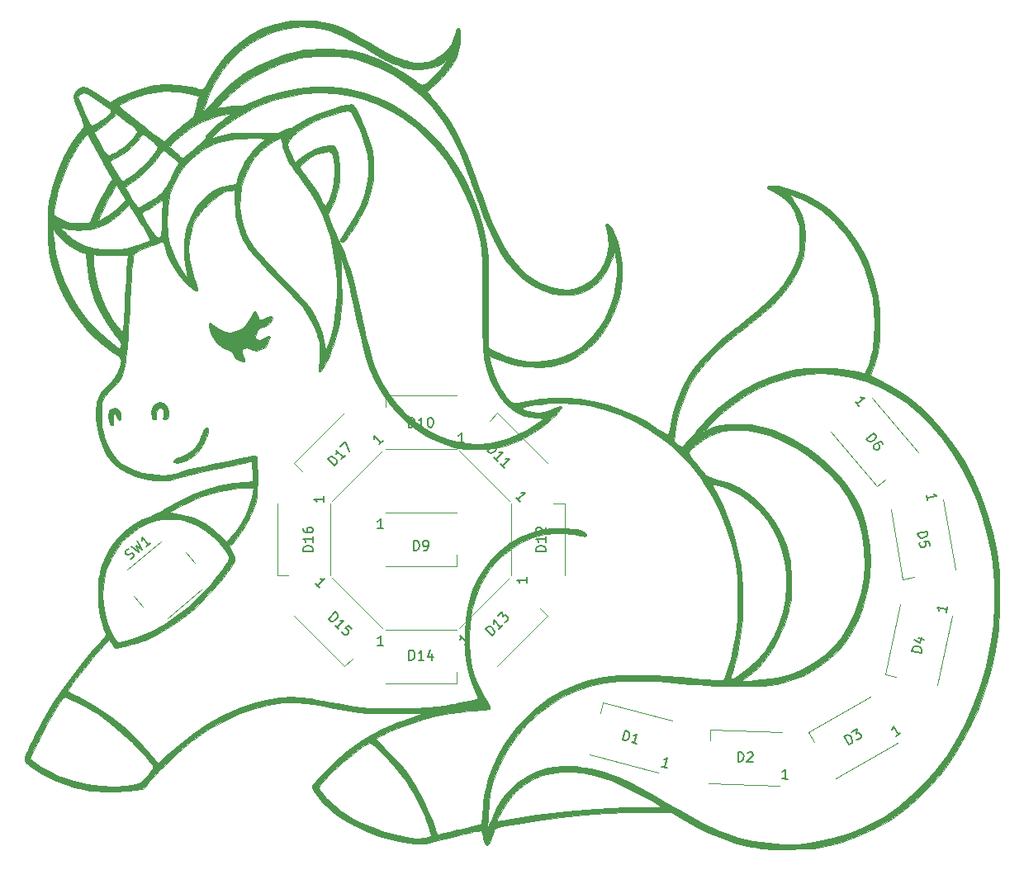
<source format=gto>
G04 #@! TF.GenerationSoftware,KiCad,Pcbnew,(5.0.1-3-g963ef8bb5)*
G04 #@! TF.CreationDate,2019-02-22T11:05:41+01:00*
G04 #@! TF.ProjectId,unicorn_pcb,756E69636F726E5F7063622E6B696361,rev?*
G04 #@! TF.SameCoordinates,Original*
G04 #@! TF.FileFunction,Legend,Top*
G04 #@! TF.FilePolarity,Positive*
%FSLAX46Y46*%
G04 Gerber Fmt 4.6, Leading zero omitted, Abs format (unit mm)*
G04 Created by KiCad (PCBNEW (5.0.1-3-g963ef8bb5)) date 2019 February 22, Friday 11:05:41*
%MOMM*%
%LPD*%
G01*
G04 APERTURE LIST*
%ADD10C,0.010000*%
%ADD11C,0.120000*%
%ADD12C,0.150000*%
G04 APERTURE END LIST*
D10*
G04 #@! TO.C,G\002A\002A\002A*
G36*
X172128531Y-49779295D02*
X172220402Y-50012325D01*
X172305363Y-50254794D01*
X172378036Y-50424250D01*
X172403354Y-50464285D01*
X172503987Y-50462273D01*
X172715588Y-50405129D01*
X172993161Y-50305109D01*
X173004668Y-50300523D01*
X173350405Y-50167491D01*
X173569301Y-50103237D01*
X173689794Y-50107581D01*
X173740321Y-50180340D01*
X173749499Y-50295796D01*
X173673495Y-50553754D01*
X173471411Y-50815499D01*
X173182134Y-51044183D01*
X172844550Y-51202959D01*
X172769525Y-51224382D01*
X172495910Y-51311562D01*
X172329738Y-51428077D01*
X172209211Y-51618227D01*
X172203393Y-51630216D01*
X172051766Y-51975980D01*
X171992380Y-52209763D01*
X172023944Y-52361422D01*
X172145167Y-52460811D01*
X172167002Y-52471249D01*
X172313281Y-52516584D01*
X172474769Y-52504380D01*
X172703499Y-52425584D01*
X172887136Y-52345955D01*
X173152895Y-52230113D01*
X173353791Y-52148897D01*
X173441559Y-52120970D01*
X173496449Y-52189321D01*
X173479067Y-52368859D01*
X173397934Y-52621307D01*
X173269544Y-52893844D01*
X172981553Y-53270466D01*
X172616319Y-53516952D01*
X172205162Y-53625218D01*
X171779400Y-53587178D01*
X171370352Y-53394746D01*
X171359362Y-53386999D01*
X171186426Y-53277086D01*
X171059215Y-53266145D01*
X170888197Y-53350364D01*
X170861958Y-53365810D01*
X170691697Y-53491393D01*
X170623211Y-53633446D01*
X170651936Y-53834524D01*
X170773310Y-54137184D01*
X170778120Y-54147805D01*
X170878314Y-54392070D01*
X170938430Y-54583907D01*
X170946154Y-54636267D01*
X170877935Y-54731075D01*
X170698088Y-54745644D01*
X170443829Y-54681660D01*
X170269756Y-54605620D01*
X169976249Y-54367981D01*
X169774379Y-54062440D01*
X169638549Y-53828982D01*
X169488544Y-53677457D01*
X169266333Y-53559964D01*
X169077260Y-53486987D01*
X168514517Y-53201348D01*
X168034298Y-52798914D01*
X167656215Y-52307871D01*
X167399881Y-51756404D01*
X167284911Y-51172699D01*
X167284310Y-50910435D01*
X167326886Y-50787551D01*
X167440464Y-50787068D01*
X167637010Y-50913089D01*
X167863537Y-51109142D01*
X168354242Y-51485771D01*
X168844630Y-51702993D01*
X169357035Y-51769783D01*
X169492884Y-51763900D01*
X170097086Y-51637248D01*
X170634275Y-51361450D01*
X171087642Y-50949674D01*
X171440374Y-50415087D01*
X171558874Y-50145639D01*
X171716843Y-49800613D01*
X171863518Y-49624734D01*
X172000285Y-49617721D01*
X172128531Y-49779295D01*
X172128531Y-49779295D01*
G37*
X172128531Y-49779295D02*
X172220402Y-50012325D01*
X172305363Y-50254794D01*
X172378036Y-50424250D01*
X172403354Y-50464285D01*
X172503987Y-50462273D01*
X172715588Y-50405129D01*
X172993161Y-50305109D01*
X173004668Y-50300523D01*
X173350405Y-50167491D01*
X173569301Y-50103237D01*
X173689794Y-50107581D01*
X173740321Y-50180340D01*
X173749499Y-50295796D01*
X173673495Y-50553754D01*
X173471411Y-50815499D01*
X173182134Y-51044183D01*
X172844550Y-51202959D01*
X172769525Y-51224382D01*
X172495910Y-51311562D01*
X172329738Y-51428077D01*
X172209211Y-51618227D01*
X172203393Y-51630216D01*
X172051766Y-51975980D01*
X171992380Y-52209763D01*
X172023944Y-52361422D01*
X172145167Y-52460811D01*
X172167002Y-52471249D01*
X172313281Y-52516584D01*
X172474769Y-52504380D01*
X172703499Y-52425584D01*
X172887136Y-52345955D01*
X173152895Y-52230113D01*
X173353791Y-52148897D01*
X173441559Y-52120970D01*
X173496449Y-52189321D01*
X173479067Y-52368859D01*
X173397934Y-52621307D01*
X173269544Y-52893844D01*
X172981553Y-53270466D01*
X172616319Y-53516952D01*
X172205162Y-53625218D01*
X171779400Y-53587178D01*
X171370352Y-53394746D01*
X171359362Y-53386999D01*
X171186426Y-53277086D01*
X171059215Y-53266145D01*
X170888197Y-53350364D01*
X170861958Y-53365810D01*
X170691697Y-53491393D01*
X170623211Y-53633446D01*
X170651936Y-53834524D01*
X170773310Y-54137184D01*
X170778120Y-54147805D01*
X170878314Y-54392070D01*
X170938430Y-54583907D01*
X170946154Y-54636267D01*
X170877935Y-54731075D01*
X170698088Y-54745644D01*
X170443829Y-54681660D01*
X170269756Y-54605620D01*
X169976249Y-54367981D01*
X169774379Y-54062440D01*
X169638549Y-53828982D01*
X169488544Y-53677457D01*
X169266333Y-53559964D01*
X169077260Y-53486987D01*
X168514517Y-53201348D01*
X168034298Y-52798914D01*
X167656215Y-52307871D01*
X167399881Y-51756404D01*
X167284911Y-51172699D01*
X167284310Y-50910435D01*
X167326886Y-50787551D01*
X167440464Y-50787068D01*
X167637010Y-50913089D01*
X167863537Y-51109142D01*
X168354242Y-51485771D01*
X168844630Y-51702993D01*
X169357035Y-51769783D01*
X169492884Y-51763900D01*
X170097086Y-51637248D01*
X170634275Y-51361450D01*
X171087642Y-50949674D01*
X171440374Y-50415087D01*
X171558874Y-50145639D01*
X171716843Y-49800613D01*
X171863518Y-49624734D01*
X172000285Y-49617721D01*
X172128531Y-49779295D01*
G36*
X162592519Y-58989406D02*
X162881034Y-59197346D01*
X163064520Y-59526660D01*
X163130723Y-59963234D01*
X163130769Y-59976284D01*
X163098424Y-60355958D01*
X162996609Y-60590689D01*
X162818155Y-60693598D01*
X162734888Y-60700903D01*
X162589055Y-60685975D01*
X162547573Y-60607472D01*
X162579648Y-60424816D01*
X162637228Y-60043312D01*
X162597836Y-59766992D01*
X162489157Y-59591595D01*
X162294840Y-59454052D01*
X162119719Y-59470956D01*
X161978530Y-59626911D01*
X161886006Y-59906523D01*
X161856522Y-60252581D01*
X161846982Y-60519286D01*
X161809765Y-60655418D01*
X161731974Y-60699659D01*
X161707057Y-60700903D01*
X161547154Y-60634654D01*
X161452207Y-60532156D01*
X161383527Y-60338279D01*
X161348123Y-60074383D01*
X161346823Y-60018238D01*
X161408330Y-59605896D01*
X161577377Y-59265703D01*
X161830755Y-59027228D01*
X162145256Y-58920041D01*
X162211226Y-58916956D01*
X162592519Y-58989406D01*
X162592519Y-58989406D01*
G37*
X162592519Y-58989406D02*
X162881034Y-59197346D01*
X163064520Y-59526660D01*
X163130723Y-59963234D01*
X163130769Y-59976284D01*
X163098424Y-60355958D01*
X162996609Y-60590689D01*
X162818155Y-60693598D01*
X162734888Y-60700903D01*
X162589055Y-60685975D01*
X162547573Y-60607472D01*
X162579648Y-60424816D01*
X162637228Y-60043312D01*
X162597836Y-59766992D01*
X162489157Y-59591595D01*
X162294840Y-59454052D01*
X162119719Y-59470956D01*
X161978530Y-59626911D01*
X161886006Y-59906523D01*
X161856522Y-60252581D01*
X161846982Y-60519286D01*
X161809765Y-60655418D01*
X161731974Y-60699659D01*
X161707057Y-60700903D01*
X161547154Y-60634654D01*
X161452207Y-60532156D01*
X161383527Y-60338279D01*
X161348123Y-60074383D01*
X161346823Y-60018238D01*
X161408330Y-59605896D01*
X161577377Y-59265703D01*
X161830755Y-59027228D01*
X162145256Y-58920041D01*
X162211226Y-58916956D01*
X162592519Y-58989406D01*
G36*
X157947378Y-59667715D02*
X158001675Y-59711352D01*
X158150846Y-59872957D01*
X158221148Y-60065276D01*
X158240025Y-60327239D01*
X158234240Y-60579334D01*
X158196742Y-60703846D01*
X158111884Y-60742327D01*
X158083334Y-60743378D01*
X157927257Y-60662662D01*
X157838315Y-60488528D01*
X157715490Y-60195469D01*
X157598907Y-60063438D01*
X157504542Y-60091233D01*
X157448373Y-60277654D01*
X157440839Y-60518389D01*
X157449848Y-60906859D01*
X157439982Y-61149292D01*
X157403634Y-61269179D01*
X157333200Y-61290008D01*
X157221075Y-61235268D01*
X157210833Y-61228810D01*
X157079275Y-61062036D01*
X156981025Y-60777734D01*
X156932106Y-60427390D01*
X156929432Y-60324555D01*
X156988221Y-59953289D01*
X157146518Y-59686470D01*
X157377215Y-59539600D01*
X157653204Y-59528180D01*
X157947378Y-59667715D01*
X157947378Y-59667715D01*
G37*
X157947378Y-59667715D02*
X158001675Y-59711352D01*
X158150846Y-59872957D01*
X158221148Y-60065276D01*
X158240025Y-60327239D01*
X158234240Y-60579334D01*
X158196742Y-60703846D01*
X158111884Y-60742327D01*
X158083334Y-60743378D01*
X157927257Y-60662662D01*
X157838315Y-60488528D01*
X157715490Y-60195469D01*
X157598907Y-60063438D01*
X157504542Y-60091233D01*
X157448373Y-60277654D01*
X157440839Y-60518389D01*
X157449848Y-60906859D01*
X157439982Y-61149292D01*
X157403634Y-61269179D01*
X157333200Y-61290008D01*
X157221075Y-61235268D01*
X157210833Y-61228810D01*
X157079275Y-61062036D01*
X156981025Y-60777734D01*
X156932106Y-60427390D01*
X156929432Y-60324555D01*
X156988221Y-59953289D01*
X157146518Y-59686470D01*
X157377215Y-59539600D01*
X157653204Y-59528180D01*
X157947378Y-59667715D01*
G36*
X167130587Y-61550082D02*
X167185405Y-61688521D01*
X167163692Y-61941200D01*
X167066423Y-62326078D01*
X167046393Y-62392980D01*
X166789914Y-63019915D01*
X166426408Y-63602932D01*
X165979949Y-64120738D01*
X165474610Y-64552040D01*
X164934465Y-64875545D01*
X164383589Y-65069960D01*
X163965135Y-65118294D01*
X163747297Y-65101585D01*
X163654317Y-65037304D01*
X163640468Y-64957943D01*
X163685006Y-64855083D01*
X163834354Y-64743723D01*
X164112118Y-64608532D01*
X164298830Y-64530333D01*
X164947172Y-64226252D01*
X165463928Y-63881181D01*
X165879511Y-63463828D01*
X166224334Y-62942903D01*
X166528811Y-62287116D01*
X166562869Y-62200985D01*
X166709352Y-61848071D01*
X166824327Y-61632447D01*
X166923987Y-61528336D01*
X166998260Y-61507926D01*
X167130587Y-61550082D01*
X167130587Y-61550082D01*
G37*
X167130587Y-61550082D02*
X167185405Y-61688521D01*
X167163692Y-61941200D01*
X167066423Y-62326078D01*
X167046393Y-62392980D01*
X166789914Y-63019915D01*
X166426408Y-63602932D01*
X165979949Y-64120738D01*
X165474610Y-64552040D01*
X164934465Y-64875545D01*
X164383589Y-65069960D01*
X163965135Y-65118294D01*
X163747297Y-65101585D01*
X163654317Y-65037304D01*
X163640468Y-64957943D01*
X163685006Y-64855083D01*
X163834354Y-64743723D01*
X164112118Y-64608532D01*
X164298830Y-64530333D01*
X164947172Y-64226252D01*
X165463928Y-63881181D01*
X165879511Y-63463828D01*
X166224334Y-62942903D01*
X166528811Y-62287116D01*
X166562869Y-62200985D01*
X166709352Y-61848071D01*
X166824327Y-61632447D01*
X166923987Y-61528336D01*
X166998260Y-61507926D01*
X167130587Y-61550082D01*
G36*
X177359995Y-19758240D02*
X178218585Y-19816353D01*
X178907189Y-19916959D01*
X179425091Y-20026622D01*
X179902004Y-20149926D01*
X180362352Y-20297624D01*
X180830559Y-20480474D01*
X181331048Y-20709230D01*
X181888243Y-20994647D01*
X182526568Y-21347481D01*
X183270447Y-21778488D01*
X183665729Y-22012463D01*
X184492463Y-22496040D01*
X185203843Y-22892882D01*
X185823226Y-23214361D01*
X186373971Y-23471849D01*
X186879435Y-23676717D01*
X187362975Y-23840336D01*
X187509230Y-23883646D01*
X187932115Y-23996308D01*
X188270497Y-24059026D01*
X188599271Y-24080656D01*
X188993334Y-24070053D01*
X189056560Y-24066581D01*
X189470068Y-24033484D01*
X189787848Y-23977007D01*
X190084009Y-23878222D01*
X190432665Y-23718203D01*
X190445471Y-23711883D01*
X191153527Y-23281331D01*
X191720813Y-22757070D01*
X192151578Y-22133909D01*
X192450067Y-21406660D01*
X192508625Y-21191405D01*
X192597698Y-20861202D01*
X192674487Y-20667323D01*
X192754796Y-20578531D01*
X192826975Y-20562107D01*
X192904320Y-20577308D01*
X192954666Y-20643916D01*
X192985495Y-20793435D01*
X193004291Y-21057371D01*
X193015146Y-21354292D01*
X192995040Y-22101651D01*
X192874479Y-22776446D01*
X192638094Y-23451641D01*
X192517147Y-23718376D01*
X192145783Y-24370806D01*
X191650575Y-25049700D01*
X191063911Y-25714749D01*
X190431918Y-26313821D01*
X190127279Y-26582242D01*
X189876404Y-26814354D01*
X189704159Y-26986348D01*
X189635412Y-27074413D01*
X189635117Y-27076741D01*
X189688251Y-27165785D01*
X189833535Y-27355047D01*
X190049789Y-27618163D01*
X190315834Y-27928771D01*
X190362149Y-27981733D01*
X190826030Y-28524489D01*
X191249920Y-29053705D01*
X191641413Y-29584588D01*
X192008105Y-30132346D01*
X192357589Y-30712184D01*
X192697461Y-31339311D01*
X193035317Y-32028933D01*
X193378750Y-32796257D01*
X193735355Y-33656491D01*
X194112728Y-34624840D01*
X194518464Y-35716513D01*
X194960157Y-36946716D01*
X195247967Y-37764448D01*
X195793570Y-39256429D01*
X196332803Y-40588944D01*
X196872488Y-41771912D01*
X197419450Y-42815252D01*
X197980513Y-43728884D01*
X198562499Y-44522729D01*
X199172234Y-45206705D01*
X199816541Y-45790733D01*
X200502244Y-46284733D01*
X201236166Y-46698623D01*
X201470782Y-46810493D01*
X202374845Y-47147990D01*
X203257127Y-47325819D01*
X204108214Y-47345267D01*
X204918692Y-47207618D01*
X205679150Y-46914158D01*
X206380172Y-46466173D01*
X206810904Y-46081240D01*
X207394596Y-45375952D01*
X207827240Y-44600101D01*
X208105038Y-43767877D01*
X208224191Y-42893471D01*
X208180901Y-41991075D01*
X208064335Y-41398114D01*
X207976389Y-41014529D01*
X207945621Y-40768038D01*
X207969687Y-40636603D01*
X207981723Y-40621321D01*
X208102030Y-40570564D01*
X208243919Y-40649510D01*
X208416174Y-40867647D01*
X208627582Y-41234463D01*
X208724223Y-41423235D01*
X209163767Y-42488980D01*
X209457593Y-43617058D01*
X209609082Y-44788347D01*
X209621616Y-45983726D01*
X209498578Y-47184074D01*
X209243349Y-48370268D01*
X208859312Y-49523189D01*
X208349848Y-50623714D01*
X207718340Y-51652722D01*
X206968170Y-52591092D01*
X206698870Y-52873868D01*
X205807661Y-53665451D01*
X204858492Y-54302293D01*
X203833825Y-54794673D01*
X202887291Y-55108134D01*
X202541907Y-55193159D01*
X202216753Y-55249788D01*
X201862196Y-55282993D01*
X201428602Y-55297742D01*
X200975920Y-55299540D01*
X200287392Y-55286129D01*
X199681172Y-55245860D01*
X199117642Y-55170469D01*
X198557183Y-55051690D01*
X197960176Y-54881256D01*
X197287005Y-54650902D01*
X196569741Y-54380262D01*
X195986304Y-54153679D01*
X196042835Y-54475284D01*
X196143855Y-54920543D01*
X196300134Y-55458492D01*
X196491394Y-56029633D01*
X196697360Y-56574471D01*
X196897756Y-57033508D01*
X196951146Y-57140565D01*
X197191811Y-57561040D01*
X197468516Y-57974509D01*
X197757462Y-58351771D01*
X198034849Y-58663626D01*
X198276879Y-58880874D01*
X198442931Y-58970914D01*
X198615240Y-58977061D01*
X198920675Y-58950495D01*
X199326452Y-58895096D01*
X199799785Y-58814745D01*
X199865168Y-58802556D01*
X201302276Y-58576061D01*
X202651032Y-58459673D01*
X203952403Y-58453310D01*
X205247358Y-58556890D01*
X206576866Y-58770328D01*
X206669373Y-58788793D01*
X208037864Y-59135312D01*
X209437962Y-59623252D01*
X210834836Y-60237661D01*
X212193656Y-60963589D01*
X213189276Y-61587249D01*
X213567828Y-61838582D01*
X213897075Y-62052315D01*
X214151217Y-62212082D01*
X214304461Y-62301519D01*
X214336098Y-62314810D01*
X214373586Y-62236237D01*
X214431289Y-62021793D01*
X214501657Y-61703222D01*
X214577140Y-61312269D01*
X214585239Y-61267285D01*
X214878000Y-59972837D01*
X215285030Y-58693029D01*
X215790073Y-57470070D01*
X216376874Y-56346167D01*
X216651992Y-55901237D01*
X217031336Y-55348183D01*
X217435439Y-54820367D01*
X217880848Y-54301418D01*
X218384111Y-53774962D01*
X218961774Y-53224627D01*
X219630385Y-52634038D01*
X220406490Y-51986824D01*
X221306636Y-51266610D01*
X221448830Y-51154839D01*
X222449566Y-50359082D01*
X223320252Y-49641815D01*
X224073742Y-48989637D01*
X224722891Y-48389148D01*
X225280553Y-47826944D01*
X225759584Y-47289625D01*
X226172836Y-46763790D01*
X226533165Y-46236036D01*
X226853424Y-45692961D01*
X227052661Y-45312503D01*
X227341882Y-44707246D01*
X227549640Y-44191340D01*
X227688320Y-43712509D01*
X227770306Y-43218476D01*
X227807983Y-42656965D01*
X227814457Y-42096890D01*
X227809397Y-41587292D01*
X227795097Y-41203730D01*
X227766282Y-40902384D01*
X227717677Y-40639434D01*
X227644007Y-40371064D01*
X227584355Y-40185518D01*
X227261401Y-39372130D01*
X226871887Y-38699835D01*
X226397761Y-38146898D01*
X225820969Y-37691583D01*
X225245270Y-37369313D01*
X224862437Y-37175756D01*
X224620321Y-37029847D01*
X224500733Y-36919106D01*
X224481454Y-36845193D01*
X224583955Y-36736495D01*
X224824687Y-36681734D01*
X225180478Y-36681789D01*
X225628156Y-36737540D01*
X225900884Y-36791320D01*
X227303918Y-37181195D01*
X228611733Y-37711166D01*
X229825862Y-38382309D01*
X230947837Y-39195701D01*
X231979193Y-40152419D01*
X232921463Y-41253540D01*
X233575196Y-42181839D01*
X234243647Y-43318574D01*
X234799532Y-44502690D01*
X235261238Y-45776380D01*
X235500547Y-46600559D01*
X235687111Y-47354237D01*
X235825886Y-48055034D01*
X235922525Y-48750409D01*
X235982681Y-49487826D01*
X236012009Y-50314745D01*
X236017225Y-50937940D01*
X236007540Y-51788805D01*
X235973910Y-52513949D01*
X235910309Y-53156604D01*
X235810712Y-53760003D01*
X235669094Y-54367376D01*
X235479429Y-55021955D01*
X235423261Y-55199725D01*
X235103844Y-56197209D01*
X236304096Y-56803788D01*
X237327432Y-57347518D01*
X238228721Y-57889102D01*
X239052340Y-58460587D01*
X239842665Y-59094020D01*
X240644073Y-59821449D01*
X241098748Y-60266309D01*
X242386104Y-61671762D01*
X243562255Y-63198727D01*
X244622249Y-64836141D01*
X245561137Y-66572940D01*
X246373968Y-68398062D01*
X247055791Y-70300445D01*
X247601655Y-72269026D01*
X248006611Y-74292741D01*
X248256788Y-76261654D01*
X248293171Y-76812409D01*
X248315352Y-77489210D01*
X248324059Y-78255604D01*
X248320022Y-79075140D01*
X248303969Y-79911367D01*
X248276629Y-80727833D01*
X248238730Y-81488086D01*
X248191001Y-82155674D01*
X248134170Y-82694146D01*
X248127191Y-82745385D01*
X247788653Y-84766009D01*
X247351337Y-86674297D01*
X246804485Y-88503232D01*
X246137336Y-90285801D01*
X245339132Y-92054989D01*
X244663650Y-93364114D01*
X243628906Y-95113218D01*
X242496469Y-96725429D01*
X241268009Y-98199466D01*
X239945195Y-99534046D01*
X238529699Y-100727887D01*
X237023190Y-101779707D01*
X235427338Y-102688225D01*
X233743813Y-103452159D01*
X231974285Y-104070228D01*
X230120425Y-104541148D01*
X230094170Y-104546630D01*
X229684131Y-104610652D01*
X229137009Y-104664675D01*
X228485356Y-104708148D01*
X227761726Y-104740520D01*
X226998671Y-104761240D01*
X226228746Y-104769757D01*
X225484503Y-104765521D01*
X224798496Y-104747981D01*
X224203277Y-104716587D01*
X223731400Y-104670786D01*
X223630103Y-104655997D01*
X222373163Y-104408459D01*
X221116771Y-104066332D01*
X219839675Y-103621494D01*
X218520623Y-103065823D01*
X217138366Y-102391199D01*
X215805072Y-101665594D01*
X214652843Y-101010983D01*
X212459686Y-100980617D01*
X210217114Y-100986985D01*
X207962386Y-101069829D01*
X205667662Y-101231473D01*
X203305098Y-101474239D01*
X200846855Y-101800452D01*
X198813983Y-102119506D01*
X198142671Y-102231207D01*
X197618468Y-102321454D01*
X197221306Y-102399063D01*
X196931111Y-102472849D01*
X196727815Y-102551630D01*
X196591344Y-102644222D01*
X196501630Y-102759440D01*
X196438600Y-102906101D01*
X196382184Y-103093020D01*
X196351059Y-103201344D01*
X196244365Y-103545926D01*
X196135889Y-103863988D01*
X196048923Y-104087276D01*
X196048137Y-104089030D01*
X195907667Y-104305823D01*
X195761588Y-104361241D01*
X195618569Y-104263207D01*
X195487275Y-104019645D01*
X195376374Y-103638479D01*
X195338065Y-103439873D01*
X195284641Y-103154466D01*
X195235519Y-102942582D01*
X195203570Y-102854417D01*
X195099607Y-102850472D01*
X194851528Y-102886067D01*
X194479274Y-102956582D01*
X194002790Y-103057392D01*
X193442016Y-103183876D01*
X192816896Y-103331411D01*
X192147373Y-103495373D01*
X191453389Y-103671142D01*
X190754887Y-103854092D01*
X190071810Y-104039604D01*
X189977641Y-104065768D01*
X189319402Y-104181243D01*
X188545146Y-104199932D01*
X187675224Y-104126391D01*
X186729988Y-103965173D01*
X185729789Y-103720831D01*
X184694978Y-103397919D01*
X183645907Y-103000991D01*
X182602927Y-102534600D01*
X182171781Y-102319198D01*
X181435698Y-101924258D01*
X180819496Y-101556147D01*
X180282331Y-101186608D01*
X179783364Y-100787386D01*
X179281753Y-100330223D01*
X179243006Y-100292928D01*
X178971897Y-100010437D01*
X178685895Y-99678099D01*
X178407899Y-99326871D01*
X178160804Y-98987712D01*
X177967509Y-98691582D01*
X177850910Y-98469440D01*
X177834566Y-98407027D01*
X178545361Y-98407027D01*
X178546022Y-98528431D01*
X178601524Y-98657159D01*
X178746066Y-98868997D01*
X178993031Y-99161048D01*
X179314158Y-99504949D01*
X179681190Y-99872339D01*
X180065867Y-100234855D01*
X180439931Y-100564135D01*
X180748197Y-100811675D01*
X181405648Y-101253527D01*
X182197309Y-101697002D01*
X183088294Y-102127212D01*
X184043718Y-102529266D01*
X185028694Y-102888277D01*
X186008337Y-103189354D01*
X186759712Y-103377378D01*
X187439249Y-103519931D01*
X187991131Y-103614605D01*
X188449861Y-103664224D01*
X188849939Y-103671610D01*
X189225870Y-103639586D01*
X189471875Y-103599306D01*
X189740400Y-103537361D01*
X189940252Y-103471177D01*
X190004987Y-103434578D01*
X190015860Y-103316738D01*
X189965096Y-103068934D01*
X189861596Y-102715767D01*
X189714259Y-102281839D01*
X189531986Y-101791750D01*
X189323677Y-101270103D01*
X189098230Y-100741499D01*
X188864547Y-100230540D01*
X188789665Y-100075150D01*
X188334482Y-99186852D01*
X187879272Y-98396594D01*
X187397222Y-97667119D01*
X186861514Y-96961169D01*
X186245336Y-96241489D01*
X185521870Y-95470819D01*
X185347619Y-95292732D01*
X184888121Y-94827909D01*
X184530711Y-94472269D01*
X184259745Y-94212500D01*
X184059581Y-94035289D01*
X183914575Y-93927323D01*
X183809082Y-93875291D01*
X183727460Y-93865880D01*
X183682252Y-93875525D01*
X183407729Y-94002301D01*
X183035665Y-94232482D01*
X182587355Y-94548049D01*
X182084094Y-94930983D01*
X181547178Y-95363265D01*
X180997902Y-95826876D01*
X180457563Y-96303798D01*
X179947454Y-96776011D01*
X179488872Y-97225498D01*
X179103113Y-97634238D01*
X178811471Y-97984214D01*
X178786004Y-98018414D01*
X178620454Y-98253989D01*
X178545361Y-98407027D01*
X177834566Y-98407027D01*
X177827090Y-98378480D01*
X177886463Y-98251301D01*
X178052784Y-98027073D01*
X178308359Y-97724206D01*
X178635496Y-97361107D01*
X179016499Y-96956185D01*
X179433675Y-96527848D01*
X179869330Y-96094504D01*
X180305769Y-95674561D01*
X180725300Y-95286428D01*
X181110227Y-94948512D01*
X181181935Y-94888215D01*
X181993747Y-94264418D01*
X182930899Y-93635348D01*
X183951516Y-93025797D01*
X185013720Y-92460557D01*
X186075634Y-91964419D01*
X186237124Y-91895461D01*
X186534907Y-91776897D01*
X186931856Y-91628490D01*
X187390920Y-91463057D01*
X187875049Y-91293413D01*
X188347193Y-91132376D01*
X188770302Y-90992762D01*
X189107327Y-90887389D01*
X189317193Y-90829961D01*
X189252311Y-90827259D01*
X189037687Y-90826526D01*
X188693466Y-90827651D01*
X188239791Y-90830522D01*
X187696809Y-90835029D01*
X187084663Y-90841059D01*
X186853648Y-90843555D01*
X185644388Y-90846843D01*
X184562045Y-90825593D01*
X183564881Y-90775790D01*
X182611155Y-90693418D01*
X181659129Y-90574462D01*
X180667065Y-90414908D01*
X179593224Y-90210740D01*
X179000588Y-90088133D01*
X177987535Y-89892945D01*
X177093537Y-89764075D01*
X176282544Y-89698510D01*
X175518501Y-89693232D01*
X174826688Y-89738967D01*
X173265572Y-89973581D01*
X171721288Y-90366898D01*
X170188674Y-90921081D01*
X168662571Y-91638290D01*
X167137819Y-92520689D01*
X165609257Y-93570439D01*
X165515357Y-93640251D01*
X165110488Y-93963053D01*
X164616470Y-94389995D01*
X164057060Y-94898260D01*
X163456016Y-95465031D01*
X162837095Y-96067491D01*
X162224055Y-96682825D01*
X161640654Y-97288215D01*
X161110648Y-97860845D01*
X161046631Y-97932000D01*
X160454850Y-98592194D01*
X159574461Y-98726977D01*
X159103629Y-98779064D01*
X158516173Y-98813276D01*
X157849452Y-98830278D01*
X157140825Y-98830735D01*
X156427654Y-98815314D01*
X155747296Y-98784679D01*
X155137111Y-98739497D01*
X154634460Y-98680434D01*
X154380937Y-98634433D01*
X153481404Y-98398790D01*
X152540164Y-98089425D01*
X151604536Y-97725412D01*
X150721840Y-97325831D01*
X149939394Y-96909758D01*
X149623746Y-96716521D01*
X149115617Y-96375942D01*
X148747366Y-96097486D01*
X148505965Y-95869217D01*
X148378382Y-95679198D01*
X148349499Y-95549225D01*
X148367054Y-95468526D01*
X148864531Y-95468526D01*
X149222140Y-95751512D01*
X149562028Y-95993299D01*
X150013924Y-96276397D01*
X150533286Y-96576102D01*
X151075572Y-96867710D01*
X151596239Y-97126516D01*
X152050746Y-97327817D01*
X152098674Y-97346916D01*
X153397953Y-97780321D01*
X154760618Y-98092014D01*
X156147473Y-98276722D01*
X157519322Y-98329172D01*
X158800557Y-98248465D01*
X159319588Y-98181496D01*
X159707991Y-98110620D01*
X160004527Y-98018769D01*
X160247958Y-97888877D01*
X160477045Y-97703878D01*
X160730549Y-97446706D01*
X160805392Y-97365751D01*
X161061832Y-97076567D01*
X161284074Y-96807952D01*
X161438698Y-96601087D01*
X161479412Y-96535201D01*
X161533178Y-96413033D01*
X161536125Y-96301309D01*
X161473559Y-96159746D01*
X161330787Y-95948062D01*
X161200524Y-95770652D01*
X161020239Y-95548979D01*
X160742973Y-95235106D01*
X160393284Y-94855552D01*
X159995735Y-94436833D01*
X159574884Y-94005466D01*
X159439101Y-93868888D01*
X158239963Y-92734697D01*
X157061577Y-91752521D01*
X155911125Y-90928207D01*
X155527759Y-90685031D01*
X155157233Y-90466247D01*
X154729932Y-90227265D01*
X154273860Y-89982260D01*
X153817025Y-89745409D01*
X153387431Y-89530889D01*
X153013085Y-89352876D01*
X152721993Y-89225546D01*
X152542160Y-89163076D01*
X152513271Y-89159097D01*
X152373630Y-89219795D01*
X152193455Y-89410828D01*
X151968446Y-89732508D01*
X151557042Y-90394470D01*
X151102164Y-91169532D01*
X150627703Y-92014819D01*
X150157549Y-92887459D01*
X149715594Y-93744576D01*
X149571462Y-94034045D01*
X148864531Y-95468526D01*
X148367054Y-95468526D01*
X148390335Y-95361507D01*
X148505933Y-95047266D01*
X148685923Y-94627009D01*
X148919937Y-94121248D01*
X149197608Y-93550490D01*
X149508566Y-92935245D01*
X149842443Y-92296023D01*
X150188871Y-91653334D01*
X150537482Y-91027686D01*
X150877906Y-90439589D01*
X151199777Y-89909552D01*
X151203972Y-89902849D01*
X152108267Y-88522145D01*
X152120292Y-88505214D01*
X152802867Y-88505214D01*
X152825631Y-88563315D01*
X152908852Y-88633684D01*
X153071732Y-88729930D01*
X153333469Y-88865666D01*
X153713265Y-89054500D01*
X154083612Y-89237416D01*
X155669526Y-90115151D01*
X157200434Y-91151633D01*
X158672239Y-92343516D01*
X160080843Y-93687454D01*
X161422149Y-95180102D01*
X161549899Y-95334350D01*
X162050300Y-95942919D01*
X163121471Y-94961786D01*
X164433782Y-93824044D01*
X165736213Y-92828527D01*
X167060848Y-91952822D01*
X168439775Y-91174520D01*
X168822408Y-90979737D01*
X170300241Y-90310425D01*
X171736594Y-89797734D01*
X173146089Y-89437917D01*
X174543349Y-89227226D01*
X175915719Y-89161822D01*
X176230060Y-89167135D01*
X176549109Y-89183555D01*
X176893490Y-89214110D01*
X177283828Y-89261826D01*
X177740749Y-89329728D01*
X178284876Y-89420843D01*
X178936834Y-89538197D01*
X179717249Y-89684815D01*
X180481822Y-89831773D01*
X181346224Y-89990205D01*
X182142807Y-90114942D01*
X182907918Y-90208728D01*
X183677903Y-90274309D01*
X184489109Y-90314429D01*
X185377881Y-90331834D01*
X186380566Y-90329268D01*
X186959197Y-90320949D01*
X187874992Y-90301159D01*
X188650903Y-90275515D01*
X189316897Y-90242286D01*
X189902939Y-90199745D01*
X190438996Y-90146163D01*
X190824415Y-90097940D01*
X191318827Y-90026244D01*
X191864850Y-89939128D01*
X192074563Y-89903335D01*
X195023801Y-89903335D01*
X195107302Y-89916939D01*
X195217484Y-89901320D01*
X195218799Y-89872322D01*
X195105103Y-89852043D01*
X195055978Y-89865615D01*
X195023801Y-89903335D01*
X192074563Y-89903335D01*
X192434597Y-89841886D01*
X193000178Y-89739810D01*
X193533704Y-89638192D01*
X194007286Y-89542325D01*
X194393036Y-89457503D01*
X194663064Y-89389017D01*
X194782124Y-89346857D01*
X194821424Y-89281673D01*
X194803104Y-89142736D01*
X194720281Y-88904478D01*
X194566069Y-88541332D01*
X194563836Y-88536290D01*
X194205024Y-87675576D01*
X193932428Y-86891054D01*
X193734636Y-86131940D01*
X193600235Y-85347447D01*
X193517812Y-84486789D01*
X193482028Y-83722308D01*
X193479724Y-82405814D01*
X193561439Y-81208982D01*
X193731723Y-80101304D01*
X193995125Y-79052275D01*
X194315728Y-78132664D01*
X194861085Y-76965063D01*
X195533651Y-75890312D01*
X196321351Y-74918443D01*
X197212111Y-74059483D01*
X198193857Y-73323463D01*
X199254516Y-72720410D01*
X200382014Y-72260356D01*
X201564278Y-71953328D01*
X201805330Y-71911314D01*
X202224841Y-71866972D01*
X202746377Y-71846060D01*
X203323973Y-71846996D01*
X203911665Y-71868196D01*
X204463489Y-71908078D01*
X204933482Y-71965059D01*
X205249441Y-72029911D01*
X205611572Y-72150130D01*
X205830129Y-72275038D01*
X205930873Y-72423159D01*
X205945485Y-72530446D01*
X205939659Y-72605988D01*
X205905025Y-72651587D01*
X205815849Y-72665942D01*
X205646394Y-72647748D01*
X205370927Y-72595702D01*
X204963713Y-72508501D01*
X204798662Y-72472364D01*
X204341647Y-72402112D01*
X203775446Y-72359646D01*
X203157063Y-72345190D01*
X202543503Y-72358967D01*
X201991771Y-72401201D01*
X201613044Y-72459844D01*
X200415687Y-72801347D01*
X199278089Y-73298622D01*
X198216073Y-73943321D01*
X197245465Y-74727094D01*
X197155054Y-74811835D01*
X196565314Y-75413122D01*
X196071067Y-76016765D01*
X195633997Y-76675486D01*
X195215787Y-77442009D01*
X195155320Y-77563445D01*
X194616051Y-78845825D01*
X194223262Y-80199819D01*
X193981412Y-81603793D01*
X193894962Y-83036109D01*
X193905520Y-83627726D01*
X194012064Y-84917338D01*
X194227860Y-86101609D01*
X194562854Y-87213051D01*
X195026989Y-88284177D01*
X195630210Y-89347499D01*
X195677870Y-89422432D01*
X195910329Y-89803968D01*
X196043531Y-90074114D01*
X196084660Y-90253903D01*
X196040902Y-90364370D01*
X196008280Y-90389680D01*
X195897486Y-90413545D01*
X195649974Y-90443992D01*
X195298632Y-90477643D01*
X194876349Y-90511123D01*
X194716524Y-90522267D01*
X193860172Y-90597070D01*
X192925039Y-90708466D01*
X191967594Y-90847935D01*
X191044310Y-91006957D01*
X190211656Y-91177011D01*
X189914026Y-91246851D01*
X189279992Y-91418348D01*
X188576557Y-91635507D01*
X187836175Y-91885996D01*
X187091302Y-92157479D01*
X186374393Y-92437625D01*
X185717901Y-92714097D01*
X185154283Y-92974564D01*
X184715992Y-93206692D01*
X184645687Y-93248966D01*
X184360217Y-93425396D01*
X185576466Y-94669002D01*
X186240483Y-95364454D01*
X186801299Y-95991857D01*
X187288926Y-96588612D01*
X187733378Y-97192120D01*
X188164668Y-97839783D01*
X188322604Y-98091136D01*
X188695096Y-98731363D01*
X189084914Y-99470256D01*
X189465709Y-100252920D01*
X189811126Y-101024458D01*
X190094813Y-101729975D01*
X190172170Y-101944047D01*
X190344483Y-102435472D01*
X190471403Y-102788345D01*
X190562153Y-103024997D01*
X190625953Y-103167760D01*
X190672024Y-103238964D01*
X190709587Y-103260941D01*
X190716125Y-103261392D01*
X190813122Y-103242718D01*
X191053246Y-103189743D01*
X191414356Y-103107553D01*
X191874307Y-103001231D01*
X192410956Y-102875863D01*
X192760247Y-102793545D01*
X195836044Y-102793545D01*
X196080364Y-102113946D01*
X196182156Y-101855419D01*
X196814220Y-101855419D01*
X196843099Y-101901572D01*
X196949429Y-101887301D01*
X197186520Y-101848563D01*
X197518009Y-101791470D01*
X197863570Y-101730063D01*
X200857530Y-101253045D01*
X203921840Y-100884394D01*
X206999366Y-100629671D01*
X210032971Y-100494439D01*
X210690694Y-100481246D01*
X213694432Y-100434803D01*
X213281664Y-100176969D01*
X212541577Y-99734001D01*
X211725622Y-99279153D01*
X210870211Y-98830460D01*
X210011759Y-98405959D01*
X209186676Y-98023684D01*
X208431378Y-97701673D01*
X207814381Y-97468949D01*
X206688228Y-97141689D01*
X205548833Y-96925695D01*
X204423671Y-96822192D01*
X203340216Y-96832403D01*
X202325942Y-96957553D01*
X201447585Y-97185346D01*
X200420592Y-97618302D01*
X199501603Y-98182224D01*
X198689043Y-98878243D01*
X198044399Y-99622558D01*
X197800469Y-99966317D01*
X197556496Y-100345018D01*
X197326145Y-100732741D01*
X197123078Y-101103563D01*
X196960960Y-101431565D01*
X196853452Y-101690824D01*
X196814220Y-101855419D01*
X196182156Y-101855419D01*
X196446278Y-101184617D01*
X196834382Y-100387043D01*
X197267290Y-99683081D01*
X197767611Y-99034586D01*
X198163274Y-98600234D01*
X199014063Y-97837952D01*
X199958919Y-97210712D01*
X200979713Y-96729717D01*
X201458046Y-96564265D01*
X202040863Y-96424597D01*
X202738324Y-96321866D01*
X203498401Y-96260052D01*
X204269064Y-96243138D01*
X204998283Y-96275108D01*
X205107018Y-96284965D01*
X205772523Y-96364750D01*
X206420500Y-96475189D01*
X207066068Y-96622587D01*
X207724349Y-96813249D01*
X208410464Y-97053478D01*
X209139535Y-97349580D01*
X209926681Y-97707860D01*
X210787024Y-98134621D01*
X211735685Y-98636169D01*
X212787785Y-99218809D01*
X213958444Y-99888844D01*
X214482943Y-100194230D01*
X215760627Y-100929172D01*
X216923637Y-101573080D01*
X217967473Y-102123630D01*
X218887634Y-102578497D01*
X219679618Y-102935355D01*
X220163006Y-103128459D01*
X221558173Y-103575647D01*
X223039845Y-103916653D01*
X224564993Y-104145856D01*
X226090592Y-104257635D01*
X227573616Y-104246367D01*
X228299528Y-104191449D01*
X229789459Y-103974828D01*
X231301429Y-103629195D01*
X232797391Y-103167305D01*
X234239297Y-102601916D01*
X235589103Y-101945781D01*
X236401554Y-101475126D01*
X237861342Y-100471583D01*
X239257976Y-99320849D01*
X240576195Y-98038743D01*
X241800735Y-96641085D01*
X242916335Y-95143692D01*
X243712456Y-93897509D01*
X244729795Y-92025445D01*
X245607484Y-90074722D01*
X246342736Y-88059969D01*
X246932761Y-85995817D01*
X247374769Y-83896895D01*
X247665971Y-81777832D01*
X247803579Y-79653259D01*
X247784801Y-77537805D01*
X247606850Y-75446100D01*
X247443296Y-74329866D01*
X247055217Y-72435360D01*
X246543183Y-70595332D01*
X245913736Y-68819540D01*
X245173416Y-67117744D01*
X244328765Y-65499705D01*
X243386324Y-63975180D01*
X242352634Y-62553929D01*
X241234235Y-61245713D01*
X240037669Y-60060289D01*
X238769477Y-59007418D01*
X237436200Y-58096860D01*
X236060201Y-57345957D01*
X234628989Y-56749322D01*
X233171167Y-56320260D01*
X231689604Y-56059025D01*
X230187172Y-55965869D01*
X228666742Y-56041043D01*
X227131185Y-56284799D01*
X226290970Y-56488168D01*
X224876111Y-56953753D01*
X223476860Y-57572754D01*
X222119409Y-58329017D01*
X220829951Y-59206388D01*
X219634682Y-60188713D01*
X218567465Y-61251379D01*
X217894796Y-61992513D01*
X218328814Y-61772580D01*
X218811754Y-61550552D01*
X219284469Y-61387295D01*
X219785297Y-61275673D01*
X220352579Y-61208552D01*
X221024655Y-61178794D01*
X221533779Y-61176097D01*
X222087788Y-61181547D01*
X222515704Y-61194125D01*
X222861319Y-61218622D01*
X223168423Y-61259833D01*
X223480808Y-61322552D01*
X223842265Y-61411572D01*
X223955810Y-61441227D01*
X225140821Y-61802375D01*
X226249144Y-62248821D01*
X227330122Y-62803181D01*
X228433100Y-63488076D01*
X228458890Y-63505390D01*
X229791425Y-64472673D01*
X230961658Y-65476444D01*
X231974793Y-66524769D01*
X232836033Y-67625710D01*
X233550582Y-68787332D01*
X234123642Y-70017698D01*
X234560418Y-71324874D01*
X234866113Y-72716922D01*
X234992648Y-73631167D01*
X235075707Y-75152987D01*
X234995451Y-76694688D01*
X234753953Y-78237263D01*
X234353288Y-79761703D01*
X234308770Y-79899565D01*
X233775873Y-81276437D01*
X233120751Y-82537289D01*
X232347758Y-83678485D01*
X231461250Y-84696387D01*
X230465582Y-85587356D01*
X229365107Y-86347756D01*
X228164182Y-86973949D01*
X226867161Y-87462297D01*
X225478399Y-87809163D01*
X224686448Y-87937077D01*
X224193238Y-87984259D01*
X223557911Y-88016964D01*
X222807595Y-88035616D01*
X221969418Y-88040637D01*
X221070507Y-88032451D01*
X220137992Y-88011483D01*
X219198998Y-87978154D01*
X218280655Y-87932889D01*
X217410091Y-87876111D01*
X216649164Y-87811618D01*
X214905526Y-87658876D01*
X213311324Y-87551610D01*
X211869030Y-87489863D01*
X210581112Y-87473676D01*
X209450041Y-87503090D01*
X208478286Y-87578147D01*
X207856856Y-87664185D01*
X206327625Y-88009956D01*
X204870676Y-88507696D01*
X203491416Y-89153190D01*
X202195253Y-89942224D01*
X200987592Y-90870583D01*
X199873841Y-91934052D01*
X198859407Y-93128415D01*
X197949697Y-94449459D01*
X197150118Y-95892968D01*
X197057847Y-96082508D01*
X196637691Y-97056065D01*
X196317919Y-98029367D01*
X196089857Y-99041269D01*
X195944832Y-100130621D01*
X195874171Y-101336277D01*
X195872654Y-101391873D01*
X195836044Y-102793545D01*
X192760247Y-102793545D01*
X193002160Y-102736533D01*
X193011873Y-102734235D01*
X193675948Y-102576725D01*
X194193060Y-102452088D01*
X194581588Y-102354120D01*
X194859913Y-102276615D01*
X195046415Y-102213367D01*
X195159475Y-102158172D01*
X195217473Y-102104824D01*
X195238790Y-102047117D01*
X195241806Y-101981399D01*
X195254771Y-101603408D01*
X195290155Y-101107202D01*
X195342693Y-100542198D01*
X195407121Y-99957810D01*
X195478174Y-99403454D01*
X195550586Y-98928544D01*
X195589721Y-98715953D01*
X195909398Y-97485418D01*
X196371042Y-96232032D01*
X196958182Y-94994284D01*
X197654344Y-93810666D01*
X197752900Y-93661425D01*
X198693678Y-92394442D01*
X199740194Y-91240173D01*
X200880405Y-90206984D01*
X202102272Y-89303242D01*
X203393754Y-88537312D01*
X204742808Y-87917559D01*
X206137395Y-87452350D01*
X206975190Y-87254052D01*
X207720030Y-87119132D01*
X208473723Y-87014548D01*
X209254663Y-86940199D01*
X210081248Y-86895986D01*
X210971872Y-86881809D01*
X211944931Y-86897568D01*
X213018820Y-86943163D01*
X214211936Y-87018493D01*
X215542673Y-87123460D01*
X216436789Y-87202634D01*
X217128278Y-87264914D01*
X217781997Y-87321767D01*
X218374420Y-87371301D01*
X218882019Y-87411624D01*
X219281268Y-87440844D01*
X219548639Y-87457070D01*
X219634422Y-87459782D01*
X219878604Y-87450888D01*
X220016086Y-87395560D01*
X220110011Y-87251595D01*
X220174168Y-87099063D01*
X220466005Y-86280020D01*
X220738544Y-85330653D01*
X220982701Y-84290232D01*
X221189394Y-83198025D01*
X221349539Y-82093301D01*
X221367902Y-81938361D01*
X221429055Y-81242163D01*
X221467703Y-80441164D01*
X221484547Y-79573422D01*
X221480290Y-78676994D01*
X221455634Y-77789936D01*
X221411281Y-76950305D01*
X221347934Y-76196159D01*
X221266295Y-75565554D01*
X221248350Y-75460477D01*
X220827309Y-73546488D01*
X220267432Y-71722662D01*
X219570428Y-69992864D01*
X218738001Y-68360959D01*
X218104085Y-67356980D01*
X218857860Y-67356980D01*
X218895318Y-67447014D01*
X218998097Y-67658329D01*
X219151800Y-67962170D01*
X219342032Y-68329779D01*
X219405517Y-68450947D01*
X219988150Y-69623960D01*
X220469463Y-70743645D01*
X220873134Y-71871750D01*
X221222840Y-73070019D01*
X221315883Y-73432812D01*
X221575328Y-74573109D01*
X221767518Y-75663669D01*
X221897203Y-76750946D01*
X221969134Y-77881392D01*
X221988061Y-79101460D01*
X221976121Y-79889007D01*
X221919845Y-81192424D01*
X221813098Y-82389554D01*
X221647012Y-83535962D01*
X221412715Y-84687217D01*
X221101338Y-85898884D01*
X220913327Y-86546890D01*
X220813184Y-86891400D01*
X220739246Y-87165812D01*
X220700326Y-87336104D01*
X220698803Y-87375150D01*
X220786643Y-87340104D01*
X220979606Y-87249336D01*
X221175567Y-87152625D01*
X221811224Y-86774281D01*
X222477421Y-86272320D01*
X223138620Y-85679646D01*
X223759282Y-85029166D01*
X224303869Y-84353786D01*
X224496900Y-84077335D01*
X225157789Y-82939575D01*
X225686805Y-81724459D01*
X226081692Y-80452716D01*
X226340195Y-79145078D01*
X226460058Y-77822275D01*
X226439026Y-76505036D01*
X226274843Y-75214093D01*
X225965253Y-73970176D01*
X225681623Y-73188528D01*
X225145241Y-72076981D01*
X224491552Y-71043338D01*
X223735864Y-70103134D01*
X222893486Y-69271906D01*
X221979725Y-68565190D01*
X221009890Y-67998520D01*
X220245307Y-67671283D01*
X219828656Y-67530631D01*
X219451986Y-67421996D01*
X219144903Y-67352083D01*
X218937016Y-67327602D01*
X218857933Y-67355257D01*
X218857860Y-67356980D01*
X218104085Y-67356980D01*
X217771858Y-66830810D01*
X216963048Y-65755418D01*
X216513513Y-65234550D01*
X215968391Y-64657939D01*
X215466670Y-64161884D01*
X216463010Y-64161884D01*
X216519135Y-64309874D01*
X216657939Y-64512292D01*
X216888455Y-64797526D01*
X217117566Y-65071640D01*
X217389679Y-65402074D01*
X217651120Y-65728340D01*
X217862495Y-66000909D01*
X217940347Y-66106096D01*
X218081720Y-66288397D01*
X218225857Y-66424884D01*
X218407315Y-66532862D01*
X218660649Y-66629636D01*
X219020416Y-66732509D01*
X219367559Y-66820766D01*
X220567292Y-67204476D01*
X221691829Y-67736876D01*
X222733723Y-68410848D01*
X223685527Y-69219277D01*
X224539795Y-70155044D01*
X225289083Y-71211034D01*
X225925942Y-72380129D01*
X226405442Y-73547451D01*
X226591843Y-74114360D01*
X226733399Y-74646751D01*
X226835511Y-75182890D01*
X226903580Y-75761038D01*
X226943008Y-76419458D01*
X226959196Y-77196415D01*
X226960352Y-77478495D01*
X226959832Y-78065349D01*
X226954470Y-78519624D01*
X226940550Y-78878638D01*
X226914359Y-79179709D01*
X226872181Y-79460152D01*
X226810301Y-79757287D01*
X226725004Y-80108429D01*
X226681414Y-80280558D01*
X226256634Y-81684055D01*
X225726088Y-82978445D01*
X225094653Y-84155811D01*
X224367206Y-85208234D01*
X223548624Y-86127797D01*
X222643784Y-86906579D01*
X222563728Y-86965539D01*
X222281205Y-87172407D01*
X222047512Y-87346113D01*
X221899838Y-87458912D01*
X221873579Y-87480414D01*
X221887260Y-87508948D01*
X222019323Y-87519849D01*
X222279553Y-87512601D01*
X222677732Y-87486688D01*
X223223644Y-87441593D01*
X223927073Y-87376799D01*
X224039800Y-87366019D01*
X225487827Y-87151818D01*
X226841392Y-86797775D01*
X228097269Y-86306430D01*
X229252233Y-85680322D01*
X230303058Y-84921993D01*
X231246518Y-84033981D01*
X232079387Y-83018827D01*
X232798440Y-81879070D01*
X233400450Y-80617251D01*
X233725094Y-79739967D01*
X234122667Y-78335847D01*
X234368889Y-76958370D01*
X234468665Y-75567479D01*
X234426902Y-74123117D01*
X234421583Y-74053795D01*
X234231471Y-72582180D01*
X233899764Y-71203373D01*
X233425530Y-69914898D01*
X232807839Y-68714278D01*
X232045761Y-67599037D01*
X231950936Y-67478787D01*
X230950298Y-66346572D01*
X229838473Y-65305215D01*
X228636232Y-64368412D01*
X227364345Y-63549855D01*
X226043584Y-62863239D01*
X224694719Y-62322255D01*
X223667663Y-62017957D01*
X223219332Y-61913844D01*
X222825444Y-61844974D01*
X222424554Y-61804332D01*
X221955219Y-61784903D01*
X221586392Y-61780337D01*
X221092437Y-61786312D01*
X220615753Y-61807540D01*
X220207314Y-61840885D01*
X219919733Y-61882859D01*
X219257450Y-62083857D01*
X218555615Y-62399818D01*
X217864442Y-62801454D01*
X217234142Y-63259476D01*
X216714929Y-63744598D01*
X216700377Y-63760611D01*
X216562664Y-63915640D01*
X216480531Y-64039935D01*
X216463010Y-64161884D01*
X215466670Y-64161884D01*
X215368024Y-64064353D01*
X214752753Y-63492556D01*
X214162920Y-62981314D01*
X214006726Y-62857947D01*
X214923294Y-62857947D01*
X215295729Y-63178711D01*
X215514157Y-63357017D01*
X215655187Y-63434715D01*
X215763785Y-63429069D01*
X215840102Y-63387701D01*
X215944154Y-63292473D01*
X216139780Y-63088061D01*
X216408526Y-62794740D01*
X216731935Y-62432782D01*
X217091553Y-62022462D01*
X217257981Y-61830105D01*
X218080038Y-60906981D01*
X218847917Y-60111488D01*
X219585666Y-59420437D01*
X220317331Y-58810639D01*
X220657235Y-58551948D01*
X222016640Y-57644097D01*
X223445749Y-56882084D01*
X224956521Y-56260707D01*
X226560918Y-55774763D01*
X227565218Y-55547687D01*
X227926418Y-55486309D01*
X228321838Y-55442724D01*
X228786156Y-55414772D01*
X229354049Y-55400296D01*
X229986288Y-55397010D01*
X230796837Y-55406137D01*
X231483191Y-55434626D01*
X232090428Y-55487253D01*
X232663625Y-55568793D01*
X233247860Y-55684023D01*
X233700728Y-55790550D01*
X234034901Y-55864874D01*
X234313516Y-55911488D01*
X234490019Y-55923125D01*
X234517797Y-55918098D01*
X234594386Y-55817910D01*
X234700906Y-55581533D01*
X234827721Y-55238009D01*
X234965198Y-54816378D01*
X235103701Y-54345681D01*
X235233595Y-53854959D01*
X235312541Y-53522642D01*
X235378551Y-53113729D01*
X235427747Y-52572611D01*
X235460130Y-51936149D01*
X235475701Y-51241203D01*
X235474462Y-50524635D01*
X235456411Y-49823305D01*
X235421552Y-49174074D01*
X235369884Y-48613802D01*
X235312413Y-48233303D01*
X234949767Y-46677786D01*
X234489755Y-45252418D01*
X233925584Y-43943606D01*
X233250460Y-42737754D01*
X232457591Y-41621268D01*
X231540182Y-40580553D01*
X231434869Y-40473629D01*
X230737471Y-39809625D01*
X230075828Y-39262742D01*
X229405872Y-38800121D01*
X228683537Y-38388904D01*
X228542141Y-38316593D01*
X228234456Y-38168805D01*
X227881945Y-38010445D01*
X227523667Y-37857689D01*
X227198681Y-37726717D01*
X226946048Y-37633708D01*
X226804826Y-37594838D01*
X226798905Y-37594548D01*
X226825708Y-37656925D01*
X226933133Y-37822172D01*
X227099562Y-38057462D01*
X227140987Y-38114059D01*
X227659298Y-38928582D01*
X228032711Y-39777318D01*
X228269677Y-40686969D01*
X228378648Y-41684236D01*
X228388084Y-42054415D01*
X228341733Y-43017564D01*
X228184193Y-43933302D01*
X227906721Y-44823643D01*
X227500578Y-45710599D01*
X226957020Y-46616186D01*
X226267307Y-47562415D01*
X226134676Y-47729169D01*
X225809499Y-48116708D01*
X225457625Y-48500160D01*
X225062126Y-48894822D01*
X224606076Y-49315988D01*
X224072549Y-49778954D01*
X223444617Y-50299015D01*
X222705354Y-50891467D01*
X222163877Y-51317339D01*
X221543778Y-51803023D01*
X221037181Y-52202305D01*
X220623233Y-52532780D01*
X220281085Y-52812045D01*
X219989885Y-53057693D01*
X219728783Y-53287322D01*
X219476928Y-53518526D01*
X219213468Y-53768901D01*
X218917554Y-54056042D01*
X218911683Y-54061772D01*
X218032797Y-54995137D01*
X217292312Y-55953067D01*
X216659681Y-56978099D01*
X216278753Y-57728255D01*
X215836575Y-58783909D01*
X215465310Y-59904180D01*
X215181408Y-61031408D01*
X215001319Y-62107933D01*
X214983619Y-62267887D01*
X214923294Y-62857947D01*
X214006726Y-62857947D01*
X213675920Y-62596668D01*
X212289794Y-61658494D01*
X210847309Y-60851532D01*
X209363633Y-60180520D01*
X207853937Y-59650199D01*
X206333389Y-59265309D01*
X204817159Y-59030590D01*
X203320416Y-58950780D01*
X202165218Y-59000073D01*
X201695415Y-59048798D01*
X201201145Y-59113314D01*
X200711032Y-59188333D01*
X200253706Y-59268568D01*
X199857792Y-59348734D01*
X199551917Y-59423543D01*
X199364709Y-59487710D01*
X199319398Y-59525621D01*
X199397772Y-59614344D01*
X199635389Y-59715957D01*
X200035999Y-59831835D01*
X200373364Y-59912693D01*
X201056744Y-59987873D01*
X201741551Y-59900357D01*
X202441495Y-59648133D01*
X202555462Y-59592532D01*
X202958936Y-59410003D01*
X203232146Y-59332800D01*
X203374899Y-59356942D01*
X203387001Y-59478447D01*
X203268258Y-59693337D01*
X203018477Y-59997629D01*
X202637462Y-60387344D01*
X202596109Y-60427063D01*
X201519638Y-61349325D01*
X200366364Y-62135899D01*
X199151991Y-62778656D01*
X197892221Y-63269465D01*
X196602760Y-63600197D01*
X196393912Y-63637856D01*
X195774294Y-63711946D01*
X195067871Y-63745482D01*
X194326114Y-63740057D01*
X193600497Y-63697262D01*
X192942490Y-63618692D01*
X192438462Y-63515478D01*
X191078612Y-63073926D01*
X189816514Y-62499196D01*
X188637625Y-61782863D01*
X187527402Y-60916503D01*
X186837346Y-60270580D01*
X185879922Y-59203358D01*
X185040863Y-58031122D01*
X184379148Y-56878160D01*
X184140367Y-56400140D01*
X183925510Y-55931464D01*
X183728589Y-55452338D01*
X183543615Y-54942970D01*
X183364599Y-54383564D01*
X183185553Y-53754329D01*
X183000487Y-53035470D01*
X182803413Y-52207195D01*
X182588342Y-51249708D01*
X182368163Y-50231737D01*
X182093436Y-48965494D01*
X181844430Y-47861775D01*
X181619872Y-46915364D01*
X181418491Y-46121045D01*
X181239013Y-45473600D01*
X181093538Y-45007334D01*
X180946817Y-44589333D01*
X180837276Y-44318197D01*
X180767314Y-44198017D01*
X180739333Y-44232884D01*
X180755730Y-44426887D01*
X180756613Y-44433010D01*
X180772771Y-44614567D01*
X180790988Y-44936912D01*
X180810054Y-45370963D01*
X180828759Y-45887638D01*
X180845891Y-46457858D01*
X180853855Y-46769130D01*
X180867242Y-47746027D01*
X180854356Y-48593325D01*
X180811585Y-49349805D01*
X180735317Y-50054249D01*
X180621942Y-50745440D01*
X180467848Y-51462159D01*
X180385592Y-51798068D01*
X180226151Y-52370112D01*
X180034371Y-52963066D01*
X179820397Y-53553867D01*
X179594373Y-54119448D01*
X179366446Y-54636747D01*
X179146761Y-55082699D01*
X178945461Y-55434240D01*
X178772693Y-55668306D01*
X178642341Y-55761222D01*
X178561107Y-55765342D01*
X178519814Y-55717080D01*
X178513663Y-55582848D01*
X178537855Y-55329057D01*
X178557391Y-55166661D01*
X178590540Y-54796752D01*
X178614513Y-54333886D01*
X178625840Y-53854910D01*
X178625847Y-53650067D01*
X178613772Y-53191428D01*
X178579140Y-52828276D01*
X178509579Y-52486504D01*
X178392715Y-52092005D01*
X178338217Y-51927373D01*
X178020099Y-51131426D01*
X177600508Y-50306101D01*
X177116567Y-49520290D01*
X176817550Y-49105251D01*
X176665149Y-48923990D01*
X176409947Y-48640230D01*
X176068904Y-48271987D01*
X175658980Y-47837275D01*
X175197132Y-47354109D01*
X174700321Y-46840504D01*
X174298445Y-46429331D01*
X173556916Y-45669973D01*
X172926535Y-45013152D01*
X172395788Y-44443848D01*
X171953160Y-43947040D01*
X171587136Y-43507708D01*
X171286202Y-43110830D01*
X171038844Y-42741388D01*
X170833547Y-42384359D01*
X170658797Y-42024724D01*
X170503079Y-41647463D01*
X170384934Y-41324193D01*
X170198071Y-40742971D01*
X170067320Y-40206861D01*
X169984329Y-39661819D01*
X169940744Y-39053798D01*
X169937485Y-38875524D01*
X170435278Y-38875524D01*
X170568304Y-39959424D01*
X170850496Y-41037798D01*
X170863901Y-41077492D01*
X171008141Y-41473098D01*
X171167127Y-41843262D01*
X171352623Y-42203405D01*
X171576397Y-42568949D01*
X171850214Y-42955316D01*
X172185841Y-43377926D01*
X172595044Y-43852201D01*
X173089589Y-44393564D01*
X173681243Y-45017434D01*
X174381770Y-45739234D01*
X174557864Y-45919024D01*
X175220553Y-46596587D01*
X175775524Y-47168746D01*
X176235688Y-47649739D01*
X176613955Y-48053804D01*
X176923238Y-48395180D01*
X177176449Y-48688104D01*
X177386497Y-48946814D01*
X177566295Y-49185549D01*
X177721429Y-49407680D01*
X178154280Y-50136526D01*
X178536010Y-50949602D01*
X178846179Y-51793478D01*
X179064346Y-52614725D01*
X179151031Y-53144464D01*
X179185889Y-53426383D01*
X179216329Y-53561724D01*
X179254257Y-53573024D01*
X179311582Y-53482819D01*
X179320689Y-53465559D01*
X179390188Y-53298167D01*
X179490886Y-53012190D01*
X179607506Y-52652462D01*
X179691234Y-52378079D01*
X180026109Y-51005154D01*
X180249242Y-49536856D01*
X180359519Y-48006760D01*
X180355827Y-46448440D01*
X180237050Y-44895471D01*
X180086174Y-43923311D01*
X180630435Y-43923311D01*
X180672910Y-43965786D01*
X180715385Y-43923311D01*
X180672910Y-43880836D01*
X180630435Y-43923311D01*
X180086174Y-43923311D01*
X180002075Y-43381428D01*
X179991554Y-43328662D01*
X179680407Y-41991804D01*
X179297858Y-40750149D01*
X178829074Y-39571964D01*
X178259225Y-38425515D01*
X177573479Y-37279070D01*
X176757007Y-36100894D01*
X176378660Y-35598227D01*
X175928994Y-34998052D01*
X175786432Y-34790949D01*
X176552843Y-34790949D01*
X176601687Y-34883724D01*
X176732662Y-35076232D01*
X176922432Y-35335005D01*
X177035534Y-35483261D01*
X177465982Y-36065113D01*
X177903893Y-36700980D01*
X178315444Y-37339238D01*
X178666812Y-37928264D01*
X178815804Y-38200425D01*
X178970414Y-38476640D01*
X179103512Y-38682214D01*
X179190775Y-38780334D01*
X179201274Y-38783846D01*
X179273828Y-38712541D01*
X179389252Y-38525295D01*
X179522980Y-38262114D01*
X179527275Y-38252910D01*
X179868583Y-37336610D01*
X180080758Y-36354135D01*
X180155686Y-35356415D01*
X180111762Y-34584814D01*
X180041878Y-34066447D01*
X179971513Y-33694015D01*
X179891021Y-33443798D01*
X179790754Y-33292080D01*
X179661063Y-33215143D01*
X179545557Y-33192880D01*
X179240497Y-33209263D01*
X178841239Y-33294761D01*
X178401299Y-33434538D01*
X177974189Y-33613761D01*
X177906282Y-33647299D01*
X177689742Y-33778546D01*
X177424847Y-33969605D01*
X177145854Y-34191530D01*
X176887022Y-34415373D01*
X176682609Y-34612185D01*
X176566872Y-34753019D01*
X176552843Y-34790949D01*
X175786432Y-34790949D01*
X175578429Y-34488779D01*
X175310236Y-34037018D01*
X175107687Y-33609376D01*
X174954052Y-33172461D01*
X174832603Y-32692881D01*
X174772065Y-32391371D01*
X174708035Y-32105658D01*
X174641896Y-31900230D01*
X174587596Y-31818075D01*
X174585994Y-31817960D01*
X174429834Y-31863896D01*
X174172799Y-31987905D01*
X173852255Y-32169291D01*
X173505568Y-32387356D01*
X173282274Y-32540117D01*
X172503961Y-33193823D01*
X171841607Y-33959223D01*
X171299959Y-34819570D01*
X170883758Y-35758120D01*
X170597749Y-36758126D01*
X170446674Y-37802842D01*
X170435278Y-38875524D01*
X169937485Y-38875524D01*
X169928231Y-38369362D01*
X169926756Y-37147854D01*
X169395820Y-37205433D01*
X169116438Y-37251233D01*
X168852015Y-37334874D01*
X168577769Y-37471731D01*
X168268920Y-37677180D01*
X167900686Y-37966596D01*
X167448286Y-38355355D01*
X167230843Y-38548712D01*
X166700176Y-39046082D01*
X166291993Y-39485261D01*
X165983825Y-39896683D01*
X165753205Y-40310783D01*
X165577663Y-40757995D01*
X165560555Y-40811139D01*
X165288139Y-41929378D01*
X165180795Y-43044172D01*
X165238894Y-44165312D01*
X165462807Y-45302590D01*
X165766800Y-46244511D01*
X165902930Y-46618568D01*
X166012739Y-46944687D01*
X166083668Y-47183965D01*
X166104014Y-47289035D01*
X166055887Y-47457497D01*
X165915649Y-47490670D01*
X165689508Y-47391825D01*
X165383673Y-47164233D01*
X165004355Y-46811165D01*
X164803733Y-46604160D01*
X164050670Y-45701966D01*
X163450639Y-44747493D01*
X162988864Y-43715048D01*
X162785677Y-43095050D01*
X162687917Y-42789505D01*
X162596730Y-42559334D01*
X162528106Y-42443395D01*
X162514749Y-42436689D01*
X162387567Y-42468685D01*
X162137519Y-42555750D01*
X161797240Y-42684501D01*
X161399362Y-42841554D01*
X160976520Y-43013525D01*
X160561347Y-43187031D01*
X160186478Y-43348688D01*
X159884545Y-43485111D01*
X159688183Y-43582918D01*
X159633883Y-43618186D01*
X159564301Y-43739949D01*
X159500774Y-43972033D01*
X159442264Y-44323993D01*
X159387730Y-44805385D01*
X159336131Y-45425764D01*
X159286428Y-46194683D01*
X159237580Y-47121699D01*
X159226100Y-47363779D01*
X159175364Y-48390011D01*
X159118994Y-49417886D01*
X159058533Y-50425490D01*
X158995526Y-51390906D01*
X158931518Y-52292220D01*
X158868053Y-53107516D01*
X158806675Y-53814879D01*
X158748929Y-54392393D01*
X158705272Y-54754415D01*
X158575644Y-55477286D01*
X158389159Y-56076088D01*
X158124134Y-56592972D01*
X157758888Y-57070086D01*
X157271737Y-57549581D01*
X157263772Y-57556668D01*
X156899186Y-57913855D01*
X156601720Y-58269744D01*
X156439119Y-58522821D01*
X156350943Y-58698553D01*
X156289301Y-58856115D01*
X156249855Y-59030005D01*
X156228271Y-59254722D01*
X156220211Y-59564767D01*
X156221340Y-59994638D01*
X156223694Y-60236782D01*
X156231158Y-60742980D01*
X156245716Y-61125666D01*
X156273980Y-61431227D01*
X156322559Y-61706050D01*
X156398063Y-61996523D01*
X156507104Y-62349031D01*
X156538638Y-62446906D01*
X156876519Y-63336875D01*
X157274887Y-64081200D01*
X157750571Y-64698433D01*
X158320404Y-65207126D01*
X159001215Y-65625830D01*
X159701396Y-65933038D01*
X160396437Y-66149044D01*
X161142900Y-66300538D01*
X161899628Y-66384628D01*
X162625463Y-66398424D01*
X163279248Y-66339033D01*
X163775832Y-66219311D01*
X164299994Y-66054907D01*
X164964877Y-65875556D01*
X165778250Y-65679342D01*
X166747886Y-65464350D01*
X167378261Y-65331678D01*
X167998797Y-65201838D01*
X168713289Y-65050139D01*
X169449922Y-64891956D01*
X170136883Y-64742666D01*
X170418124Y-64680838D01*
X170988335Y-64557566D01*
X171414895Y-64472472D01*
X171718982Y-64422527D01*
X171921773Y-64404707D01*
X172044447Y-64415986D01*
X172095883Y-64441108D01*
X172136751Y-64501165D01*
X172167934Y-64618048D01*
X172190622Y-64811617D01*
X172206009Y-65101734D01*
X172215284Y-65508261D01*
X172219641Y-66051060D01*
X172220402Y-66516779D01*
X172218576Y-67179649D01*
X172211861Y-67701353D01*
X172198396Y-68110600D01*
X172176323Y-68436098D01*
X172143783Y-68706553D01*
X172098916Y-68950674D01*
X172049151Y-69161060D01*
X171765734Y-70019830D01*
X171346290Y-70927116D01*
X170806244Y-71854443D01*
X170161024Y-72773335D01*
X169939475Y-73055233D01*
X169395747Y-73728962D01*
X169661252Y-74267377D01*
X169795477Y-74566594D01*
X169890946Y-74830992D01*
X169926756Y-75001432D01*
X169870636Y-75188362D01*
X169708503Y-75486333D01*
X169449700Y-75881648D01*
X169103566Y-76360613D01*
X168679444Y-76909530D01*
X168333770Y-77337044D01*
X167111547Y-78731621D01*
X165873110Y-79961247D01*
X164612461Y-81030561D01*
X163323600Y-81944205D01*
X162000529Y-82706820D01*
X160637251Y-83323045D01*
X160554296Y-83355368D01*
X160248721Y-83464190D01*
X159857032Y-83590431D01*
X159415347Y-83723961D01*
X158959783Y-83854648D01*
X158526456Y-83972362D01*
X158151484Y-84066973D01*
X157870984Y-84128349D01*
X157732674Y-84146828D01*
X157638237Y-84084122D01*
X157481435Y-83920720D01*
X157323438Y-83726783D01*
X157002933Y-83306510D01*
X156465113Y-83876628D01*
X156103140Y-84272059D01*
X155694401Y-84738300D01*
X155256569Y-85253303D01*
X154807317Y-85795023D01*
X154364318Y-86341415D01*
X153945245Y-86870433D01*
X153567771Y-87360031D01*
X153249568Y-87788164D01*
X153008309Y-88132785D01*
X152861916Y-88371372D01*
X152821362Y-88445770D01*
X152802867Y-88505214D01*
X152120292Y-88505214D01*
X153084849Y-87147169D01*
X154101767Y-85820033D01*
X155127072Y-84582846D01*
X155872194Y-83750231D01*
X156163876Y-83428238D01*
X156408182Y-83143497D01*
X156583839Y-82921962D01*
X156669575Y-82789583D01*
X156674582Y-82771370D01*
X156645485Y-82642196D01*
X156568226Y-82401319D01*
X156457854Y-82094738D01*
X156424736Y-82007718D01*
X156225855Y-81440175D01*
X156080632Y-80892775D01*
X155982364Y-80322474D01*
X155924347Y-79686226D01*
X155899878Y-78940984D01*
X155898244Y-78668694D01*
X156361751Y-78668694D01*
X156427650Y-79639555D01*
X156595549Y-80615564D01*
X156856391Y-81557979D01*
X157201120Y-82428058D01*
X157620683Y-83187059D01*
X157710527Y-83318937D01*
X157785321Y-83422817D01*
X157856327Y-83486326D01*
X157956608Y-83509765D01*
X158119230Y-83493435D01*
X158377256Y-83437636D01*
X158763752Y-83342669D01*
X158818891Y-83329013D01*
X160069910Y-82942058D01*
X161336120Y-82401644D01*
X162597058Y-81720430D01*
X163832266Y-80911073D01*
X165021283Y-79986233D01*
X166143649Y-78958567D01*
X166541117Y-78551443D01*
X167018472Y-78032682D01*
X167486650Y-77497255D01*
X167931542Y-76963714D01*
X168339038Y-76450611D01*
X168695031Y-75976498D01*
X168985411Y-75559928D01*
X169196070Y-75219452D01*
X169312899Y-74973623D01*
X169332107Y-74881471D01*
X169275414Y-74694634D01*
X169119120Y-74415363D01*
X168883902Y-74071220D01*
X168590440Y-73689768D01*
X168259411Y-73298568D01*
X167911492Y-72925181D01*
X167731218Y-72747641D01*
X166909956Y-72066378D01*
X166018225Y-71526407D01*
X165104292Y-71135606D01*
X164690242Y-71029485D01*
X164161169Y-70954555D01*
X163569431Y-70912850D01*
X162967385Y-70906404D01*
X162407387Y-70937250D01*
X161941794Y-71007422D01*
X161921935Y-71011998D01*
X160947221Y-71327233D01*
X160029674Y-71795691D01*
X159181960Y-72406629D01*
X158416745Y-73149301D01*
X157746694Y-74012964D01*
X157184473Y-74986873D01*
X157148151Y-75061674D01*
X156902959Y-75606202D01*
X156720496Y-76102656D01*
X156585010Y-76607988D01*
X156480748Y-77179153D01*
X156406906Y-77741721D01*
X156361751Y-78668694D01*
X155898244Y-78668694D01*
X155897983Y-78625318D01*
X155912029Y-77793365D01*
X155960727Y-77088219D01*
X156052819Y-76468776D01*
X156197045Y-75893931D01*
X156402145Y-75322580D01*
X156676861Y-74713617D01*
X156769526Y-74526639D01*
X157043956Y-74020119D01*
X157334611Y-73573740D01*
X157680058Y-73134134D01*
X158118865Y-72647929D01*
X158153760Y-72611102D01*
X158853026Y-71950351D01*
X159599932Y-71401007D01*
X160433139Y-70938525D01*
X161391305Y-70538362D01*
X161454805Y-70515369D01*
X161689044Y-70412776D01*
X162021246Y-70243314D01*
X162089047Y-70205916D01*
X163191290Y-70205916D01*
X163394642Y-70243125D01*
X164192782Y-70396825D01*
X164852659Y-70543767D01*
X165405035Y-70694418D01*
X165880673Y-70859243D01*
X166310333Y-71048710D01*
X166724779Y-71273282D01*
X167088536Y-71499893D01*
X167454231Y-71764358D01*
X167860421Y-72098070D01*
X168236359Y-72441856D01*
X168345067Y-72550887D01*
X168607493Y-72813411D01*
X168833309Y-73022955D01*
X168992954Y-73152988D01*
X169048801Y-73182466D01*
X169152759Y-73126139D01*
X169325076Y-72973350D01*
X169503206Y-72785017D01*
X170041760Y-72106236D01*
X170537867Y-71351369D01*
X170974020Y-70556023D01*
X171332715Y-69755807D01*
X171596446Y-68986331D01*
X171747708Y-68283204D01*
X171758288Y-68197726D01*
X171817598Y-67666789D01*
X171148264Y-67667290D01*
X170306574Y-67710823D01*
X169372362Y-67833462D01*
X168397648Y-68025017D01*
X167434448Y-68275297D01*
X166551486Y-68567849D01*
X166188243Y-68712789D01*
X165746662Y-68902925D01*
X165260894Y-69122042D01*
X164765094Y-69353927D01*
X164293413Y-69582365D01*
X163880006Y-69791142D01*
X163559025Y-69964042D01*
X163380917Y-70073096D01*
X163191290Y-70205916D01*
X162089047Y-70205916D01*
X162405916Y-70031138D01*
X162771527Y-69816254D01*
X164190367Y-69017496D01*
X165578213Y-68368615D01*
X166963371Y-67860272D01*
X168374147Y-67483130D01*
X169838847Y-67227849D01*
X170967391Y-67112404D01*
X171710703Y-67056889D01*
X171710703Y-65996917D01*
X171708850Y-65556649D01*
X171700751Y-65260220D01*
X171682593Y-65081584D01*
X171650565Y-64994698D01*
X171600856Y-64973517D01*
X171562040Y-64981188D01*
X171446237Y-65008603D01*
X171184347Y-65066512D01*
X170796575Y-65150576D01*
X170303125Y-65256456D01*
X169724203Y-65379814D01*
X169080012Y-65516311D01*
X168525084Y-65633350D01*
X167792738Y-65790036D01*
X167065712Y-65950275D01*
X166372941Y-66107348D01*
X165743359Y-66254539D01*
X165205901Y-66385130D01*
X164789504Y-66492402D01*
X164617391Y-66540547D01*
X164001311Y-66716299D01*
X163505748Y-66841915D01*
X163090521Y-66922413D01*
X162715449Y-66962814D01*
X162340352Y-66968137D01*
X161925049Y-66943401D01*
X161623667Y-66914537D01*
X160624628Y-66752565D01*
X159688247Y-66486759D01*
X158832406Y-66126943D01*
X158074987Y-65682939D01*
X157433871Y-65164570D01*
X156926941Y-64581659D01*
X156696068Y-64207739D01*
X156317155Y-63378169D01*
X156018821Y-62490003D01*
X155807254Y-61579026D01*
X155688645Y-60681020D01*
X155669183Y-59831770D01*
X155755057Y-59067058D01*
X155783861Y-58933982D01*
X155882038Y-58563703D01*
X155996181Y-58261519D01*
X156150799Y-57988739D01*
X156370402Y-57706673D01*
X156679500Y-57376627D01*
X156924715Y-57133010D01*
X157338407Y-56706623D01*
X157642540Y-56332008D01*
X157865781Y-55962152D01*
X158036800Y-55550041D01*
X158175714Y-55081525D01*
X158239585Y-54832074D01*
X158269208Y-54642467D01*
X158247693Y-54487343D01*
X158158153Y-54341339D01*
X157983700Y-54179093D01*
X157707446Y-53975243D01*
X157312503Y-53704426D01*
X157214221Y-53637568D01*
X156032065Y-52732568D01*
X154936580Y-51691430D01*
X153940037Y-50530758D01*
X153054705Y-49267157D01*
X152292856Y-47917232D01*
X151666759Y-46497587D01*
X151416727Y-45792207D01*
X151238604Y-45237782D01*
X151097676Y-44766515D01*
X150989124Y-44345683D01*
X150908127Y-43942565D01*
X150849866Y-43524437D01*
X150809521Y-43058577D01*
X150782273Y-42512262D01*
X150763302Y-41852771D01*
X150751857Y-41278181D01*
X150750541Y-41197564D01*
X151261812Y-41197564D01*
X151270353Y-41425954D01*
X151293719Y-41750828D01*
X151322714Y-42065425D01*
X151553692Y-43658732D01*
X151920611Y-45161023D01*
X152430404Y-46591835D01*
X153090002Y-47970708D01*
X153883346Y-49282830D01*
X154311678Y-49866278D01*
X154847172Y-50505130D01*
X155454261Y-51162622D01*
X156097379Y-51801991D01*
X156740962Y-52386473D01*
X157349444Y-52879303D01*
X157396650Y-52914490D01*
X158161193Y-53480201D01*
X158235551Y-53257128D01*
X158255741Y-52985015D01*
X158180491Y-52768649D01*
X158067444Y-52580679D01*
X157879212Y-52311479D01*
X157650272Y-52009594D01*
X157569660Y-51908595D01*
X156774751Y-50807289D01*
X156084282Y-49606641D01*
X155524789Y-48355186D01*
X155331677Y-47815319D01*
X155072412Y-46934741D01*
X154892815Y-46082243D01*
X154778272Y-45180613D01*
X154741368Y-44695904D01*
X154681459Y-43735794D01*
X155376481Y-43735794D01*
X155424764Y-44721526D01*
X155554947Y-45880019D01*
X155827370Y-47073064D01*
X156230678Y-48262587D01*
X156753517Y-49410516D01*
X156910111Y-49701927D01*
X157077354Y-49982301D01*
X157291129Y-50311320D01*
X157530354Y-50660007D01*
X157773949Y-50999386D01*
X158000830Y-51300480D01*
X158189917Y-51534314D01*
X158320126Y-51671910D01*
X158361066Y-51696221D01*
X158407146Y-51619031D01*
X158454161Y-51417681D01*
X158488532Y-51165284D01*
X158506639Y-50942845D01*
X158531263Y-50577934D01*
X158560791Y-50097783D01*
X158593612Y-49529625D01*
X158628114Y-48900695D01*
X158662686Y-48238223D01*
X158668248Y-48128328D01*
X158717042Y-47173250D01*
X158759498Y-46373739D01*
X158796547Y-45715619D01*
X158829118Y-45184712D01*
X158858139Y-44766843D01*
X158884540Y-44447833D01*
X158909249Y-44213506D01*
X158933197Y-44049685D01*
X158936882Y-44029793D01*
X158981597Y-43796477D01*
X157721902Y-43845733D01*
X157222389Y-43858215D01*
X156732750Y-43858041D01*
X156302007Y-43846035D01*
X155979187Y-43823022D01*
X155919344Y-43815391D01*
X155376481Y-43735794D01*
X154681459Y-43735794D01*
X154678261Y-43684551D01*
X154085534Y-43444691D01*
X153491056Y-43158097D01*
X152905855Y-42792482D01*
X152364526Y-42375758D01*
X151901668Y-41935839D01*
X151551877Y-41500636D01*
X151437855Y-41308532D01*
X151341005Y-41152381D01*
X151274205Y-41099229D01*
X151270073Y-41101845D01*
X151261812Y-41197564D01*
X150750541Y-41197564D01*
X150747956Y-41039296D01*
X152097170Y-41039296D01*
X152139252Y-41108719D01*
X152279106Y-41268928D01*
X152492208Y-41492772D01*
X152649229Y-41650486D01*
X153241468Y-42161052D01*
X153889891Y-42566295D01*
X154627714Y-42882947D01*
X155488153Y-43127739D01*
X155655184Y-43164730D01*
X156162208Y-43235408D01*
X156779982Y-43263910D01*
X157455309Y-43252639D01*
X158134993Y-43203998D01*
X158765836Y-43120391D01*
X159294643Y-43004221D01*
X159310721Y-42999573D01*
X159906985Y-42816616D01*
X160416389Y-42642526D01*
X160815095Y-42486162D01*
X161079263Y-42356385D01*
X161128956Y-42323785D01*
X161177577Y-42275346D01*
X161193073Y-42206824D01*
X161165838Y-42097442D01*
X161086266Y-41926426D01*
X160944749Y-41673000D01*
X160731681Y-41316390D01*
X160451381Y-40858459D01*
X160166438Y-40397081D01*
X159891588Y-39955552D01*
X159647239Y-39566401D01*
X159583020Y-39465395D01*
X160368695Y-39465395D01*
X160384608Y-39583079D01*
X160489472Y-39820996D01*
X160673289Y-40161267D01*
X160926059Y-40586015D01*
X161237783Y-41077360D01*
X161448523Y-41396053D01*
X161705107Y-41747296D01*
X161910149Y-41949396D01*
X162078452Y-42009621D01*
X162224815Y-41935240D01*
X162313525Y-41820803D01*
X162358570Y-41705426D01*
X162394389Y-41504974D01*
X162422497Y-41200489D01*
X162444409Y-40773014D01*
X162447030Y-40686369D01*
X162974663Y-40686369D01*
X162989946Y-41245998D01*
X163026954Y-41702842D01*
X163042584Y-41813480D01*
X163229047Y-42659501D01*
X163509588Y-43520167D01*
X163864065Y-44347409D01*
X164272337Y-45093159D01*
X164633692Y-45610849D01*
X164824433Y-45841723D01*
X164972649Y-46003297D01*
X165050006Y-46065010D01*
X165053672Y-46063842D01*
X165049321Y-45972167D01*
X165009478Y-45754597D01*
X164941672Y-45449603D01*
X164899052Y-45273999D01*
X164789232Y-44679478D01*
X164722618Y-43985191D01*
X164699205Y-43243044D01*
X164718986Y-42504943D01*
X164781957Y-41822792D01*
X164888111Y-41248497D01*
X164899502Y-41204916D01*
X165133479Y-40497131D01*
X165448648Y-39779689D01*
X165819019Y-39102081D01*
X166218602Y-38513798D01*
X166468917Y-38216377D01*
X167072943Y-37640220D01*
X167691408Y-37207372D01*
X168366779Y-36895029D01*
X169141522Y-36680387D01*
X169429504Y-36626557D01*
X170021041Y-36526887D01*
X170270531Y-35784443D01*
X170487269Y-35183914D01*
X170702866Y-34691741D01*
X170945255Y-34248890D01*
X171142396Y-33941706D01*
X171481728Y-33480363D01*
X171874875Y-33011539D01*
X172276908Y-32585555D01*
X172642901Y-32252736D01*
X172668616Y-32232166D01*
X173074359Y-31911445D01*
X172757423Y-31851987D01*
X172565365Y-31834953D01*
X172240514Y-31826475D01*
X171819766Y-31826686D01*
X171340020Y-31835723D01*
X171032641Y-31845684D01*
X170009732Y-31913161D01*
X169116858Y-32038764D01*
X168321347Y-32231707D01*
X167590527Y-32501205D01*
X166891726Y-32856473D01*
X166430122Y-33143784D01*
X165553684Y-33827187D01*
X164788564Y-34634058D01*
X164142257Y-35553379D01*
X163622259Y-36574132D01*
X163236064Y-37685297D01*
X163171377Y-37934348D01*
X163100638Y-38327375D01*
X163044090Y-38844458D01*
X163003241Y-39440231D01*
X162979596Y-40069324D01*
X162974663Y-40686369D01*
X162447030Y-40686369D01*
X162461637Y-40203591D01*
X162468596Y-39879015D01*
X162502546Y-38128364D01*
X161953517Y-38504244D01*
X161602535Y-38732008D01*
X161222474Y-38959469D01*
X160914620Y-39127408D01*
X160652095Y-39269060D01*
X160453615Y-39393056D01*
X160368695Y-39465395D01*
X159583020Y-39465395D01*
X159453799Y-39262153D01*
X159344962Y-39095063D01*
X159070362Y-38684207D01*
X158372424Y-39326885D01*
X157665225Y-39934101D01*
X157000557Y-40407278D01*
X156346766Y-40765225D01*
X155672194Y-41026750D01*
X155361249Y-41115963D01*
X154947053Y-41189548D01*
X154428260Y-41232425D01*
X153863593Y-41244363D01*
X153311777Y-41225128D01*
X152831534Y-41174488D01*
X152594380Y-41126931D01*
X152336374Y-41066706D01*
X152153968Y-41036699D01*
X152097170Y-41039296D01*
X150747956Y-41039296D01*
X150740520Y-40584133D01*
X150735302Y-40030918D01*
X150736945Y-39702294D01*
X151309000Y-39702294D01*
X151874300Y-40018428D01*
X152207428Y-40192752D01*
X152537795Y-40346116D01*
X152793984Y-40445370D01*
X152794382Y-40445494D01*
X153060222Y-40499685D01*
X153426435Y-40537351D01*
X153841980Y-40557465D01*
X154255818Y-40559001D01*
X154616908Y-40540931D01*
X154874210Y-40502227D01*
X154918891Y-40488249D01*
X155033658Y-40413078D01*
X155106399Y-40315566D01*
X155910506Y-40315566D01*
X156313782Y-40110952D01*
X156586946Y-39955642D01*
X156923587Y-39740907D01*
X157253215Y-39511813D01*
X157269231Y-39500067D01*
X157615040Y-39227497D01*
X157979367Y-38912029D01*
X158267066Y-38638031D01*
X158712728Y-38182266D01*
X158505244Y-37782220D01*
X158324234Y-37457140D01*
X158118096Y-37119704D01*
X158049953Y-37016094D01*
X157933832Y-36844550D01*
X158620811Y-36844550D01*
X158850379Y-37240787D01*
X159098823Y-37658785D01*
X159347359Y-38057978D01*
X159578798Y-38412718D01*
X159775956Y-38697356D01*
X159921644Y-38886244D01*
X159998228Y-38953746D01*
X160109163Y-38918000D01*
X160324792Y-38824170D01*
X160598972Y-38692366D01*
X160605934Y-38688880D01*
X161210403Y-38347801D01*
X161788839Y-37951396D01*
X162286880Y-37538798D01*
X162503100Y-37323207D01*
X162689488Y-37081797D01*
X162908870Y-36738337D01*
X163127929Y-36347203D01*
X163246190Y-36110485D01*
X163439807Y-35713634D01*
X163638749Y-35325625D01*
X163813917Y-35002362D01*
X163896281Y-34861470D01*
X164034998Y-34623539D01*
X164127215Y-34441441D01*
X164150167Y-34372509D01*
X164088354Y-34293738D01*
X163921558Y-34133458D01*
X163677744Y-33915947D01*
X163384878Y-33665481D01*
X163070926Y-33406337D01*
X162763853Y-33162792D01*
X162700906Y-33114410D01*
X162624381Y-33085875D01*
X162532049Y-33130013D01*
X162401756Y-33267348D01*
X162211350Y-33518405D01*
X162106257Y-33665333D01*
X161574485Y-34338367D01*
X160937233Y-35020614D01*
X160247227Y-35660382D01*
X159557194Y-36205977D01*
X159410406Y-36308381D01*
X158620811Y-36844550D01*
X157933832Y-36844550D01*
X157802146Y-36650014D01*
X157479541Y-37136038D01*
X157187849Y-37606948D01*
X156876055Y-38162769D01*
X156573779Y-38746446D01*
X156310641Y-39300925D01*
X156125686Y-39743885D01*
X155910506Y-40315566D01*
X155106399Y-40315566D01*
X155147268Y-40260780D01*
X155276064Y-40003404D01*
X155436391Y-39612998D01*
X155447723Y-39583821D01*
X155775274Y-38804956D01*
X156154210Y-38014252D01*
X156554711Y-37270338D01*
X156946958Y-36631846D01*
X156955754Y-36618706D01*
X157335090Y-36053248D01*
X156466448Y-34466540D01*
X156301228Y-34164404D01*
X157110802Y-34164404D01*
X157134022Y-34245217D01*
X157227687Y-34439509D01*
X157374277Y-34715404D01*
X157556275Y-35041026D01*
X157756160Y-35384497D01*
X157956416Y-35713942D01*
X158003844Y-35789364D01*
X158170642Y-36023757D01*
X158320454Y-36185289D01*
X158407882Y-36235351D01*
X158529709Y-36190388D01*
X158751081Y-36070323D01*
X159032288Y-35897396D01*
X159153975Y-35817506D01*
X159524863Y-35544271D01*
X159929839Y-35203382D01*
X160348734Y-34816550D01*
X160761381Y-34405487D01*
X161147614Y-33991905D01*
X161487267Y-33597517D01*
X161760171Y-33244034D01*
X161946159Y-32953168D01*
X162025066Y-32746631D01*
X162026245Y-32727807D01*
X163225837Y-32727807D01*
X163539340Y-33021373D01*
X163825353Y-33282561D01*
X164099587Y-33521542D01*
X164331509Y-33712870D01*
X164490590Y-33831099D01*
X164541668Y-33856756D01*
X164623455Y-33805822D01*
X164800579Y-33670389D01*
X165039370Y-33476510D01*
X165118087Y-33410769D01*
X165462072Y-33126917D01*
X165844049Y-32819634D01*
X166165109Y-32568023D01*
X166583198Y-32191644D01*
X166837372Y-31846967D01*
X167513012Y-31846967D01*
X167721724Y-31786036D01*
X168217930Y-31641189D01*
X168621902Y-31526646D01*
X168963271Y-31438779D01*
X169271671Y-31373957D01*
X169576732Y-31328550D01*
X169908089Y-31298929D01*
X170295372Y-31281464D01*
X170768215Y-31272526D01*
X171356249Y-31268484D01*
X171965552Y-31266200D01*
X174386622Y-31256896D01*
X174896321Y-31029745D01*
X175189245Y-30910809D01*
X175443259Y-30827832D01*
X175586258Y-30800578D01*
X175735413Y-30754811D01*
X175981094Y-30634164D01*
X176280305Y-30460716D01*
X176416463Y-30374258D01*
X177257319Y-29873691D01*
X178150866Y-29441049D01*
X179134952Y-29060062D01*
X180247426Y-28714462D01*
X180333111Y-28690615D01*
X180889251Y-28540529D01*
X181306989Y-28438432D01*
X181610054Y-28381536D01*
X181822178Y-28367050D01*
X181967090Y-28392184D01*
X182068522Y-28454147D01*
X182097383Y-28483177D01*
X182220645Y-28663156D01*
X182389935Y-28971277D01*
X182591302Y-29376725D01*
X182810794Y-29848679D01*
X183034461Y-30356324D01*
X183248352Y-30868841D01*
X183438516Y-31355412D01*
X183587785Y-31775485D01*
X183828015Y-32561465D01*
X183992781Y-33259628D01*
X184092321Y-33928857D01*
X184136875Y-34628033D01*
X184141698Y-34961104D01*
X184074552Y-36113272D01*
X183863773Y-37244922D01*
X183503173Y-38381296D01*
X183047654Y-39424379D01*
X182860933Y-39781039D01*
X182621936Y-40201263D01*
X182349833Y-40655049D01*
X182063790Y-41112398D01*
X181782978Y-41543308D01*
X181526565Y-41917779D01*
X181313719Y-42205810D01*
X181163609Y-42377401D01*
X181157084Y-42383279D01*
X180971535Y-42483487D01*
X180807644Y-42474765D01*
X180719339Y-42364387D01*
X180715385Y-42323706D01*
X180759910Y-42213786D01*
X180882414Y-41990997D01*
X181066295Y-41683607D01*
X181294948Y-41319884D01*
X181403046Y-41152979D01*
X182139539Y-39950184D01*
X182728279Y-38811894D01*
X183170436Y-37720837D01*
X183467181Y-36659739D01*
X183619684Y-35611329D01*
X183629117Y-34558335D01*
X183496650Y-33483483D01*
X183223454Y-32369502D01*
X182810699Y-31199119D01*
X182259557Y-29955061D01*
X182173944Y-29779164D01*
X182015979Y-29457916D01*
X181885595Y-29226810D01*
X181754570Y-29079119D01*
X181594681Y-29008116D01*
X181377707Y-29007076D01*
X181075424Y-29069271D01*
X180659612Y-29187977D01*
X180233922Y-29316794D01*
X179044219Y-29714258D01*
X178016512Y-30140574D01*
X177144804Y-30599210D01*
X176423100Y-31093634D01*
X175845401Y-31627314D01*
X175506109Y-32050963D01*
X175278075Y-32380018D01*
X175415311Y-32842300D01*
X175508598Y-33113893D01*
X175634485Y-33425462D01*
X175774371Y-33737505D01*
X175909649Y-34010519D01*
X176021717Y-34205000D01*
X176091971Y-34281447D01*
X176093113Y-34281505D01*
X176175111Y-34230198D01*
X176352886Y-34093328D01*
X176593706Y-33896470D01*
X176694916Y-33811275D01*
X177420507Y-33288309D01*
X178193610Y-32902640D01*
X178988792Y-32664461D01*
X179757518Y-32583983D01*
X179999180Y-32599834D01*
X180140305Y-32673099D01*
X180246422Y-32833995D01*
X180435437Y-33326320D01*
X180569115Y-33942076D01*
X180645925Y-34643538D01*
X180664336Y-35392983D01*
X180622820Y-36152688D01*
X180519845Y-36884929D01*
X180427447Y-37297224D01*
X180282978Y-37770430D01*
X180092358Y-38288042D01*
X179889772Y-38759544D01*
X179825983Y-38889859D01*
X179446566Y-39632995D01*
X179734966Y-40388732D01*
X179873224Y-40735498D01*
X180062347Y-41188299D01*
X180281789Y-41699005D01*
X180511005Y-42219488D01*
X180620716Y-42463627D01*
X180885060Y-43057522D01*
X181119848Y-43611197D01*
X181331134Y-44145183D01*
X181524970Y-44680014D01*
X181707406Y-45236221D01*
X181884496Y-45834338D01*
X182062291Y-46494896D01*
X182246842Y-47238429D01*
X182444202Y-48085468D01*
X182660423Y-49056546D01*
X182901556Y-50172197D01*
X182924689Y-50280406D01*
X183157318Y-51348676D01*
X183368309Y-52270291D01*
X183563407Y-53066277D01*
X183748357Y-53757658D01*
X183928905Y-54365458D01*
X184110793Y-54910702D01*
X184299768Y-55414414D01*
X184384652Y-55623513D01*
X184974020Y-56851400D01*
X185687663Y-58008607D01*
X186511195Y-59082017D01*
X187430233Y-60058509D01*
X188430392Y-60924965D01*
X189497288Y-61668266D01*
X190616537Y-62275292D01*
X191773754Y-62732925D01*
X192365621Y-62902498D01*
X193585485Y-63131836D01*
X194793842Y-63202872D01*
X196020792Y-63116256D01*
X196738668Y-62996859D01*
X197746810Y-62726243D01*
X198796546Y-62311911D01*
X199861789Y-61765983D01*
X200916452Y-61100580D01*
X201103345Y-60968918D01*
X201655519Y-60573478D01*
X200848495Y-60518473D01*
X200180661Y-60447439D01*
X199622263Y-60321334D01*
X199116262Y-60119027D01*
X198605620Y-59819387D01*
X198221050Y-59545062D01*
X197574162Y-58962988D01*
X196985520Y-58242057D01*
X196471619Y-57408098D01*
X196048955Y-56486946D01*
X195802718Y-55757756D01*
X195701826Y-55398005D01*
X195615273Y-55060912D01*
X195541939Y-54730300D01*
X195480707Y-54389993D01*
X195430458Y-54023813D01*
X195390072Y-53615586D01*
X195358432Y-53149134D01*
X195334419Y-52608280D01*
X195316913Y-51976849D01*
X195304797Y-51238664D01*
X195296952Y-50377549D01*
X195292258Y-49377327D01*
X195289797Y-48340702D01*
X195287744Y-47304305D01*
X195285095Y-46421997D01*
X195281327Y-45677971D01*
X195275913Y-45056416D01*
X195268327Y-44541523D01*
X195258045Y-44117482D01*
X195244541Y-43768485D01*
X195227288Y-43478721D01*
X195205762Y-43232381D01*
X195179437Y-43013656D01*
X195147787Y-42806737D01*
X195110286Y-42595814D01*
X195096349Y-42521639D01*
X194667241Y-40678983D01*
X194094100Y-38910426D01*
X193381265Y-37223630D01*
X192533079Y-35626261D01*
X191553881Y-34125983D01*
X190448011Y-32730458D01*
X189219812Y-31447352D01*
X188415970Y-30726160D01*
X187181490Y-29784065D01*
X185868341Y-28976400D01*
X184495136Y-28312345D01*
X183080489Y-27801079D01*
X181862208Y-27494066D01*
X180237258Y-27251196D01*
X178611720Y-27176518D01*
X176995675Y-27268734D01*
X175399205Y-27526549D01*
X173832390Y-27948665D01*
X172305314Y-28533788D01*
X171745124Y-28794890D01*
X171045674Y-29159835D01*
X170342536Y-29567981D01*
X169662204Y-30000873D01*
X169031168Y-30440058D01*
X168475923Y-30867082D01*
X168022961Y-31263491D01*
X167698775Y-31610831D01*
X167694167Y-31616666D01*
X167513012Y-31846967D01*
X166837372Y-31846967D01*
X166888187Y-31778060D01*
X166948363Y-31670580D01*
X167112251Y-31407211D01*
X167334609Y-31133300D01*
X167633091Y-30832110D01*
X168025354Y-30486904D01*
X168529053Y-30080942D01*
X169032037Y-29695194D01*
X169623940Y-29248283D01*
X169244411Y-29308537D01*
X168282163Y-29515704D01*
X167307531Y-29825285D01*
X166381730Y-30215044D01*
X165634372Y-30619989D01*
X165190209Y-30915086D01*
X164723799Y-31261169D01*
X164272399Y-31627348D01*
X163873267Y-31982728D01*
X163563661Y-32296417D01*
X163454390Y-32427556D01*
X163225837Y-32727807D01*
X162026245Y-32727807D01*
X162026422Y-32724994D01*
X161963870Y-32632231D01*
X161797480Y-32464406D01*
X161559153Y-32248639D01*
X161280788Y-32012050D01*
X160994286Y-31781760D01*
X160731546Y-31584889D01*
X160526219Y-31449568D01*
X160427826Y-31485784D01*
X160262837Y-31649448D01*
X160050445Y-31921361D01*
X160039999Y-31935948D01*
X159404384Y-32686228D01*
X158660284Y-33315144D01*
X157874982Y-33782592D01*
X157557000Y-33938852D01*
X157301671Y-34065833D01*
X157143896Y-34146099D01*
X157110802Y-34164404D01*
X156301228Y-34164404D01*
X156175770Y-33934983D01*
X155882938Y-33398445D01*
X155608561Y-32894757D01*
X155373244Y-32461751D01*
X155197595Y-32137258D01*
X155188162Y-32119761D01*
X154778516Y-31359690D01*
X154487610Y-31695012D01*
X154217376Y-32044188D01*
X153902043Y-32513376D01*
X153563427Y-33066423D01*
X153223346Y-33667175D01*
X152903617Y-34279479D01*
X152798609Y-34493879D01*
X152252395Y-35777337D01*
X151811393Y-37121225D01*
X151492147Y-38470480D01*
X151365331Y-39264307D01*
X151309000Y-39702294D01*
X150736945Y-39702294D01*
X150737509Y-39589537D01*
X150748445Y-39230993D01*
X150769416Y-38926287D01*
X150801728Y-38646421D01*
X150846685Y-38362396D01*
X150894855Y-38101061D01*
X151247876Y-36658568D01*
X151750204Y-35209614D01*
X152386236Y-33788607D01*
X153140368Y-32429956D01*
X153975149Y-31200253D01*
X155485284Y-31200253D01*
X155525092Y-31308125D01*
X155632218Y-31529104D01*
X155788214Y-31829638D01*
X155974633Y-32176170D01*
X156173027Y-32535147D01*
X156364949Y-32873012D01*
X156531951Y-33156211D01*
X156655586Y-33351189D01*
X156700991Y-33411558D01*
X156809870Y-33512220D01*
X156927038Y-33556028D01*
X157085625Y-33537541D01*
X157318762Y-33451318D01*
X157659581Y-33291920D01*
X157775391Y-33235123D01*
X158128388Y-33027794D01*
X158507300Y-32749614D01*
X158886347Y-32426327D01*
X159239752Y-32083679D01*
X159541735Y-31747417D01*
X159766518Y-31443285D01*
X159888323Y-31197029D01*
X159902676Y-31110552D01*
X159836608Y-31003931D01*
X159651373Y-30815728D01*
X159366422Y-30562600D01*
X159001210Y-30261200D01*
X158575187Y-29928184D01*
X158158114Y-29616856D01*
X157815224Y-29366407D01*
X157141015Y-29960414D01*
X156795680Y-30251009D01*
X156432228Y-30534613D01*
X156107450Y-30767733D01*
X155976045Y-30852541D01*
X155729277Y-31009215D01*
X155553043Y-31134026D01*
X155485287Y-31200091D01*
X155485284Y-31200253D01*
X153975149Y-31200253D01*
X153996997Y-31168070D01*
X154100788Y-31031475D01*
X154252573Y-30834899D01*
X154355241Y-30680808D01*
X154406112Y-30538087D01*
X154402507Y-30375623D01*
X154341744Y-30162302D01*
X154221143Y-29867010D01*
X154038023Y-29458634D01*
X153948180Y-29259998D01*
X153699436Y-28688809D01*
X153527826Y-28242021D01*
X153427247Y-27895920D01*
X153395419Y-27655633D01*
X153837904Y-27655633D01*
X154121872Y-28356361D01*
X154282273Y-28736110D01*
X154468907Y-29152973D01*
X154664545Y-29571189D01*
X154851957Y-29955000D01*
X155013913Y-30268647D01*
X155133184Y-30476370D01*
X155165433Y-30522227D01*
X155293123Y-30552044D01*
X155522430Y-30475809D01*
X155832331Y-30305053D01*
X156201806Y-30051308D01*
X156597295Y-29736738D01*
X156854907Y-29509707D01*
X157065050Y-29308024D01*
X157189793Y-29168513D01*
X157202136Y-29149593D01*
X157228887Y-29089206D01*
X157226479Y-29027571D01*
X157179010Y-28950829D01*
X157070578Y-28845119D01*
X156885281Y-28696582D01*
X156607218Y-28491358D01*
X156597696Y-28484568D01*
X158033779Y-28484568D01*
X158090175Y-28589824D01*
X158226849Y-28741549D01*
X158236236Y-28750448D01*
X158354265Y-28850718D01*
X158579941Y-29033019D01*
X158893829Y-29282285D01*
X159276494Y-29583451D01*
X159708502Y-29921453D01*
X160170416Y-30281223D01*
X160642803Y-30647698D01*
X161106228Y-31005810D01*
X161541255Y-31340496D01*
X161928449Y-31636690D01*
X162248377Y-31879325D01*
X162481602Y-32053337D01*
X162608691Y-32143660D01*
X162625644Y-32153008D01*
X162706509Y-32099852D01*
X162860706Y-31958969D01*
X162965443Y-31853469D01*
X163270693Y-31558622D01*
X163670043Y-31204458D01*
X164118075Y-30828621D01*
X164569373Y-30468752D01*
X164978519Y-30162494D01*
X165147335Y-30045093D01*
X165490409Y-29786814D01*
X165684160Y-29570391D01*
X165733091Y-29458111D01*
X165779275Y-29279120D01*
X165793271Y-29226990D01*
X166621170Y-29226990D01*
X167036103Y-28758094D01*
X168071970Y-28758094D01*
X168162832Y-28743276D01*
X168379399Y-28705353D01*
X168680217Y-28651613D01*
X168779933Y-28633633D01*
X169224136Y-28570257D01*
X169719528Y-28524866D01*
X170132160Y-28507880D01*
X170432948Y-28501520D01*
X170676180Y-28476951D01*
X170909086Y-28421377D01*
X171178898Y-28322001D01*
X171532850Y-28166027D01*
X171729935Y-28075000D01*
X173225708Y-27472379D01*
X174786935Y-27020420D01*
X176396463Y-26721320D01*
X178037137Y-26577277D01*
X179691807Y-26590486D01*
X181343317Y-26763145D01*
X181620859Y-26808228D01*
X183095677Y-27145259D01*
X184527959Y-27639945D01*
X185910351Y-28283726D01*
X187235502Y-29068040D01*
X188496061Y-29984326D01*
X189684675Y-31024023D01*
X190793993Y-32178570D01*
X191816663Y-33439406D01*
X192745334Y-34797971D01*
X193572654Y-36245701D01*
X194291270Y-37774038D01*
X194893831Y-39374420D01*
X195372986Y-41038285D01*
X195721383Y-42757073D01*
X195805190Y-43325769D01*
X195834509Y-43578629D01*
X195858665Y-43869562D01*
X195877943Y-44214224D01*
X195892633Y-44628274D01*
X195903021Y-45127369D01*
X195909396Y-45727166D01*
X195912043Y-46443322D01*
X195911251Y-47291496D01*
X195907308Y-48287345D01*
X195904794Y-48751159D01*
X195878930Y-53239207D01*
X196107497Y-53436223D01*
X196325551Y-53577326D01*
X196673128Y-53747586D01*
X197115247Y-53933673D01*
X197616929Y-54122258D01*
X198143195Y-54300012D01*
X198659064Y-54453605D01*
X199015386Y-54544298D01*
X199521851Y-54649411D01*
X199983104Y-54713491D01*
X200449744Y-54738880D01*
X200972369Y-54727922D01*
X201601575Y-54682958D01*
X201740468Y-54670477D01*
X202752354Y-54498262D01*
X203741501Y-54177818D01*
X204668597Y-53724424D01*
X205350836Y-53267308D01*
X206022407Y-52681440D01*
X206682094Y-51978327D01*
X207288664Y-51208071D01*
X207800887Y-50420773D01*
X208007075Y-50039699D01*
X208419077Y-49073503D01*
X208737754Y-48024714D01*
X208955389Y-46936923D01*
X209064263Y-45853719D01*
X209056658Y-44818694D01*
X209011460Y-44367312D01*
X208948139Y-43921294D01*
X208895183Y-43636719D01*
X208845938Y-43505989D01*
X208793749Y-43521500D01*
X208731962Y-43675654D01*
X208654297Y-43959366D01*
X208362587Y-44791990D01*
X207927467Y-45598125D01*
X207374835Y-46337141D01*
X206742404Y-46958606D01*
X206102718Y-47397386D01*
X205395642Y-47696847D01*
X204593232Y-47868656D01*
X204549250Y-47874210D01*
X203523019Y-47916679D01*
X202518320Y-47792259D01*
X201541357Y-47503265D01*
X200598332Y-47052016D01*
X199695449Y-46440828D01*
X198949022Y-45782374D01*
X198527308Y-45352197D01*
X198139039Y-44921691D01*
X197777360Y-44477394D01*
X197435415Y-44005847D01*
X197106349Y-43493589D01*
X196783306Y-42927157D01*
X196459431Y-42293093D01*
X196127867Y-41577934D01*
X195781760Y-40768221D01*
X195414253Y-39850492D01*
X195018492Y-38811287D01*
X194587620Y-37637145D01*
X194114783Y-36314605D01*
X194086736Y-36235351D01*
X193686049Y-35122766D01*
X193320069Y-34153237D01*
X192979006Y-33305853D01*
X192653069Y-32559700D01*
X192332469Y-31893867D01*
X192007415Y-31287440D01*
X191668119Y-30719506D01*
X191304788Y-30169154D01*
X191131443Y-29922503D01*
X190087366Y-28601117D01*
X188941453Y-27412673D01*
X187698905Y-26360815D01*
X186364922Y-25449184D01*
X184944703Y-24681423D01*
X183443448Y-24061175D01*
X182226066Y-23683866D01*
X181951717Y-23612166D01*
X181713571Y-23556937D01*
X181483879Y-23516089D01*
X181234895Y-23487534D01*
X180938871Y-23469184D01*
X180568060Y-23458949D01*
X180094714Y-23454740D01*
X179491085Y-23454470D01*
X179186288Y-23455041D01*
X178522513Y-23456918D01*
X178000303Y-23460985D01*
X177591324Y-23469674D01*
X177267239Y-23485419D01*
X176999716Y-23510652D01*
X176760419Y-23547807D01*
X176521013Y-23599315D01*
X176253164Y-23667609D01*
X176038826Y-23725285D01*
X174618672Y-24183939D01*
X173235807Y-24775710D01*
X171914333Y-25486162D01*
X170678352Y-26300860D01*
X169551964Y-27205368D01*
X168559272Y-28185249D01*
X168519974Y-28228829D01*
X168307208Y-28469239D01*
X168150630Y-28652479D01*
X168074659Y-28749702D01*
X168071970Y-28758094D01*
X167036103Y-28758094D01*
X167147384Y-28632341D01*
X167415268Y-28337835D01*
X167760515Y-27970086D01*
X168139446Y-27575078D01*
X168508384Y-27198794D01*
X168524090Y-27182999D01*
X169663845Y-26135237D01*
X170862006Y-25229076D01*
X172135107Y-24455466D01*
X173499687Y-23805360D01*
X174972279Y-23269710D01*
X176382943Y-22882907D01*
X176667265Y-22819438D01*
X176934298Y-22771558D01*
X177214844Y-22737128D01*
X177539706Y-22714008D01*
X177939686Y-22700057D01*
X178445588Y-22693135D01*
X179088214Y-22691102D01*
X179143813Y-22691087D01*
X179858479Y-22694193D01*
X180432825Y-22704810D01*
X180896330Y-22724577D01*
X181278472Y-22755130D01*
X181608729Y-22798104D01*
X181849126Y-22841270D01*
X183204500Y-23190281D01*
X184572304Y-23692304D01*
X185926404Y-24334889D01*
X187240665Y-25105582D01*
X188488949Y-25991932D01*
X188530769Y-26024619D01*
X188783152Y-26221228D01*
X188969194Y-26340212D01*
X189126437Y-26376479D01*
X189292423Y-26324936D01*
X189504696Y-26180491D01*
X189800797Y-25938051D01*
X189923230Y-25835736D01*
X190151642Y-25627048D01*
X190434863Y-25341839D01*
X190742763Y-25013625D01*
X191045215Y-24675921D01*
X191312089Y-24362241D01*
X191513258Y-24106103D01*
X191609332Y-23960100D01*
X191663862Y-23844901D01*
X191623750Y-23856913D01*
X191537612Y-23929178D01*
X191149117Y-24188783D01*
X190641303Y-24418108D01*
X190064142Y-24601235D01*
X189467606Y-24722244D01*
X188913044Y-24765226D01*
X188360772Y-24745891D01*
X187824161Y-24681375D01*
X187282734Y-24563960D01*
X186716013Y-24385930D01*
X186103522Y-24139567D01*
X185424785Y-23817155D01*
X184659324Y-23410975D01*
X183786662Y-22913311D01*
X183410879Y-22691589D01*
X182469053Y-22141812D01*
X181642558Y-21684445D01*
X180909526Y-21311689D01*
X180248088Y-21015748D01*
X179636374Y-20788821D01*
X179052515Y-20623112D01*
X178474642Y-20510821D01*
X177880885Y-20444151D01*
X177249376Y-20415304D01*
X177020067Y-20412717D01*
X175952985Y-20453342D01*
X174974008Y-20592188D01*
X174033390Y-20841303D01*
X173081385Y-21212731D01*
X172440030Y-21521802D01*
X171373838Y-22160863D01*
X170371468Y-22944422D01*
X169451749Y-23853142D01*
X168633510Y-24867686D01*
X167935582Y-25968718D01*
X167728731Y-26359948D01*
X167378548Y-27100699D01*
X167070697Y-27838530D01*
X166828191Y-28516760D01*
X166754327Y-28759766D01*
X166621170Y-29226990D01*
X165793271Y-29226990D01*
X165858504Y-28984034D01*
X165957942Y-28620345D01*
X166024975Y-28378137D01*
X166120652Y-28025128D01*
X166193335Y-27739526D01*
X166234382Y-27556423D01*
X166239359Y-27507597D01*
X166118240Y-27454434D01*
X165864657Y-27385448D01*
X165514507Y-27307624D01*
X165103688Y-27227950D01*
X164668097Y-27153413D01*
X164243632Y-27091001D01*
X163886119Y-27049561D01*
X162735449Y-27007735D01*
X161631728Y-27111175D01*
X160562484Y-27353902D01*
X160234694Y-27460603D01*
X159849489Y-27604175D01*
X159437268Y-27771027D01*
X159028431Y-27947566D01*
X158653376Y-28120200D01*
X158342502Y-28275335D01*
X158126209Y-28399380D01*
X158034895Y-28478742D01*
X158033779Y-28484568D01*
X156597696Y-28484568D01*
X156220486Y-28215586D01*
X155751082Y-27884867D01*
X155272814Y-27557304D01*
X154904572Y-27330957D01*
X154624448Y-27199995D01*
X154410532Y-27158585D01*
X154240916Y-27200898D01*
X154093691Y-27321101D01*
X154011632Y-27421913D01*
X153837904Y-27655633D01*
X153395419Y-27655633D01*
X153391598Y-27626791D01*
X153414777Y-27410922D01*
X153447339Y-27313566D01*
X153657328Y-26993419D01*
X153968484Y-26735498D01*
X154317495Y-26591922D01*
X154325962Y-26590285D01*
X154457995Y-26577886D01*
X154601824Y-26597747D01*
X154778309Y-26660552D01*
X155008307Y-26776987D01*
X155312678Y-26957735D01*
X155712280Y-27213481D01*
X156227972Y-27554910D01*
X156289873Y-27596280D01*
X157118168Y-28150177D01*
X157979485Y-27694847D01*
X159225171Y-27108347D01*
X160443836Y-26684310D01*
X161651025Y-26420715D01*
X162862283Y-26315543D01*
X164093152Y-26366775D01*
X165359178Y-26572390D01*
X165804575Y-26678177D01*
X166198122Y-26771584D01*
X166457984Y-26813714D01*
X166611441Y-26807664D01*
X166670200Y-26776378D01*
X166748284Y-26665885D01*
X166886098Y-26439195D01*
X167063676Y-26130155D01*
X167246734Y-25799014D01*
X167816698Y-24836540D01*
X168431768Y-23981092D01*
X169138937Y-23169807D01*
X169450575Y-22851077D01*
X170444031Y-21961109D01*
X171480430Y-21229668D01*
X172577199Y-20647312D01*
X173751766Y-20204594D01*
X174847340Y-19926309D01*
X175610245Y-19813366D01*
X176469172Y-19757293D01*
X177359995Y-19758240D01*
X177359995Y-19758240D01*
G37*
X177359995Y-19758240D02*
X178218585Y-19816353D01*
X178907189Y-19916959D01*
X179425091Y-20026622D01*
X179902004Y-20149926D01*
X180362352Y-20297624D01*
X180830559Y-20480474D01*
X181331048Y-20709230D01*
X181888243Y-20994647D01*
X182526568Y-21347481D01*
X183270447Y-21778488D01*
X183665729Y-22012463D01*
X184492463Y-22496040D01*
X185203843Y-22892882D01*
X185823226Y-23214361D01*
X186373971Y-23471849D01*
X186879435Y-23676717D01*
X187362975Y-23840336D01*
X187509230Y-23883646D01*
X187932115Y-23996308D01*
X188270497Y-24059026D01*
X188599271Y-24080656D01*
X188993334Y-24070053D01*
X189056560Y-24066581D01*
X189470068Y-24033484D01*
X189787848Y-23977007D01*
X190084009Y-23878222D01*
X190432665Y-23718203D01*
X190445471Y-23711883D01*
X191153527Y-23281331D01*
X191720813Y-22757070D01*
X192151578Y-22133909D01*
X192450067Y-21406660D01*
X192508625Y-21191405D01*
X192597698Y-20861202D01*
X192674487Y-20667323D01*
X192754796Y-20578531D01*
X192826975Y-20562107D01*
X192904320Y-20577308D01*
X192954666Y-20643916D01*
X192985495Y-20793435D01*
X193004291Y-21057371D01*
X193015146Y-21354292D01*
X192995040Y-22101651D01*
X192874479Y-22776446D01*
X192638094Y-23451641D01*
X192517147Y-23718376D01*
X192145783Y-24370806D01*
X191650575Y-25049700D01*
X191063911Y-25714749D01*
X190431918Y-26313821D01*
X190127279Y-26582242D01*
X189876404Y-26814354D01*
X189704159Y-26986348D01*
X189635412Y-27074413D01*
X189635117Y-27076741D01*
X189688251Y-27165785D01*
X189833535Y-27355047D01*
X190049789Y-27618163D01*
X190315834Y-27928771D01*
X190362149Y-27981733D01*
X190826030Y-28524489D01*
X191249920Y-29053705D01*
X191641413Y-29584588D01*
X192008105Y-30132346D01*
X192357589Y-30712184D01*
X192697461Y-31339311D01*
X193035317Y-32028933D01*
X193378750Y-32796257D01*
X193735355Y-33656491D01*
X194112728Y-34624840D01*
X194518464Y-35716513D01*
X194960157Y-36946716D01*
X195247967Y-37764448D01*
X195793570Y-39256429D01*
X196332803Y-40588944D01*
X196872488Y-41771912D01*
X197419450Y-42815252D01*
X197980513Y-43728884D01*
X198562499Y-44522729D01*
X199172234Y-45206705D01*
X199816541Y-45790733D01*
X200502244Y-46284733D01*
X201236166Y-46698623D01*
X201470782Y-46810493D01*
X202374845Y-47147990D01*
X203257127Y-47325819D01*
X204108214Y-47345267D01*
X204918692Y-47207618D01*
X205679150Y-46914158D01*
X206380172Y-46466173D01*
X206810904Y-46081240D01*
X207394596Y-45375952D01*
X207827240Y-44600101D01*
X208105038Y-43767877D01*
X208224191Y-42893471D01*
X208180901Y-41991075D01*
X208064335Y-41398114D01*
X207976389Y-41014529D01*
X207945621Y-40768038D01*
X207969687Y-40636603D01*
X207981723Y-40621321D01*
X208102030Y-40570564D01*
X208243919Y-40649510D01*
X208416174Y-40867647D01*
X208627582Y-41234463D01*
X208724223Y-41423235D01*
X209163767Y-42488980D01*
X209457593Y-43617058D01*
X209609082Y-44788347D01*
X209621616Y-45983726D01*
X209498578Y-47184074D01*
X209243349Y-48370268D01*
X208859312Y-49523189D01*
X208349848Y-50623714D01*
X207718340Y-51652722D01*
X206968170Y-52591092D01*
X206698870Y-52873868D01*
X205807661Y-53665451D01*
X204858492Y-54302293D01*
X203833825Y-54794673D01*
X202887291Y-55108134D01*
X202541907Y-55193159D01*
X202216753Y-55249788D01*
X201862196Y-55282993D01*
X201428602Y-55297742D01*
X200975920Y-55299540D01*
X200287392Y-55286129D01*
X199681172Y-55245860D01*
X199117642Y-55170469D01*
X198557183Y-55051690D01*
X197960176Y-54881256D01*
X197287005Y-54650902D01*
X196569741Y-54380262D01*
X195986304Y-54153679D01*
X196042835Y-54475284D01*
X196143855Y-54920543D01*
X196300134Y-55458492D01*
X196491394Y-56029633D01*
X196697360Y-56574471D01*
X196897756Y-57033508D01*
X196951146Y-57140565D01*
X197191811Y-57561040D01*
X197468516Y-57974509D01*
X197757462Y-58351771D01*
X198034849Y-58663626D01*
X198276879Y-58880874D01*
X198442931Y-58970914D01*
X198615240Y-58977061D01*
X198920675Y-58950495D01*
X199326452Y-58895096D01*
X199799785Y-58814745D01*
X199865168Y-58802556D01*
X201302276Y-58576061D01*
X202651032Y-58459673D01*
X203952403Y-58453310D01*
X205247358Y-58556890D01*
X206576866Y-58770328D01*
X206669373Y-58788793D01*
X208037864Y-59135312D01*
X209437962Y-59623252D01*
X210834836Y-60237661D01*
X212193656Y-60963589D01*
X213189276Y-61587249D01*
X213567828Y-61838582D01*
X213897075Y-62052315D01*
X214151217Y-62212082D01*
X214304461Y-62301519D01*
X214336098Y-62314810D01*
X214373586Y-62236237D01*
X214431289Y-62021793D01*
X214501657Y-61703222D01*
X214577140Y-61312269D01*
X214585239Y-61267285D01*
X214878000Y-59972837D01*
X215285030Y-58693029D01*
X215790073Y-57470070D01*
X216376874Y-56346167D01*
X216651992Y-55901237D01*
X217031336Y-55348183D01*
X217435439Y-54820367D01*
X217880848Y-54301418D01*
X218384111Y-53774962D01*
X218961774Y-53224627D01*
X219630385Y-52634038D01*
X220406490Y-51986824D01*
X221306636Y-51266610D01*
X221448830Y-51154839D01*
X222449566Y-50359082D01*
X223320252Y-49641815D01*
X224073742Y-48989637D01*
X224722891Y-48389148D01*
X225280553Y-47826944D01*
X225759584Y-47289625D01*
X226172836Y-46763790D01*
X226533165Y-46236036D01*
X226853424Y-45692961D01*
X227052661Y-45312503D01*
X227341882Y-44707246D01*
X227549640Y-44191340D01*
X227688320Y-43712509D01*
X227770306Y-43218476D01*
X227807983Y-42656965D01*
X227814457Y-42096890D01*
X227809397Y-41587292D01*
X227795097Y-41203730D01*
X227766282Y-40902384D01*
X227717677Y-40639434D01*
X227644007Y-40371064D01*
X227584355Y-40185518D01*
X227261401Y-39372130D01*
X226871887Y-38699835D01*
X226397761Y-38146898D01*
X225820969Y-37691583D01*
X225245270Y-37369313D01*
X224862437Y-37175756D01*
X224620321Y-37029847D01*
X224500733Y-36919106D01*
X224481454Y-36845193D01*
X224583955Y-36736495D01*
X224824687Y-36681734D01*
X225180478Y-36681789D01*
X225628156Y-36737540D01*
X225900884Y-36791320D01*
X227303918Y-37181195D01*
X228611733Y-37711166D01*
X229825862Y-38382309D01*
X230947837Y-39195701D01*
X231979193Y-40152419D01*
X232921463Y-41253540D01*
X233575196Y-42181839D01*
X234243647Y-43318574D01*
X234799532Y-44502690D01*
X235261238Y-45776380D01*
X235500547Y-46600559D01*
X235687111Y-47354237D01*
X235825886Y-48055034D01*
X235922525Y-48750409D01*
X235982681Y-49487826D01*
X236012009Y-50314745D01*
X236017225Y-50937940D01*
X236007540Y-51788805D01*
X235973910Y-52513949D01*
X235910309Y-53156604D01*
X235810712Y-53760003D01*
X235669094Y-54367376D01*
X235479429Y-55021955D01*
X235423261Y-55199725D01*
X235103844Y-56197209D01*
X236304096Y-56803788D01*
X237327432Y-57347518D01*
X238228721Y-57889102D01*
X239052340Y-58460587D01*
X239842665Y-59094020D01*
X240644073Y-59821449D01*
X241098748Y-60266309D01*
X242386104Y-61671762D01*
X243562255Y-63198727D01*
X244622249Y-64836141D01*
X245561137Y-66572940D01*
X246373968Y-68398062D01*
X247055791Y-70300445D01*
X247601655Y-72269026D01*
X248006611Y-74292741D01*
X248256788Y-76261654D01*
X248293171Y-76812409D01*
X248315352Y-77489210D01*
X248324059Y-78255604D01*
X248320022Y-79075140D01*
X248303969Y-79911367D01*
X248276629Y-80727833D01*
X248238730Y-81488086D01*
X248191001Y-82155674D01*
X248134170Y-82694146D01*
X248127191Y-82745385D01*
X247788653Y-84766009D01*
X247351337Y-86674297D01*
X246804485Y-88503232D01*
X246137336Y-90285801D01*
X245339132Y-92054989D01*
X244663650Y-93364114D01*
X243628906Y-95113218D01*
X242496469Y-96725429D01*
X241268009Y-98199466D01*
X239945195Y-99534046D01*
X238529699Y-100727887D01*
X237023190Y-101779707D01*
X235427338Y-102688225D01*
X233743813Y-103452159D01*
X231974285Y-104070228D01*
X230120425Y-104541148D01*
X230094170Y-104546630D01*
X229684131Y-104610652D01*
X229137009Y-104664675D01*
X228485356Y-104708148D01*
X227761726Y-104740520D01*
X226998671Y-104761240D01*
X226228746Y-104769757D01*
X225484503Y-104765521D01*
X224798496Y-104747981D01*
X224203277Y-104716587D01*
X223731400Y-104670786D01*
X223630103Y-104655997D01*
X222373163Y-104408459D01*
X221116771Y-104066332D01*
X219839675Y-103621494D01*
X218520623Y-103065823D01*
X217138366Y-102391199D01*
X215805072Y-101665594D01*
X214652843Y-101010983D01*
X212459686Y-100980617D01*
X210217114Y-100986985D01*
X207962386Y-101069829D01*
X205667662Y-101231473D01*
X203305098Y-101474239D01*
X200846855Y-101800452D01*
X198813983Y-102119506D01*
X198142671Y-102231207D01*
X197618468Y-102321454D01*
X197221306Y-102399063D01*
X196931111Y-102472849D01*
X196727815Y-102551630D01*
X196591344Y-102644222D01*
X196501630Y-102759440D01*
X196438600Y-102906101D01*
X196382184Y-103093020D01*
X196351059Y-103201344D01*
X196244365Y-103545926D01*
X196135889Y-103863988D01*
X196048923Y-104087276D01*
X196048137Y-104089030D01*
X195907667Y-104305823D01*
X195761588Y-104361241D01*
X195618569Y-104263207D01*
X195487275Y-104019645D01*
X195376374Y-103638479D01*
X195338065Y-103439873D01*
X195284641Y-103154466D01*
X195235519Y-102942582D01*
X195203570Y-102854417D01*
X195099607Y-102850472D01*
X194851528Y-102886067D01*
X194479274Y-102956582D01*
X194002790Y-103057392D01*
X193442016Y-103183876D01*
X192816896Y-103331411D01*
X192147373Y-103495373D01*
X191453389Y-103671142D01*
X190754887Y-103854092D01*
X190071810Y-104039604D01*
X189977641Y-104065768D01*
X189319402Y-104181243D01*
X188545146Y-104199932D01*
X187675224Y-104126391D01*
X186729988Y-103965173D01*
X185729789Y-103720831D01*
X184694978Y-103397919D01*
X183645907Y-103000991D01*
X182602927Y-102534600D01*
X182171781Y-102319198D01*
X181435698Y-101924258D01*
X180819496Y-101556147D01*
X180282331Y-101186608D01*
X179783364Y-100787386D01*
X179281753Y-100330223D01*
X179243006Y-100292928D01*
X178971897Y-100010437D01*
X178685895Y-99678099D01*
X178407899Y-99326871D01*
X178160804Y-98987712D01*
X177967509Y-98691582D01*
X177850910Y-98469440D01*
X177834566Y-98407027D01*
X178545361Y-98407027D01*
X178546022Y-98528431D01*
X178601524Y-98657159D01*
X178746066Y-98868997D01*
X178993031Y-99161048D01*
X179314158Y-99504949D01*
X179681190Y-99872339D01*
X180065867Y-100234855D01*
X180439931Y-100564135D01*
X180748197Y-100811675D01*
X181405648Y-101253527D01*
X182197309Y-101697002D01*
X183088294Y-102127212D01*
X184043718Y-102529266D01*
X185028694Y-102888277D01*
X186008337Y-103189354D01*
X186759712Y-103377378D01*
X187439249Y-103519931D01*
X187991131Y-103614605D01*
X188449861Y-103664224D01*
X188849939Y-103671610D01*
X189225870Y-103639586D01*
X189471875Y-103599306D01*
X189740400Y-103537361D01*
X189940252Y-103471177D01*
X190004987Y-103434578D01*
X190015860Y-103316738D01*
X189965096Y-103068934D01*
X189861596Y-102715767D01*
X189714259Y-102281839D01*
X189531986Y-101791750D01*
X189323677Y-101270103D01*
X189098230Y-100741499D01*
X188864547Y-100230540D01*
X188789665Y-100075150D01*
X188334482Y-99186852D01*
X187879272Y-98396594D01*
X187397222Y-97667119D01*
X186861514Y-96961169D01*
X186245336Y-96241489D01*
X185521870Y-95470819D01*
X185347619Y-95292732D01*
X184888121Y-94827909D01*
X184530711Y-94472269D01*
X184259745Y-94212500D01*
X184059581Y-94035289D01*
X183914575Y-93927323D01*
X183809082Y-93875291D01*
X183727460Y-93865880D01*
X183682252Y-93875525D01*
X183407729Y-94002301D01*
X183035665Y-94232482D01*
X182587355Y-94548049D01*
X182084094Y-94930983D01*
X181547178Y-95363265D01*
X180997902Y-95826876D01*
X180457563Y-96303798D01*
X179947454Y-96776011D01*
X179488872Y-97225498D01*
X179103113Y-97634238D01*
X178811471Y-97984214D01*
X178786004Y-98018414D01*
X178620454Y-98253989D01*
X178545361Y-98407027D01*
X177834566Y-98407027D01*
X177827090Y-98378480D01*
X177886463Y-98251301D01*
X178052784Y-98027073D01*
X178308359Y-97724206D01*
X178635496Y-97361107D01*
X179016499Y-96956185D01*
X179433675Y-96527848D01*
X179869330Y-96094504D01*
X180305769Y-95674561D01*
X180725300Y-95286428D01*
X181110227Y-94948512D01*
X181181935Y-94888215D01*
X181993747Y-94264418D01*
X182930899Y-93635348D01*
X183951516Y-93025797D01*
X185013720Y-92460557D01*
X186075634Y-91964419D01*
X186237124Y-91895461D01*
X186534907Y-91776897D01*
X186931856Y-91628490D01*
X187390920Y-91463057D01*
X187875049Y-91293413D01*
X188347193Y-91132376D01*
X188770302Y-90992762D01*
X189107327Y-90887389D01*
X189317193Y-90829961D01*
X189252311Y-90827259D01*
X189037687Y-90826526D01*
X188693466Y-90827651D01*
X188239791Y-90830522D01*
X187696809Y-90835029D01*
X187084663Y-90841059D01*
X186853648Y-90843555D01*
X185644388Y-90846843D01*
X184562045Y-90825593D01*
X183564881Y-90775790D01*
X182611155Y-90693418D01*
X181659129Y-90574462D01*
X180667065Y-90414908D01*
X179593224Y-90210740D01*
X179000588Y-90088133D01*
X177987535Y-89892945D01*
X177093537Y-89764075D01*
X176282544Y-89698510D01*
X175518501Y-89693232D01*
X174826688Y-89738967D01*
X173265572Y-89973581D01*
X171721288Y-90366898D01*
X170188674Y-90921081D01*
X168662571Y-91638290D01*
X167137819Y-92520689D01*
X165609257Y-93570439D01*
X165515357Y-93640251D01*
X165110488Y-93963053D01*
X164616470Y-94389995D01*
X164057060Y-94898260D01*
X163456016Y-95465031D01*
X162837095Y-96067491D01*
X162224055Y-96682825D01*
X161640654Y-97288215D01*
X161110648Y-97860845D01*
X161046631Y-97932000D01*
X160454850Y-98592194D01*
X159574461Y-98726977D01*
X159103629Y-98779064D01*
X158516173Y-98813276D01*
X157849452Y-98830278D01*
X157140825Y-98830735D01*
X156427654Y-98815314D01*
X155747296Y-98784679D01*
X155137111Y-98739497D01*
X154634460Y-98680434D01*
X154380937Y-98634433D01*
X153481404Y-98398790D01*
X152540164Y-98089425D01*
X151604536Y-97725412D01*
X150721840Y-97325831D01*
X149939394Y-96909758D01*
X149623746Y-96716521D01*
X149115617Y-96375942D01*
X148747366Y-96097486D01*
X148505965Y-95869217D01*
X148378382Y-95679198D01*
X148349499Y-95549225D01*
X148367054Y-95468526D01*
X148864531Y-95468526D01*
X149222140Y-95751512D01*
X149562028Y-95993299D01*
X150013924Y-96276397D01*
X150533286Y-96576102D01*
X151075572Y-96867710D01*
X151596239Y-97126516D01*
X152050746Y-97327817D01*
X152098674Y-97346916D01*
X153397953Y-97780321D01*
X154760618Y-98092014D01*
X156147473Y-98276722D01*
X157519322Y-98329172D01*
X158800557Y-98248465D01*
X159319588Y-98181496D01*
X159707991Y-98110620D01*
X160004527Y-98018769D01*
X160247958Y-97888877D01*
X160477045Y-97703878D01*
X160730549Y-97446706D01*
X160805392Y-97365751D01*
X161061832Y-97076567D01*
X161284074Y-96807952D01*
X161438698Y-96601087D01*
X161479412Y-96535201D01*
X161533178Y-96413033D01*
X161536125Y-96301309D01*
X161473559Y-96159746D01*
X161330787Y-95948062D01*
X161200524Y-95770652D01*
X161020239Y-95548979D01*
X160742973Y-95235106D01*
X160393284Y-94855552D01*
X159995735Y-94436833D01*
X159574884Y-94005466D01*
X159439101Y-93868888D01*
X158239963Y-92734697D01*
X157061577Y-91752521D01*
X155911125Y-90928207D01*
X155527759Y-90685031D01*
X155157233Y-90466247D01*
X154729932Y-90227265D01*
X154273860Y-89982260D01*
X153817025Y-89745409D01*
X153387431Y-89530889D01*
X153013085Y-89352876D01*
X152721993Y-89225546D01*
X152542160Y-89163076D01*
X152513271Y-89159097D01*
X152373630Y-89219795D01*
X152193455Y-89410828D01*
X151968446Y-89732508D01*
X151557042Y-90394470D01*
X151102164Y-91169532D01*
X150627703Y-92014819D01*
X150157549Y-92887459D01*
X149715594Y-93744576D01*
X149571462Y-94034045D01*
X148864531Y-95468526D01*
X148367054Y-95468526D01*
X148390335Y-95361507D01*
X148505933Y-95047266D01*
X148685923Y-94627009D01*
X148919937Y-94121248D01*
X149197608Y-93550490D01*
X149508566Y-92935245D01*
X149842443Y-92296023D01*
X150188871Y-91653334D01*
X150537482Y-91027686D01*
X150877906Y-90439589D01*
X151199777Y-89909552D01*
X151203972Y-89902849D01*
X152108267Y-88522145D01*
X152120292Y-88505214D01*
X152802867Y-88505214D01*
X152825631Y-88563315D01*
X152908852Y-88633684D01*
X153071732Y-88729930D01*
X153333469Y-88865666D01*
X153713265Y-89054500D01*
X154083612Y-89237416D01*
X155669526Y-90115151D01*
X157200434Y-91151633D01*
X158672239Y-92343516D01*
X160080843Y-93687454D01*
X161422149Y-95180102D01*
X161549899Y-95334350D01*
X162050300Y-95942919D01*
X163121471Y-94961786D01*
X164433782Y-93824044D01*
X165736213Y-92828527D01*
X167060848Y-91952822D01*
X168439775Y-91174520D01*
X168822408Y-90979737D01*
X170300241Y-90310425D01*
X171736594Y-89797734D01*
X173146089Y-89437917D01*
X174543349Y-89227226D01*
X175915719Y-89161822D01*
X176230060Y-89167135D01*
X176549109Y-89183555D01*
X176893490Y-89214110D01*
X177283828Y-89261826D01*
X177740749Y-89329728D01*
X178284876Y-89420843D01*
X178936834Y-89538197D01*
X179717249Y-89684815D01*
X180481822Y-89831773D01*
X181346224Y-89990205D01*
X182142807Y-90114942D01*
X182907918Y-90208728D01*
X183677903Y-90274309D01*
X184489109Y-90314429D01*
X185377881Y-90331834D01*
X186380566Y-90329268D01*
X186959197Y-90320949D01*
X187874992Y-90301159D01*
X188650903Y-90275515D01*
X189316897Y-90242286D01*
X189902939Y-90199745D01*
X190438996Y-90146163D01*
X190824415Y-90097940D01*
X191318827Y-90026244D01*
X191864850Y-89939128D01*
X192074563Y-89903335D01*
X195023801Y-89903335D01*
X195107302Y-89916939D01*
X195217484Y-89901320D01*
X195218799Y-89872322D01*
X195105103Y-89852043D01*
X195055978Y-89865615D01*
X195023801Y-89903335D01*
X192074563Y-89903335D01*
X192434597Y-89841886D01*
X193000178Y-89739810D01*
X193533704Y-89638192D01*
X194007286Y-89542325D01*
X194393036Y-89457503D01*
X194663064Y-89389017D01*
X194782124Y-89346857D01*
X194821424Y-89281673D01*
X194803104Y-89142736D01*
X194720281Y-88904478D01*
X194566069Y-88541332D01*
X194563836Y-88536290D01*
X194205024Y-87675576D01*
X193932428Y-86891054D01*
X193734636Y-86131940D01*
X193600235Y-85347447D01*
X193517812Y-84486789D01*
X193482028Y-83722308D01*
X193479724Y-82405814D01*
X193561439Y-81208982D01*
X193731723Y-80101304D01*
X193995125Y-79052275D01*
X194315728Y-78132664D01*
X194861085Y-76965063D01*
X195533651Y-75890312D01*
X196321351Y-74918443D01*
X197212111Y-74059483D01*
X198193857Y-73323463D01*
X199254516Y-72720410D01*
X200382014Y-72260356D01*
X201564278Y-71953328D01*
X201805330Y-71911314D01*
X202224841Y-71866972D01*
X202746377Y-71846060D01*
X203323973Y-71846996D01*
X203911665Y-71868196D01*
X204463489Y-71908078D01*
X204933482Y-71965059D01*
X205249441Y-72029911D01*
X205611572Y-72150130D01*
X205830129Y-72275038D01*
X205930873Y-72423159D01*
X205945485Y-72530446D01*
X205939659Y-72605988D01*
X205905025Y-72651587D01*
X205815849Y-72665942D01*
X205646394Y-72647748D01*
X205370927Y-72595702D01*
X204963713Y-72508501D01*
X204798662Y-72472364D01*
X204341647Y-72402112D01*
X203775446Y-72359646D01*
X203157063Y-72345190D01*
X202543503Y-72358967D01*
X201991771Y-72401201D01*
X201613044Y-72459844D01*
X200415687Y-72801347D01*
X199278089Y-73298622D01*
X198216073Y-73943321D01*
X197245465Y-74727094D01*
X197155054Y-74811835D01*
X196565314Y-75413122D01*
X196071067Y-76016765D01*
X195633997Y-76675486D01*
X195215787Y-77442009D01*
X195155320Y-77563445D01*
X194616051Y-78845825D01*
X194223262Y-80199819D01*
X193981412Y-81603793D01*
X193894962Y-83036109D01*
X193905520Y-83627726D01*
X194012064Y-84917338D01*
X194227860Y-86101609D01*
X194562854Y-87213051D01*
X195026989Y-88284177D01*
X195630210Y-89347499D01*
X195677870Y-89422432D01*
X195910329Y-89803968D01*
X196043531Y-90074114D01*
X196084660Y-90253903D01*
X196040902Y-90364370D01*
X196008280Y-90389680D01*
X195897486Y-90413545D01*
X195649974Y-90443992D01*
X195298632Y-90477643D01*
X194876349Y-90511123D01*
X194716524Y-90522267D01*
X193860172Y-90597070D01*
X192925039Y-90708466D01*
X191967594Y-90847935D01*
X191044310Y-91006957D01*
X190211656Y-91177011D01*
X189914026Y-91246851D01*
X189279992Y-91418348D01*
X188576557Y-91635507D01*
X187836175Y-91885996D01*
X187091302Y-92157479D01*
X186374393Y-92437625D01*
X185717901Y-92714097D01*
X185154283Y-92974564D01*
X184715992Y-93206692D01*
X184645687Y-93248966D01*
X184360217Y-93425396D01*
X185576466Y-94669002D01*
X186240483Y-95364454D01*
X186801299Y-95991857D01*
X187288926Y-96588612D01*
X187733378Y-97192120D01*
X188164668Y-97839783D01*
X188322604Y-98091136D01*
X188695096Y-98731363D01*
X189084914Y-99470256D01*
X189465709Y-100252920D01*
X189811126Y-101024458D01*
X190094813Y-101729975D01*
X190172170Y-101944047D01*
X190344483Y-102435472D01*
X190471403Y-102788345D01*
X190562153Y-103024997D01*
X190625953Y-103167760D01*
X190672024Y-103238964D01*
X190709587Y-103260941D01*
X190716125Y-103261392D01*
X190813122Y-103242718D01*
X191053246Y-103189743D01*
X191414356Y-103107553D01*
X191874307Y-103001231D01*
X192410956Y-102875863D01*
X192760247Y-102793545D01*
X195836044Y-102793545D01*
X196080364Y-102113946D01*
X196182156Y-101855419D01*
X196814220Y-101855419D01*
X196843099Y-101901572D01*
X196949429Y-101887301D01*
X197186520Y-101848563D01*
X197518009Y-101791470D01*
X197863570Y-101730063D01*
X200857530Y-101253045D01*
X203921840Y-100884394D01*
X206999366Y-100629671D01*
X210032971Y-100494439D01*
X210690694Y-100481246D01*
X213694432Y-100434803D01*
X213281664Y-100176969D01*
X212541577Y-99734001D01*
X211725622Y-99279153D01*
X210870211Y-98830460D01*
X210011759Y-98405959D01*
X209186676Y-98023684D01*
X208431378Y-97701673D01*
X207814381Y-97468949D01*
X206688228Y-97141689D01*
X205548833Y-96925695D01*
X204423671Y-96822192D01*
X203340216Y-96832403D01*
X202325942Y-96957553D01*
X201447585Y-97185346D01*
X200420592Y-97618302D01*
X199501603Y-98182224D01*
X198689043Y-98878243D01*
X198044399Y-99622558D01*
X197800469Y-99966317D01*
X197556496Y-100345018D01*
X197326145Y-100732741D01*
X197123078Y-101103563D01*
X196960960Y-101431565D01*
X196853452Y-101690824D01*
X196814220Y-101855419D01*
X196182156Y-101855419D01*
X196446278Y-101184617D01*
X196834382Y-100387043D01*
X197267290Y-99683081D01*
X197767611Y-99034586D01*
X198163274Y-98600234D01*
X199014063Y-97837952D01*
X199958919Y-97210712D01*
X200979713Y-96729717D01*
X201458046Y-96564265D01*
X202040863Y-96424597D01*
X202738324Y-96321866D01*
X203498401Y-96260052D01*
X204269064Y-96243138D01*
X204998283Y-96275108D01*
X205107018Y-96284965D01*
X205772523Y-96364750D01*
X206420500Y-96475189D01*
X207066068Y-96622587D01*
X207724349Y-96813249D01*
X208410464Y-97053478D01*
X209139535Y-97349580D01*
X209926681Y-97707860D01*
X210787024Y-98134621D01*
X211735685Y-98636169D01*
X212787785Y-99218809D01*
X213958444Y-99888844D01*
X214482943Y-100194230D01*
X215760627Y-100929172D01*
X216923637Y-101573080D01*
X217967473Y-102123630D01*
X218887634Y-102578497D01*
X219679618Y-102935355D01*
X220163006Y-103128459D01*
X221558173Y-103575647D01*
X223039845Y-103916653D01*
X224564993Y-104145856D01*
X226090592Y-104257635D01*
X227573616Y-104246367D01*
X228299528Y-104191449D01*
X229789459Y-103974828D01*
X231301429Y-103629195D01*
X232797391Y-103167305D01*
X234239297Y-102601916D01*
X235589103Y-101945781D01*
X236401554Y-101475126D01*
X237861342Y-100471583D01*
X239257976Y-99320849D01*
X240576195Y-98038743D01*
X241800735Y-96641085D01*
X242916335Y-95143692D01*
X243712456Y-93897509D01*
X244729795Y-92025445D01*
X245607484Y-90074722D01*
X246342736Y-88059969D01*
X246932761Y-85995817D01*
X247374769Y-83896895D01*
X247665971Y-81777832D01*
X247803579Y-79653259D01*
X247784801Y-77537805D01*
X247606850Y-75446100D01*
X247443296Y-74329866D01*
X247055217Y-72435360D01*
X246543183Y-70595332D01*
X245913736Y-68819540D01*
X245173416Y-67117744D01*
X244328765Y-65499705D01*
X243386324Y-63975180D01*
X242352634Y-62553929D01*
X241234235Y-61245713D01*
X240037669Y-60060289D01*
X238769477Y-59007418D01*
X237436200Y-58096860D01*
X236060201Y-57345957D01*
X234628989Y-56749322D01*
X233171167Y-56320260D01*
X231689604Y-56059025D01*
X230187172Y-55965869D01*
X228666742Y-56041043D01*
X227131185Y-56284799D01*
X226290970Y-56488168D01*
X224876111Y-56953753D01*
X223476860Y-57572754D01*
X222119409Y-58329017D01*
X220829951Y-59206388D01*
X219634682Y-60188713D01*
X218567465Y-61251379D01*
X217894796Y-61992513D01*
X218328814Y-61772580D01*
X218811754Y-61550552D01*
X219284469Y-61387295D01*
X219785297Y-61275673D01*
X220352579Y-61208552D01*
X221024655Y-61178794D01*
X221533779Y-61176097D01*
X222087788Y-61181547D01*
X222515704Y-61194125D01*
X222861319Y-61218622D01*
X223168423Y-61259833D01*
X223480808Y-61322552D01*
X223842265Y-61411572D01*
X223955810Y-61441227D01*
X225140821Y-61802375D01*
X226249144Y-62248821D01*
X227330122Y-62803181D01*
X228433100Y-63488076D01*
X228458890Y-63505390D01*
X229791425Y-64472673D01*
X230961658Y-65476444D01*
X231974793Y-66524769D01*
X232836033Y-67625710D01*
X233550582Y-68787332D01*
X234123642Y-70017698D01*
X234560418Y-71324874D01*
X234866113Y-72716922D01*
X234992648Y-73631167D01*
X235075707Y-75152987D01*
X234995451Y-76694688D01*
X234753953Y-78237263D01*
X234353288Y-79761703D01*
X234308770Y-79899565D01*
X233775873Y-81276437D01*
X233120751Y-82537289D01*
X232347758Y-83678485D01*
X231461250Y-84696387D01*
X230465582Y-85587356D01*
X229365107Y-86347756D01*
X228164182Y-86973949D01*
X226867161Y-87462297D01*
X225478399Y-87809163D01*
X224686448Y-87937077D01*
X224193238Y-87984259D01*
X223557911Y-88016964D01*
X222807595Y-88035616D01*
X221969418Y-88040637D01*
X221070507Y-88032451D01*
X220137992Y-88011483D01*
X219198998Y-87978154D01*
X218280655Y-87932889D01*
X217410091Y-87876111D01*
X216649164Y-87811618D01*
X214905526Y-87658876D01*
X213311324Y-87551610D01*
X211869030Y-87489863D01*
X210581112Y-87473676D01*
X209450041Y-87503090D01*
X208478286Y-87578147D01*
X207856856Y-87664185D01*
X206327625Y-88009956D01*
X204870676Y-88507696D01*
X203491416Y-89153190D01*
X202195253Y-89942224D01*
X200987592Y-90870583D01*
X199873841Y-91934052D01*
X198859407Y-93128415D01*
X197949697Y-94449459D01*
X197150118Y-95892968D01*
X197057847Y-96082508D01*
X196637691Y-97056065D01*
X196317919Y-98029367D01*
X196089857Y-99041269D01*
X195944832Y-100130621D01*
X195874171Y-101336277D01*
X195872654Y-101391873D01*
X195836044Y-102793545D01*
X192760247Y-102793545D01*
X193002160Y-102736533D01*
X193011873Y-102734235D01*
X193675948Y-102576725D01*
X194193060Y-102452088D01*
X194581588Y-102354120D01*
X194859913Y-102276615D01*
X195046415Y-102213367D01*
X195159475Y-102158172D01*
X195217473Y-102104824D01*
X195238790Y-102047117D01*
X195241806Y-101981399D01*
X195254771Y-101603408D01*
X195290155Y-101107202D01*
X195342693Y-100542198D01*
X195407121Y-99957810D01*
X195478174Y-99403454D01*
X195550586Y-98928544D01*
X195589721Y-98715953D01*
X195909398Y-97485418D01*
X196371042Y-96232032D01*
X196958182Y-94994284D01*
X197654344Y-93810666D01*
X197752900Y-93661425D01*
X198693678Y-92394442D01*
X199740194Y-91240173D01*
X200880405Y-90206984D01*
X202102272Y-89303242D01*
X203393754Y-88537312D01*
X204742808Y-87917559D01*
X206137395Y-87452350D01*
X206975190Y-87254052D01*
X207720030Y-87119132D01*
X208473723Y-87014548D01*
X209254663Y-86940199D01*
X210081248Y-86895986D01*
X210971872Y-86881809D01*
X211944931Y-86897568D01*
X213018820Y-86943163D01*
X214211936Y-87018493D01*
X215542673Y-87123460D01*
X216436789Y-87202634D01*
X217128278Y-87264914D01*
X217781997Y-87321767D01*
X218374420Y-87371301D01*
X218882019Y-87411624D01*
X219281268Y-87440844D01*
X219548639Y-87457070D01*
X219634422Y-87459782D01*
X219878604Y-87450888D01*
X220016086Y-87395560D01*
X220110011Y-87251595D01*
X220174168Y-87099063D01*
X220466005Y-86280020D01*
X220738544Y-85330653D01*
X220982701Y-84290232D01*
X221189394Y-83198025D01*
X221349539Y-82093301D01*
X221367902Y-81938361D01*
X221429055Y-81242163D01*
X221467703Y-80441164D01*
X221484547Y-79573422D01*
X221480290Y-78676994D01*
X221455634Y-77789936D01*
X221411281Y-76950305D01*
X221347934Y-76196159D01*
X221266295Y-75565554D01*
X221248350Y-75460477D01*
X220827309Y-73546488D01*
X220267432Y-71722662D01*
X219570428Y-69992864D01*
X218738001Y-68360959D01*
X218104085Y-67356980D01*
X218857860Y-67356980D01*
X218895318Y-67447014D01*
X218998097Y-67658329D01*
X219151800Y-67962170D01*
X219342032Y-68329779D01*
X219405517Y-68450947D01*
X219988150Y-69623960D01*
X220469463Y-70743645D01*
X220873134Y-71871750D01*
X221222840Y-73070019D01*
X221315883Y-73432812D01*
X221575328Y-74573109D01*
X221767518Y-75663669D01*
X221897203Y-76750946D01*
X221969134Y-77881392D01*
X221988061Y-79101460D01*
X221976121Y-79889007D01*
X221919845Y-81192424D01*
X221813098Y-82389554D01*
X221647012Y-83535962D01*
X221412715Y-84687217D01*
X221101338Y-85898884D01*
X220913327Y-86546890D01*
X220813184Y-86891400D01*
X220739246Y-87165812D01*
X220700326Y-87336104D01*
X220698803Y-87375150D01*
X220786643Y-87340104D01*
X220979606Y-87249336D01*
X221175567Y-87152625D01*
X221811224Y-86774281D01*
X222477421Y-86272320D01*
X223138620Y-85679646D01*
X223759282Y-85029166D01*
X224303869Y-84353786D01*
X224496900Y-84077335D01*
X225157789Y-82939575D01*
X225686805Y-81724459D01*
X226081692Y-80452716D01*
X226340195Y-79145078D01*
X226460058Y-77822275D01*
X226439026Y-76505036D01*
X226274843Y-75214093D01*
X225965253Y-73970176D01*
X225681623Y-73188528D01*
X225145241Y-72076981D01*
X224491552Y-71043338D01*
X223735864Y-70103134D01*
X222893486Y-69271906D01*
X221979725Y-68565190D01*
X221009890Y-67998520D01*
X220245307Y-67671283D01*
X219828656Y-67530631D01*
X219451986Y-67421996D01*
X219144903Y-67352083D01*
X218937016Y-67327602D01*
X218857933Y-67355257D01*
X218857860Y-67356980D01*
X218104085Y-67356980D01*
X217771858Y-66830810D01*
X216963048Y-65755418D01*
X216513513Y-65234550D01*
X215968391Y-64657939D01*
X215466670Y-64161884D01*
X216463010Y-64161884D01*
X216519135Y-64309874D01*
X216657939Y-64512292D01*
X216888455Y-64797526D01*
X217117566Y-65071640D01*
X217389679Y-65402074D01*
X217651120Y-65728340D01*
X217862495Y-66000909D01*
X217940347Y-66106096D01*
X218081720Y-66288397D01*
X218225857Y-66424884D01*
X218407315Y-66532862D01*
X218660649Y-66629636D01*
X219020416Y-66732509D01*
X219367559Y-66820766D01*
X220567292Y-67204476D01*
X221691829Y-67736876D01*
X222733723Y-68410848D01*
X223685527Y-69219277D01*
X224539795Y-70155044D01*
X225289083Y-71211034D01*
X225925942Y-72380129D01*
X226405442Y-73547451D01*
X226591843Y-74114360D01*
X226733399Y-74646751D01*
X226835511Y-75182890D01*
X226903580Y-75761038D01*
X226943008Y-76419458D01*
X226959196Y-77196415D01*
X226960352Y-77478495D01*
X226959832Y-78065349D01*
X226954470Y-78519624D01*
X226940550Y-78878638D01*
X226914359Y-79179709D01*
X226872181Y-79460152D01*
X226810301Y-79757287D01*
X226725004Y-80108429D01*
X226681414Y-80280558D01*
X226256634Y-81684055D01*
X225726088Y-82978445D01*
X225094653Y-84155811D01*
X224367206Y-85208234D01*
X223548624Y-86127797D01*
X222643784Y-86906579D01*
X222563728Y-86965539D01*
X222281205Y-87172407D01*
X222047512Y-87346113D01*
X221899838Y-87458912D01*
X221873579Y-87480414D01*
X221887260Y-87508948D01*
X222019323Y-87519849D01*
X222279553Y-87512601D01*
X222677732Y-87486688D01*
X223223644Y-87441593D01*
X223927073Y-87376799D01*
X224039800Y-87366019D01*
X225487827Y-87151818D01*
X226841392Y-86797775D01*
X228097269Y-86306430D01*
X229252233Y-85680322D01*
X230303058Y-84921993D01*
X231246518Y-84033981D01*
X232079387Y-83018827D01*
X232798440Y-81879070D01*
X233400450Y-80617251D01*
X233725094Y-79739967D01*
X234122667Y-78335847D01*
X234368889Y-76958370D01*
X234468665Y-75567479D01*
X234426902Y-74123117D01*
X234421583Y-74053795D01*
X234231471Y-72582180D01*
X233899764Y-71203373D01*
X233425530Y-69914898D01*
X232807839Y-68714278D01*
X232045761Y-67599037D01*
X231950936Y-67478787D01*
X230950298Y-66346572D01*
X229838473Y-65305215D01*
X228636232Y-64368412D01*
X227364345Y-63549855D01*
X226043584Y-62863239D01*
X224694719Y-62322255D01*
X223667663Y-62017957D01*
X223219332Y-61913844D01*
X222825444Y-61844974D01*
X222424554Y-61804332D01*
X221955219Y-61784903D01*
X221586392Y-61780337D01*
X221092437Y-61786312D01*
X220615753Y-61807540D01*
X220207314Y-61840885D01*
X219919733Y-61882859D01*
X219257450Y-62083857D01*
X218555615Y-62399818D01*
X217864442Y-62801454D01*
X217234142Y-63259476D01*
X216714929Y-63744598D01*
X216700377Y-63760611D01*
X216562664Y-63915640D01*
X216480531Y-64039935D01*
X216463010Y-64161884D01*
X215466670Y-64161884D01*
X215368024Y-64064353D01*
X214752753Y-63492556D01*
X214162920Y-62981314D01*
X214006726Y-62857947D01*
X214923294Y-62857947D01*
X215295729Y-63178711D01*
X215514157Y-63357017D01*
X215655187Y-63434715D01*
X215763785Y-63429069D01*
X215840102Y-63387701D01*
X215944154Y-63292473D01*
X216139780Y-63088061D01*
X216408526Y-62794740D01*
X216731935Y-62432782D01*
X217091553Y-62022462D01*
X217257981Y-61830105D01*
X218080038Y-60906981D01*
X218847917Y-60111488D01*
X219585666Y-59420437D01*
X220317331Y-58810639D01*
X220657235Y-58551948D01*
X222016640Y-57644097D01*
X223445749Y-56882084D01*
X224956521Y-56260707D01*
X226560918Y-55774763D01*
X227565218Y-55547687D01*
X227926418Y-55486309D01*
X228321838Y-55442724D01*
X228786156Y-55414772D01*
X229354049Y-55400296D01*
X229986288Y-55397010D01*
X230796837Y-55406137D01*
X231483191Y-55434626D01*
X232090428Y-55487253D01*
X232663625Y-55568793D01*
X233247860Y-55684023D01*
X233700728Y-55790550D01*
X234034901Y-55864874D01*
X234313516Y-55911488D01*
X234490019Y-55923125D01*
X234517797Y-55918098D01*
X234594386Y-55817910D01*
X234700906Y-55581533D01*
X234827721Y-55238009D01*
X234965198Y-54816378D01*
X235103701Y-54345681D01*
X235233595Y-53854959D01*
X235312541Y-53522642D01*
X235378551Y-53113729D01*
X235427747Y-52572611D01*
X235460130Y-51936149D01*
X235475701Y-51241203D01*
X235474462Y-50524635D01*
X235456411Y-49823305D01*
X235421552Y-49174074D01*
X235369884Y-48613802D01*
X235312413Y-48233303D01*
X234949767Y-46677786D01*
X234489755Y-45252418D01*
X233925584Y-43943606D01*
X233250460Y-42737754D01*
X232457591Y-41621268D01*
X231540182Y-40580553D01*
X231434869Y-40473629D01*
X230737471Y-39809625D01*
X230075828Y-39262742D01*
X229405872Y-38800121D01*
X228683537Y-38388904D01*
X228542141Y-38316593D01*
X228234456Y-38168805D01*
X227881945Y-38010445D01*
X227523667Y-37857689D01*
X227198681Y-37726717D01*
X226946048Y-37633708D01*
X226804826Y-37594838D01*
X226798905Y-37594548D01*
X226825708Y-37656925D01*
X226933133Y-37822172D01*
X227099562Y-38057462D01*
X227140987Y-38114059D01*
X227659298Y-38928582D01*
X228032711Y-39777318D01*
X228269677Y-40686969D01*
X228378648Y-41684236D01*
X228388084Y-42054415D01*
X228341733Y-43017564D01*
X228184193Y-43933302D01*
X227906721Y-44823643D01*
X227500578Y-45710599D01*
X226957020Y-46616186D01*
X226267307Y-47562415D01*
X226134676Y-47729169D01*
X225809499Y-48116708D01*
X225457625Y-48500160D01*
X225062126Y-48894822D01*
X224606076Y-49315988D01*
X224072549Y-49778954D01*
X223444617Y-50299015D01*
X222705354Y-50891467D01*
X222163877Y-51317339D01*
X221543778Y-51803023D01*
X221037181Y-52202305D01*
X220623233Y-52532780D01*
X220281085Y-52812045D01*
X219989885Y-53057693D01*
X219728783Y-53287322D01*
X219476928Y-53518526D01*
X219213468Y-53768901D01*
X218917554Y-54056042D01*
X218911683Y-54061772D01*
X218032797Y-54995137D01*
X217292312Y-55953067D01*
X216659681Y-56978099D01*
X216278753Y-57728255D01*
X215836575Y-58783909D01*
X215465310Y-59904180D01*
X215181408Y-61031408D01*
X215001319Y-62107933D01*
X214983619Y-62267887D01*
X214923294Y-62857947D01*
X214006726Y-62857947D01*
X213675920Y-62596668D01*
X212289794Y-61658494D01*
X210847309Y-60851532D01*
X209363633Y-60180520D01*
X207853937Y-59650199D01*
X206333389Y-59265309D01*
X204817159Y-59030590D01*
X203320416Y-58950780D01*
X202165218Y-59000073D01*
X201695415Y-59048798D01*
X201201145Y-59113314D01*
X200711032Y-59188333D01*
X200253706Y-59268568D01*
X199857792Y-59348734D01*
X199551917Y-59423543D01*
X199364709Y-59487710D01*
X199319398Y-59525621D01*
X199397772Y-59614344D01*
X199635389Y-59715957D01*
X200035999Y-59831835D01*
X200373364Y-59912693D01*
X201056744Y-59987873D01*
X201741551Y-59900357D01*
X202441495Y-59648133D01*
X202555462Y-59592532D01*
X202958936Y-59410003D01*
X203232146Y-59332800D01*
X203374899Y-59356942D01*
X203387001Y-59478447D01*
X203268258Y-59693337D01*
X203018477Y-59997629D01*
X202637462Y-60387344D01*
X202596109Y-60427063D01*
X201519638Y-61349325D01*
X200366364Y-62135899D01*
X199151991Y-62778656D01*
X197892221Y-63269465D01*
X196602760Y-63600197D01*
X196393912Y-63637856D01*
X195774294Y-63711946D01*
X195067871Y-63745482D01*
X194326114Y-63740057D01*
X193600497Y-63697262D01*
X192942490Y-63618692D01*
X192438462Y-63515478D01*
X191078612Y-63073926D01*
X189816514Y-62499196D01*
X188637625Y-61782863D01*
X187527402Y-60916503D01*
X186837346Y-60270580D01*
X185879922Y-59203358D01*
X185040863Y-58031122D01*
X184379148Y-56878160D01*
X184140367Y-56400140D01*
X183925510Y-55931464D01*
X183728589Y-55452338D01*
X183543615Y-54942970D01*
X183364599Y-54383564D01*
X183185553Y-53754329D01*
X183000487Y-53035470D01*
X182803413Y-52207195D01*
X182588342Y-51249708D01*
X182368163Y-50231737D01*
X182093436Y-48965494D01*
X181844430Y-47861775D01*
X181619872Y-46915364D01*
X181418491Y-46121045D01*
X181239013Y-45473600D01*
X181093538Y-45007334D01*
X180946817Y-44589333D01*
X180837276Y-44318197D01*
X180767314Y-44198017D01*
X180739333Y-44232884D01*
X180755730Y-44426887D01*
X180756613Y-44433010D01*
X180772771Y-44614567D01*
X180790988Y-44936912D01*
X180810054Y-45370963D01*
X180828759Y-45887638D01*
X180845891Y-46457858D01*
X180853855Y-46769130D01*
X180867242Y-47746027D01*
X180854356Y-48593325D01*
X180811585Y-49349805D01*
X180735317Y-50054249D01*
X180621942Y-50745440D01*
X180467848Y-51462159D01*
X180385592Y-51798068D01*
X180226151Y-52370112D01*
X180034371Y-52963066D01*
X179820397Y-53553867D01*
X179594373Y-54119448D01*
X179366446Y-54636747D01*
X179146761Y-55082699D01*
X178945461Y-55434240D01*
X178772693Y-55668306D01*
X178642341Y-55761222D01*
X178561107Y-55765342D01*
X178519814Y-55717080D01*
X178513663Y-55582848D01*
X178537855Y-55329057D01*
X178557391Y-55166661D01*
X178590540Y-54796752D01*
X178614513Y-54333886D01*
X178625840Y-53854910D01*
X178625847Y-53650067D01*
X178613772Y-53191428D01*
X178579140Y-52828276D01*
X178509579Y-52486504D01*
X178392715Y-52092005D01*
X178338217Y-51927373D01*
X178020099Y-51131426D01*
X177600508Y-50306101D01*
X177116567Y-49520290D01*
X176817550Y-49105251D01*
X176665149Y-48923990D01*
X176409947Y-48640230D01*
X176068904Y-48271987D01*
X175658980Y-47837275D01*
X175197132Y-47354109D01*
X174700321Y-46840504D01*
X174298445Y-46429331D01*
X173556916Y-45669973D01*
X172926535Y-45013152D01*
X172395788Y-44443848D01*
X171953160Y-43947040D01*
X171587136Y-43507708D01*
X171286202Y-43110830D01*
X171038844Y-42741388D01*
X170833547Y-42384359D01*
X170658797Y-42024724D01*
X170503079Y-41647463D01*
X170384934Y-41324193D01*
X170198071Y-40742971D01*
X170067320Y-40206861D01*
X169984329Y-39661819D01*
X169940744Y-39053798D01*
X169937485Y-38875524D01*
X170435278Y-38875524D01*
X170568304Y-39959424D01*
X170850496Y-41037798D01*
X170863901Y-41077492D01*
X171008141Y-41473098D01*
X171167127Y-41843262D01*
X171352623Y-42203405D01*
X171576397Y-42568949D01*
X171850214Y-42955316D01*
X172185841Y-43377926D01*
X172595044Y-43852201D01*
X173089589Y-44393564D01*
X173681243Y-45017434D01*
X174381770Y-45739234D01*
X174557864Y-45919024D01*
X175220553Y-46596587D01*
X175775524Y-47168746D01*
X176235688Y-47649739D01*
X176613955Y-48053804D01*
X176923238Y-48395180D01*
X177176449Y-48688104D01*
X177386497Y-48946814D01*
X177566295Y-49185549D01*
X177721429Y-49407680D01*
X178154280Y-50136526D01*
X178536010Y-50949602D01*
X178846179Y-51793478D01*
X179064346Y-52614725D01*
X179151031Y-53144464D01*
X179185889Y-53426383D01*
X179216329Y-53561724D01*
X179254257Y-53573024D01*
X179311582Y-53482819D01*
X179320689Y-53465559D01*
X179390188Y-53298167D01*
X179490886Y-53012190D01*
X179607506Y-52652462D01*
X179691234Y-52378079D01*
X180026109Y-51005154D01*
X180249242Y-49536856D01*
X180359519Y-48006760D01*
X180355827Y-46448440D01*
X180237050Y-44895471D01*
X180086174Y-43923311D01*
X180630435Y-43923311D01*
X180672910Y-43965786D01*
X180715385Y-43923311D01*
X180672910Y-43880836D01*
X180630435Y-43923311D01*
X180086174Y-43923311D01*
X180002075Y-43381428D01*
X179991554Y-43328662D01*
X179680407Y-41991804D01*
X179297858Y-40750149D01*
X178829074Y-39571964D01*
X178259225Y-38425515D01*
X177573479Y-37279070D01*
X176757007Y-36100894D01*
X176378660Y-35598227D01*
X175928994Y-34998052D01*
X175786432Y-34790949D01*
X176552843Y-34790949D01*
X176601687Y-34883724D01*
X176732662Y-35076232D01*
X176922432Y-35335005D01*
X177035534Y-35483261D01*
X177465982Y-36065113D01*
X177903893Y-36700980D01*
X178315444Y-37339238D01*
X178666812Y-37928264D01*
X178815804Y-38200425D01*
X178970414Y-38476640D01*
X179103512Y-38682214D01*
X179190775Y-38780334D01*
X179201274Y-38783846D01*
X179273828Y-38712541D01*
X179389252Y-38525295D01*
X179522980Y-38262114D01*
X179527275Y-38252910D01*
X179868583Y-37336610D01*
X180080758Y-36354135D01*
X180155686Y-35356415D01*
X180111762Y-34584814D01*
X180041878Y-34066447D01*
X179971513Y-33694015D01*
X179891021Y-33443798D01*
X179790754Y-33292080D01*
X179661063Y-33215143D01*
X179545557Y-33192880D01*
X179240497Y-33209263D01*
X178841239Y-33294761D01*
X178401299Y-33434538D01*
X177974189Y-33613761D01*
X177906282Y-33647299D01*
X177689742Y-33778546D01*
X177424847Y-33969605D01*
X177145854Y-34191530D01*
X176887022Y-34415373D01*
X176682609Y-34612185D01*
X176566872Y-34753019D01*
X176552843Y-34790949D01*
X175786432Y-34790949D01*
X175578429Y-34488779D01*
X175310236Y-34037018D01*
X175107687Y-33609376D01*
X174954052Y-33172461D01*
X174832603Y-32692881D01*
X174772065Y-32391371D01*
X174708035Y-32105658D01*
X174641896Y-31900230D01*
X174587596Y-31818075D01*
X174585994Y-31817960D01*
X174429834Y-31863896D01*
X174172799Y-31987905D01*
X173852255Y-32169291D01*
X173505568Y-32387356D01*
X173282274Y-32540117D01*
X172503961Y-33193823D01*
X171841607Y-33959223D01*
X171299959Y-34819570D01*
X170883758Y-35758120D01*
X170597749Y-36758126D01*
X170446674Y-37802842D01*
X170435278Y-38875524D01*
X169937485Y-38875524D01*
X169928231Y-38369362D01*
X169926756Y-37147854D01*
X169395820Y-37205433D01*
X169116438Y-37251233D01*
X168852015Y-37334874D01*
X168577769Y-37471731D01*
X168268920Y-37677180D01*
X167900686Y-37966596D01*
X167448286Y-38355355D01*
X167230843Y-38548712D01*
X166700176Y-39046082D01*
X166291993Y-39485261D01*
X165983825Y-39896683D01*
X165753205Y-40310783D01*
X165577663Y-40757995D01*
X165560555Y-40811139D01*
X165288139Y-41929378D01*
X165180795Y-43044172D01*
X165238894Y-44165312D01*
X165462807Y-45302590D01*
X165766800Y-46244511D01*
X165902930Y-46618568D01*
X166012739Y-46944687D01*
X166083668Y-47183965D01*
X166104014Y-47289035D01*
X166055887Y-47457497D01*
X165915649Y-47490670D01*
X165689508Y-47391825D01*
X165383673Y-47164233D01*
X165004355Y-46811165D01*
X164803733Y-46604160D01*
X164050670Y-45701966D01*
X163450639Y-44747493D01*
X162988864Y-43715048D01*
X162785677Y-43095050D01*
X162687917Y-42789505D01*
X162596730Y-42559334D01*
X162528106Y-42443395D01*
X162514749Y-42436689D01*
X162387567Y-42468685D01*
X162137519Y-42555750D01*
X161797240Y-42684501D01*
X161399362Y-42841554D01*
X160976520Y-43013525D01*
X160561347Y-43187031D01*
X160186478Y-43348688D01*
X159884545Y-43485111D01*
X159688183Y-43582918D01*
X159633883Y-43618186D01*
X159564301Y-43739949D01*
X159500774Y-43972033D01*
X159442264Y-44323993D01*
X159387730Y-44805385D01*
X159336131Y-45425764D01*
X159286428Y-46194683D01*
X159237580Y-47121699D01*
X159226100Y-47363779D01*
X159175364Y-48390011D01*
X159118994Y-49417886D01*
X159058533Y-50425490D01*
X158995526Y-51390906D01*
X158931518Y-52292220D01*
X158868053Y-53107516D01*
X158806675Y-53814879D01*
X158748929Y-54392393D01*
X158705272Y-54754415D01*
X158575644Y-55477286D01*
X158389159Y-56076088D01*
X158124134Y-56592972D01*
X157758888Y-57070086D01*
X157271737Y-57549581D01*
X157263772Y-57556668D01*
X156899186Y-57913855D01*
X156601720Y-58269744D01*
X156439119Y-58522821D01*
X156350943Y-58698553D01*
X156289301Y-58856115D01*
X156249855Y-59030005D01*
X156228271Y-59254722D01*
X156220211Y-59564767D01*
X156221340Y-59994638D01*
X156223694Y-60236782D01*
X156231158Y-60742980D01*
X156245716Y-61125666D01*
X156273980Y-61431227D01*
X156322559Y-61706050D01*
X156398063Y-61996523D01*
X156507104Y-62349031D01*
X156538638Y-62446906D01*
X156876519Y-63336875D01*
X157274887Y-64081200D01*
X157750571Y-64698433D01*
X158320404Y-65207126D01*
X159001215Y-65625830D01*
X159701396Y-65933038D01*
X160396437Y-66149044D01*
X161142900Y-66300538D01*
X161899628Y-66384628D01*
X162625463Y-66398424D01*
X163279248Y-66339033D01*
X163775832Y-66219311D01*
X164299994Y-66054907D01*
X164964877Y-65875556D01*
X165778250Y-65679342D01*
X166747886Y-65464350D01*
X167378261Y-65331678D01*
X167998797Y-65201838D01*
X168713289Y-65050139D01*
X169449922Y-64891956D01*
X170136883Y-64742666D01*
X170418124Y-64680838D01*
X170988335Y-64557566D01*
X171414895Y-64472472D01*
X171718982Y-64422527D01*
X171921773Y-64404707D01*
X172044447Y-64415986D01*
X172095883Y-64441108D01*
X172136751Y-64501165D01*
X172167934Y-64618048D01*
X172190622Y-64811617D01*
X172206009Y-65101734D01*
X172215284Y-65508261D01*
X172219641Y-66051060D01*
X172220402Y-66516779D01*
X172218576Y-67179649D01*
X172211861Y-67701353D01*
X172198396Y-68110600D01*
X172176323Y-68436098D01*
X172143783Y-68706553D01*
X172098916Y-68950674D01*
X172049151Y-69161060D01*
X171765734Y-70019830D01*
X171346290Y-70927116D01*
X170806244Y-71854443D01*
X170161024Y-72773335D01*
X169939475Y-73055233D01*
X169395747Y-73728962D01*
X169661252Y-74267377D01*
X169795477Y-74566594D01*
X169890946Y-74830992D01*
X169926756Y-75001432D01*
X169870636Y-75188362D01*
X169708503Y-75486333D01*
X169449700Y-75881648D01*
X169103566Y-76360613D01*
X168679444Y-76909530D01*
X168333770Y-77337044D01*
X167111547Y-78731621D01*
X165873110Y-79961247D01*
X164612461Y-81030561D01*
X163323600Y-81944205D01*
X162000529Y-82706820D01*
X160637251Y-83323045D01*
X160554296Y-83355368D01*
X160248721Y-83464190D01*
X159857032Y-83590431D01*
X159415347Y-83723961D01*
X158959783Y-83854648D01*
X158526456Y-83972362D01*
X158151484Y-84066973D01*
X157870984Y-84128349D01*
X157732674Y-84146828D01*
X157638237Y-84084122D01*
X157481435Y-83920720D01*
X157323438Y-83726783D01*
X157002933Y-83306510D01*
X156465113Y-83876628D01*
X156103140Y-84272059D01*
X155694401Y-84738300D01*
X155256569Y-85253303D01*
X154807317Y-85795023D01*
X154364318Y-86341415D01*
X153945245Y-86870433D01*
X153567771Y-87360031D01*
X153249568Y-87788164D01*
X153008309Y-88132785D01*
X152861916Y-88371372D01*
X152821362Y-88445770D01*
X152802867Y-88505214D01*
X152120292Y-88505214D01*
X153084849Y-87147169D01*
X154101767Y-85820033D01*
X155127072Y-84582846D01*
X155872194Y-83750231D01*
X156163876Y-83428238D01*
X156408182Y-83143497D01*
X156583839Y-82921962D01*
X156669575Y-82789583D01*
X156674582Y-82771370D01*
X156645485Y-82642196D01*
X156568226Y-82401319D01*
X156457854Y-82094738D01*
X156424736Y-82007718D01*
X156225855Y-81440175D01*
X156080632Y-80892775D01*
X155982364Y-80322474D01*
X155924347Y-79686226D01*
X155899878Y-78940984D01*
X155898244Y-78668694D01*
X156361751Y-78668694D01*
X156427650Y-79639555D01*
X156595549Y-80615564D01*
X156856391Y-81557979D01*
X157201120Y-82428058D01*
X157620683Y-83187059D01*
X157710527Y-83318937D01*
X157785321Y-83422817D01*
X157856327Y-83486326D01*
X157956608Y-83509765D01*
X158119230Y-83493435D01*
X158377256Y-83437636D01*
X158763752Y-83342669D01*
X158818891Y-83329013D01*
X160069910Y-82942058D01*
X161336120Y-82401644D01*
X162597058Y-81720430D01*
X163832266Y-80911073D01*
X165021283Y-79986233D01*
X166143649Y-78958567D01*
X166541117Y-78551443D01*
X167018472Y-78032682D01*
X167486650Y-77497255D01*
X167931542Y-76963714D01*
X168339038Y-76450611D01*
X168695031Y-75976498D01*
X168985411Y-75559928D01*
X169196070Y-75219452D01*
X169312899Y-74973623D01*
X169332107Y-74881471D01*
X169275414Y-74694634D01*
X169119120Y-74415363D01*
X168883902Y-74071220D01*
X168590440Y-73689768D01*
X168259411Y-73298568D01*
X167911492Y-72925181D01*
X167731218Y-72747641D01*
X166909956Y-72066378D01*
X166018225Y-71526407D01*
X165104292Y-71135606D01*
X164690242Y-71029485D01*
X164161169Y-70954555D01*
X163569431Y-70912850D01*
X162967385Y-70906404D01*
X162407387Y-70937250D01*
X161941794Y-71007422D01*
X161921935Y-71011998D01*
X160947221Y-71327233D01*
X160029674Y-71795691D01*
X159181960Y-72406629D01*
X158416745Y-73149301D01*
X157746694Y-74012964D01*
X157184473Y-74986873D01*
X157148151Y-75061674D01*
X156902959Y-75606202D01*
X156720496Y-76102656D01*
X156585010Y-76607988D01*
X156480748Y-77179153D01*
X156406906Y-77741721D01*
X156361751Y-78668694D01*
X155898244Y-78668694D01*
X155897983Y-78625318D01*
X155912029Y-77793365D01*
X155960727Y-77088219D01*
X156052819Y-76468776D01*
X156197045Y-75893931D01*
X156402145Y-75322580D01*
X156676861Y-74713617D01*
X156769526Y-74526639D01*
X157043956Y-74020119D01*
X157334611Y-73573740D01*
X157680058Y-73134134D01*
X158118865Y-72647929D01*
X158153760Y-72611102D01*
X158853026Y-71950351D01*
X159599932Y-71401007D01*
X160433139Y-70938525D01*
X161391305Y-70538362D01*
X161454805Y-70515369D01*
X161689044Y-70412776D01*
X162021246Y-70243314D01*
X162089047Y-70205916D01*
X163191290Y-70205916D01*
X163394642Y-70243125D01*
X164192782Y-70396825D01*
X164852659Y-70543767D01*
X165405035Y-70694418D01*
X165880673Y-70859243D01*
X166310333Y-71048710D01*
X166724779Y-71273282D01*
X167088536Y-71499893D01*
X167454231Y-71764358D01*
X167860421Y-72098070D01*
X168236359Y-72441856D01*
X168345067Y-72550887D01*
X168607493Y-72813411D01*
X168833309Y-73022955D01*
X168992954Y-73152988D01*
X169048801Y-73182466D01*
X169152759Y-73126139D01*
X169325076Y-72973350D01*
X169503206Y-72785017D01*
X170041760Y-72106236D01*
X170537867Y-71351369D01*
X170974020Y-70556023D01*
X171332715Y-69755807D01*
X171596446Y-68986331D01*
X171747708Y-68283204D01*
X171758288Y-68197726D01*
X171817598Y-67666789D01*
X171148264Y-67667290D01*
X170306574Y-67710823D01*
X169372362Y-67833462D01*
X168397648Y-68025017D01*
X167434448Y-68275297D01*
X166551486Y-68567849D01*
X166188243Y-68712789D01*
X165746662Y-68902925D01*
X165260894Y-69122042D01*
X164765094Y-69353927D01*
X164293413Y-69582365D01*
X163880006Y-69791142D01*
X163559025Y-69964042D01*
X163380917Y-70073096D01*
X163191290Y-70205916D01*
X162089047Y-70205916D01*
X162405916Y-70031138D01*
X162771527Y-69816254D01*
X164190367Y-69017496D01*
X165578213Y-68368615D01*
X166963371Y-67860272D01*
X168374147Y-67483130D01*
X169838847Y-67227849D01*
X170967391Y-67112404D01*
X171710703Y-67056889D01*
X171710703Y-65996917D01*
X171708850Y-65556649D01*
X171700751Y-65260220D01*
X171682593Y-65081584D01*
X171650565Y-64994698D01*
X171600856Y-64973517D01*
X171562040Y-64981188D01*
X171446237Y-65008603D01*
X171184347Y-65066512D01*
X170796575Y-65150576D01*
X170303125Y-65256456D01*
X169724203Y-65379814D01*
X169080012Y-65516311D01*
X168525084Y-65633350D01*
X167792738Y-65790036D01*
X167065712Y-65950275D01*
X166372941Y-66107348D01*
X165743359Y-66254539D01*
X165205901Y-66385130D01*
X164789504Y-66492402D01*
X164617391Y-66540547D01*
X164001311Y-66716299D01*
X163505748Y-66841915D01*
X163090521Y-66922413D01*
X162715449Y-66962814D01*
X162340352Y-66968137D01*
X161925049Y-66943401D01*
X161623667Y-66914537D01*
X160624628Y-66752565D01*
X159688247Y-66486759D01*
X158832406Y-66126943D01*
X158074987Y-65682939D01*
X157433871Y-65164570D01*
X156926941Y-64581659D01*
X156696068Y-64207739D01*
X156317155Y-63378169D01*
X156018821Y-62490003D01*
X155807254Y-61579026D01*
X155688645Y-60681020D01*
X155669183Y-59831770D01*
X155755057Y-59067058D01*
X155783861Y-58933982D01*
X155882038Y-58563703D01*
X155996181Y-58261519D01*
X156150799Y-57988739D01*
X156370402Y-57706673D01*
X156679500Y-57376627D01*
X156924715Y-57133010D01*
X157338407Y-56706623D01*
X157642540Y-56332008D01*
X157865781Y-55962152D01*
X158036800Y-55550041D01*
X158175714Y-55081525D01*
X158239585Y-54832074D01*
X158269208Y-54642467D01*
X158247693Y-54487343D01*
X158158153Y-54341339D01*
X157983700Y-54179093D01*
X157707446Y-53975243D01*
X157312503Y-53704426D01*
X157214221Y-53637568D01*
X156032065Y-52732568D01*
X154936580Y-51691430D01*
X153940037Y-50530758D01*
X153054705Y-49267157D01*
X152292856Y-47917232D01*
X151666759Y-46497587D01*
X151416727Y-45792207D01*
X151238604Y-45237782D01*
X151097676Y-44766515D01*
X150989124Y-44345683D01*
X150908127Y-43942565D01*
X150849866Y-43524437D01*
X150809521Y-43058577D01*
X150782273Y-42512262D01*
X150763302Y-41852771D01*
X150751857Y-41278181D01*
X150750541Y-41197564D01*
X151261812Y-41197564D01*
X151270353Y-41425954D01*
X151293719Y-41750828D01*
X151322714Y-42065425D01*
X151553692Y-43658732D01*
X151920611Y-45161023D01*
X152430404Y-46591835D01*
X153090002Y-47970708D01*
X153883346Y-49282830D01*
X154311678Y-49866278D01*
X154847172Y-50505130D01*
X155454261Y-51162622D01*
X156097379Y-51801991D01*
X156740962Y-52386473D01*
X157349444Y-52879303D01*
X157396650Y-52914490D01*
X158161193Y-53480201D01*
X158235551Y-53257128D01*
X158255741Y-52985015D01*
X158180491Y-52768649D01*
X158067444Y-52580679D01*
X157879212Y-52311479D01*
X157650272Y-52009594D01*
X157569660Y-51908595D01*
X156774751Y-50807289D01*
X156084282Y-49606641D01*
X155524789Y-48355186D01*
X155331677Y-47815319D01*
X155072412Y-46934741D01*
X154892815Y-46082243D01*
X154778272Y-45180613D01*
X154741368Y-44695904D01*
X154681459Y-43735794D01*
X155376481Y-43735794D01*
X155424764Y-44721526D01*
X155554947Y-45880019D01*
X155827370Y-47073064D01*
X156230678Y-48262587D01*
X156753517Y-49410516D01*
X156910111Y-49701927D01*
X157077354Y-49982301D01*
X157291129Y-50311320D01*
X157530354Y-50660007D01*
X157773949Y-50999386D01*
X158000830Y-51300480D01*
X158189917Y-51534314D01*
X158320126Y-51671910D01*
X158361066Y-51696221D01*
X158407146Y-51619031D01*
X158454161Y-51417681D01*
X158488532Y-51165284D01*
X158506639Y-50942845D01*
X158531263Y-50577934D01*
X158560791Y-50097783D01*
X158593612Y-49529625D01*
X158628114Y-48900695D01*
X158662686Y-48238223D01*
X158668248Y-48128328D01*
X158717042Y-47173250D01*
X158759498Y-46373739D01*
X158796547Y-45715619D01*
X158829118Y-45184712D01*
X158858139Y-44766843D01*
X158884540Y-44447833D01*
X158909249Y-44213506D01*
X158933197Y-44049685D01*
X158936882Y-44029793D01*
X158981597Y-43796477D01*
X157721902Y-43845733D01*
X157222389Y-43858215D01*
X156732750Y-43858041D01*
X156302007Y-43846035D01*
X155979187Y-43823022D01*
X155919344Y-43815391D01*
X155376481Y-43735794D01*
X154681459Y-43735794D01*
X154678261Y-43684551D01*
X154085534Y-43444691D01*
X153491056Y-43158097D01*
X152905855Y-42792482D01*
X152364526Y-42375758D01*
X151901668Y-41935839D01*
X151551877Y-41500636D01*
X151437855Y-41308532D01*
X151341005Y-41152381D01*
X151274205Y-41099229D01*
X151270073Y-41101845D01*
X151261812Y-41197564D01*
X150750541Y-41197564D01*
X150747956Y-41039296D01*
X152097170Y-41039296D01*
X152139252Y-41108719D01*
X152279106Y-41268928D01*
X152492208Y-41492772D01*
X152649229Y-41650486D01*
X153241468Y-42161052D01*
X153889891Y-42566295D01*
X154627714Y-42882947D01*
X155488153Y-43127739D01*
X155655184Y-43164730D01*
X156162208Y-43235408D01*
X156779982Y-43263910D01*
X157455309Y-43252639D01*
X158134993Y-43203998D01*
X158765836Y-43120391D01*
X159294643Y-43004221D01*
X159310721Y-42999573D01*
X159906985Y-42816616D01*
X160416389Y-42642526D01*
X160815095Y-42486162D01*
X161079263Y-42356385D01*
X161128956Y-42323785D01*
X161177577Y-42275346D01*
X161193073Y-42206824D01*
X161165838Y-42097442D01*
X161086266Y-41926426D01*
X160944749Y-41673000D01*
X160731681Y-41316390D01*
X160451381Y-40858459D01*
X160166438Y-40397081D01*
X159891588Y-39955552D01*
X159647239Y-39566401D01*
X159583020Y-39465395D01*
X160368695Y-39465395D01*
X160384608Y-39583079D01*
X160489472Y-39820996D01*
X160673289Y-40161267D01*
X160926059Y-40586015D01*
X161237783Y-41077360D01*
X161448523Y-41396053D01*
X161705107Y-41747296D01*
X161910149Y-41949396D01*
X162078452Y-42009621D01*
X162224815Y-41935240D01*
X162313525Y-41820803D01*
X162358570Y-41705426D01*
X162394389Y-41504974D01*
X162422497Y-41200489D01*
X162444409Y-40773014D01*
X162447030Y-40686369D01*
X162974663Y-40686369D01*
X162989946Y-41245998D01*
X163026954Y-41702842D01*
X163042584Y-41813480D01*
X163229047Y-42659501D01*
X163509588Y-43520167D01*
X163864065Y-44347409D01*
X164272337Y-45093159D01*
X164633692Y-45610849D01*
X164824433Y-45841723D01*
X164972649Y-46003297D01*
X165050006Y-46065010D01*
X165053672Y-46063842D01*
X165049321Y-45972167D01*
X165009478Y-45754597D01*
X164941672Y-45449603D01*
X164899052Y-45273999D01*
X164789232Y-44679478D01*
X164722618Y-43985191D01*
X164699205Y-43243044D01*
X164718986Y-42504943D01*
X164781957Y-41822792D01*
X164888111Y-41248497D01*
X164899502Y-41204916D01*
X165133479Y-40497131D01*
X165448648Y-39779689D01*
X165819019Y-39102081D01*
X166218602Y-38513798D01*
X166468917Y-38216377D01*
X167072943Y-37640220D01*
X167691408Y-37207372D01*
X168366779Y-36895029D01*
X169141522Y-36680387D01*
X169429504Y-36626557D01*
X170021041Y-36526887D01*
X170270531Y-35784443D01*
X170487269Y-35183914D01*
X170702866Y-34691741D01*
X170945255Y-34248890D01*
X171142396Y-33941706D01*
X171481728Y-33480363D01*
X171874875Y-33011539D01*
X172276908Y-32585555D01*
X172642901Y-32252736D01*
X172668616Y-32232166D01*
X173074359Y-31911445D01*
X172757423Y-31851987D01*
X172565365Y-31834953D01*
X172240514Y-31826475D01*
X171819766Y-31826686D01*
X171340020Y-31835723D01*
X171032641Y-31845684D01*
X170009732Y-31913161D01*
X169116858Y-32038764D01*
X168321347Y-32231707D01*
X167590527Y-32501205D01*
X166891726Y-32856473D01*
X166430122Y-33143784D01*
X165553684Y-33827187D01*
X164788564Y-34634058D01*
X164142257Y-35553379D01*
X163622259Y-36574132D01*
X163236064Y-37685297D01*
X163171377Y-37934348D01*
X163100638Y-38327375D01*
X163044090Y-38844458D01*
X163003241Y-39440231D01*
X162979596Y-40069324D01*
X162974663Y-40686369D01*
X162447030Y-40686369D01*
X162461637Y-40203591D01*
X162468596Y-39879015D01*
X162502546Y-38128364D01*
X161953517Y-38504244D01*
X161602535Y-38732008D01*
X161222474Y-38959469D01*
X160914620Y-39127408D01*
X160652095Y-39269060D01*
X160453615Y-39393056D01*
X160368695Y-39465395D01*
X159583020Y-39465395D01*
X159453799Y-39262153D01*
X159344962Y-39095063D01*
X159070362Y-38684207D01*
X158372424Y-39326885D01*
X157665225Y-39934101D01*
X157000557Y-40407278D01*
X156346766Y-40765225D01*
X155672194Y-41026750D01*
X155361249Y-41115963D01*
X154947053Y-41189548D01*
X154428260Y-41232425D01*
X153863593Y-41244363D01*
X153311777Y-41225128D01*
X152831534Y-41174488D01*
X152594380Y-41126931D01*
X152336374Y-41066706D01*
X152153968Y-41036699D01*
X152097170Y-41039296D01*
X150747956Y-41039296D01*
X150740520Y-40584133D01*
X150735302Y-40030918D01*
X150736945Y-39702294D01*
X151309000Y-39702294D01*
X151874300Y-40018428D01*
X152207428Y-40192752D01*
X152537795Y-40346116D01*
X152793984Y-40445370D01*
X152794382Y-40445494D01*
X153060222Y-40499685D01*
X153426435Y-40537351D01*
X153841980Y-40557465D01*
X154255818Y-40559001D01*
X154616908Y-40540931D01*
X154874210Y-40502227D01*
X154918891Y-40488249D01*
X155033658Y-40413078D01*
X155106399Y-40315566D01*
X155910506Y-40315566D01*
X156313782Y-40110952D01*
X156586946Y-39955642D01*
X156923587Y-39740907D01*
X157253215Y-39511813D01*
X157269231Y-39500067D01*
X157615040Y-39227497D01*
X157979367Y-38912029D01*
X158267066Y-38638031D01*
X158712728Y-38182266D01*
X158505244Y-37782220D01*
X158324234Y-37457140D01*
X158118096Y-37119704D01*
X158049953Y-37016094D01*
X157933832Y-36844550D01*
X158620811Y-36844550D01*
X158850379Y-37240787D01*
X159098823Y-37658785D01*
X159347359Y-38057978D01*
X159578798Y-38412718D01*
X159775956Y-38697356D01*
X159921644Y-38886244D01*
X159998228Y-38953746D01*
X160109163Y-38918000D01*
X160324792Y-38824170D01*
X160598972Y-38692366D01*
X160605934Y-38688880D01*
X161210403Y-38347801D01*
X161788839Y-37951396D01*
X162286880Y-37538798D01*
X162503100Y-37323207D01*
X162689488Y-37081797D01*
X162908870Y-36738337D01*
X163127929Y-36347203D01*
X163246190Y-36110485D01*
X163439807Y-35713634D01*
X163638749Y-35325625D01*
X163813917Y-35002362D01*
X163896281Y-34861470D01*
X164034998Y-34623539D01*
X164127215Y-34441441D01*
X164150167Y-34372509D01*
X164088354Y-34293738D01*
X163921558Y-34133458D01*
X163677744Y-33915947D01*
X163384878Y-33665481D01*
X163070926Y-33406337D01*
X162763853Y-33162792D01*
X162700906Y-33114410D01*
X162624381Y-33085875D01*
X162532049Y-33130013D01*
X162401756Y-33267348D01*
X162211350Y-33518405D01*
X162106257Y-33665333D01*
X161574485Y-34338367D01*
X160937233Y-35020614D01*
X160247227Y-35660382D01*
X159557194Y-36205977D01*
X159410406Y-36308381D01*
X158620811Y-36844550D01*
X157933832Y-36844550D01*
X157802146Y-36650014D01*
X157479541Y-37136038D01*
X157187849Y-37606948D01*
X156876055Y-38162769D01*
X156573779Y-38746446D01*
X156310641Y-39300925D01*
X156125686Y-39743885D01*
X155910506Y-40315566D01*
X155106399Y-40315566D01*
X155147268Y-40260780D01*
X155276064Y-40003404D01*
X155436391Y-39612998D01*
X155447723Y-39583821D01*
X155775274Y-38804956D01*
X156154210Y-38014252D01*
X156554711Y-37270338D01*
X156946958Y-36631846D01*
X156955754Y-36618706D01*
X157335090Y-36053248D01*
X156466448Y-34466540D01*
X156301228Y-34164404D01*
X157110802Y-34164404D01*
X157134022Y-34245217D01*
X157227687Y-34439509D01*
X157374277Y-34715404D01*
X157556275Y-35041026D01*
X157756160Y-35384497D01*
X157956416Y-35713942D01*
X158003844Y-35789364D01*
X158170642Y-36023757D01*
X158320454Y-36185289D01*
X158407882Y-36235351D01*
X158529709Y-36190388D01*
X158751081Y-36070323D01*
X159032288Y-35897396D01*
X159153975Y-35817506D01*
X159524863Y-35544271D01*
X159929839Y-35203382D01*
X160348734Y-34816550D01*
X160761381Y-34405487D01*
X161147614Y-33991905D01*
X161487267Y-33597517D01*
X161760171Y-33244034D01*
X161946159Y-32953168D01*
X162025066Y-32746631D01*
X162026245Y-32727807D01*
X163225837Y-32727807D01*
X163539340Y-33021373D01*
X163825353Y-33282561D01*
X164099587Y-33521542D01*
X164331509Y-33712870D01*
X164490590Y-33831099D01*
X164541668Y-33856756D01*
X164623455Y-33805822D01*
X164800579Y-33670389D01*
X165039370Y-33476510D01*
X165118087Y-33410769D01*
X165462072Y-33126917D01*
X165844049Y-32819634D01*
X166165109Y-32568023D01*
X166583198Y-32191644D01*
X166837372Y-31846967D01*
X167513012Y-31846967D01*
X167721724Y-31786036D01*
X168217930Y-31641189D01*
X168621902Y-31526646D01*
X168963271Y-31438779D01*
X169271671Y-31373957D01*
X169576732Y-31328550D01*
X169908089Y-31298929D01*
X170295372Y-31281464D01*
X170768215Y-31272526D01*
X171356249Y-31268484D01*
X171965552Y-31266200D01*
X174386622Y-31256896D01*
X174896321Y-31029745D01*
X175189245Y-30910809D01*
X175443259Y-30827832D01*
X175586258Y-30800578D01*
X175735413Y-30754811D01*
X175981094Y-30634164D01*
X176280305Y-30460716D01*
X176416463Y-30374258D01*
X177257319Y-29873691D01*
X178150866Y-29441049D01*
X179134952Y-29060062D01*
X180247426Y-28714462D01*
X180333111Y-28690615D01*
X180889251Y-28540529D01*
X181306989Y-28438432D01*
X181610054Y-28381536D01*
X181822178Y-28367050D01*
X181967090Y-28392184D01*
X182068522Y-28454147D01*
X182097383Y-28483177D01*
X182220645Y-28663156D01*
X182389935Y-28971277D01*
X182591302Y-29376725D01*
X182810794Y-29848679D01*
X183034461Y-30356324D01*
X183248352Y-30868841D01*
X183438516Y-31355412D01*
X183587785Y-31775485D01*
X183828015Y-32561465D01*
X183992781Y-33259628D01*
X184092321Y-33928857D01*
X184136875Y-34628033D01*
X184141698Y-34961104D01*
X184074552Y-36113272D01*
X183863773Y-37244922D01*
X183503173Y-38381296D01*
X183047654Y-39424379D01*
X182860933Y-39781039D01*
X182621936Y-40201263D01*
X182349833Y-40655049D01*
X182063790Y-41112398D01*
X181782978Y-41543308D01*
X181526565Y-41917779D01*
X181313719Y-42205810D01*
X181163609Y-42377401D01*
X181157084Y-42383279D01*
X180971535Y-42483487D01*
X180807644Y-42474765D01*
X180719339Y-42364387D01*
X180715385Y-42323706D01*
X180759910Y-42213786D01*
X180882414Y-41990997D01*
X181066295Y-41683607D01*
X181294948Y-41319884D01*
X181403046Y-41152979D01*
X182139539Y-39950184D01*
X182728279Y-38811894D01*
X183170436Y-37720837D01*
X183467181Y-36659739D01*
X183619684Y-35611329D01*
X183629117Y-34558335D01*
X183496650Y-33483483D01*
X183223454Y-32369502D01*
X182810699Y-31199119D01*
X182259557Y-29955061D01*
X182173944Y-29779164D01*
X182015979Y-29457916D01*
X181885595Y-29226810D01*
X181754570Y-29079119D01*
X181594681Y-29008116D01*
X181377707Y-29007076D01*
X181075424Y-29069271D01*
X180659612Y-29187977D01*
X180233922Y-29316794D01*
X179044219Y-29714258D01*
X178016512Y-30140574D01*
X177144804Y-30599210D01*
X176423100Y-31093634D01*
X175845401Y-31627314D01*
X175506109Y-32050963D01*
X175278075Y-32380018D01*
X175415311Y-32842300D01*
X175508598Y-33113893D01*
X175634485Y-33425462D01*
X175774371Y-33737505D01*
X175909649Y-34010519D01*
X176021717Y-34205000D01*
X176091971Y-34281447D01*
X176093113Y-34281505D01*
X176175111Y-34230198D01*
X176352886Y-34093328D01*
X176593706Y-33896470D01*
X176694916Y-33811275D01*
X177420507Y-33288309D01*
X178193610Y-32902640D01*
X178988792Y-32664461D01*
X179757518Y-32583983D01*
X179999180Y-32599834D01*
X180140305Y-32673099D01*
X180246422Y-32833995D01*
X180435437Y-33326320D01*
X180569115Y-33942076D01*
X180645925Y-34643538D01*
X180664336Y-35392983D01*
X180622820Y-36152688D01*
X180519845Y-36884929D01*
X180427447Y-37297224D01*
X180282978Y-37770430D01*
X180092358Y-38288042D01*
X179889772Y-38759544D01*
X179825983Y-38889859D01*
X179446566Y-39632995D01*
X179734966Y-40388732D01*
X179873224Y-40735498D01*
X180062347Y-41188299D01*
X180281789Y-41699005D01*
X180511005Y-42219488D01*
X180620716Y-42463627D01*
X180885060Y-43057522D01*
X181119848Y-43611197D01*
X181331134Y-44145183D01*
X181524970Y-44680014D01*
X181707406Y-45236221D01*
X181884496Y-45834338D01*
X182062291Y-46494896D01*
X182246842Y-47238429D01*
X182444202Y-48085468D01*
X182660423Y-49056546D01*
X182901556Y-50172197D01*
X182924689Y-50280406D01*
X183157318Y-51348676D01*
X183368309Y-52270291D01*
X183563407Y-53066277D01*
X183748357Y-53757658D01*
X183928905Y-54365458D01*
X184110793Y-54910702D01*
X184299768Y-55414414D01*
X184384652Y-55623513D01*
X184974020Y-56851400D01*
X185687663Y-58008607D01*
X186511195Y-59082017D01*
X187430233Y-60058509D01*
X188430392Y-60924965D01*
X189497288Y-61668266D01*
X190616537Y-62275292D01*
X191773754Y-62732925D01*
X192365621Y-62902498D01*
X193585485Y-63131836D01*
X194793842Y-63202872D01*
X196020792Y-63116256D01*
X196738668Y-62996859D01*
X197746810Y-62726243D01*
X198796546Y-62311911D01*
X199861789Y-61765983D01*
X200916452Y-61100580D01*
X201103345Y-60968918D01*
X201655519Y-60573478D01*
X200848495Y-60518473D01*
X200180661Y-60447439D01*
X199622263Y-60321334D01*
X199116262Y-60119027D01*
X198605620Y-59819387D01*
X198221050Y-59545062D01*
X197574162Y-58962988D01*
X196985520Y-58242057D01*
X196471619Y-57408098D01*
X196048955Y-56486946D01*
X195802718Y-55757756D01*
X195701826Y-55398005D01*
X195615273Y-55060912D01*
X195541939Y-54730300D01*
X195480707Y-54389993D01*
X195430458Y-54023813D01*
X195390072Y-53615586D01*
X195358432Y-53149134D01*
X195334419Y-52608280D01*
X195316913Y-51976849D01*
X195304797Y-51238664D01*
X195296952Y-50377549D01*
X195292258Y-49377327D01*
X195289797Y-48340702D01*
X195287744Y-47304305D01*
X195285095Y-46421997D01*
X195281327Y-45677971D01*
X195275913Y-45056416D01*
X195268327Y-44541523D01*
X195258045Y-44117482D01*
X195244541Y-43768485D01*
X195227288Y-43478721D01*
X195205762Y-43232381D01*
X195179437Y-43013656D01*
X195147787Y-42806737D01*
X195110286Y-42595814D01*
X195096349Y-42521639D01*
X194667241Y-40678983D01*
X194094100Y-38910426D01*
X193381265Y-37223630D01*
X192533079Y-35626261D01*
X191553881Y-34125983D01*
X190448011Y-32730458D01*
X189219812Y-31447352D01*
X188415970Y-30726160D01*
X187181490Y-29784065D01*
X185868341Y-28976400D01*
X184495136Y-28312345D01*
X183080489Y-27801079D01*
X181862208Y-27494066D01*
X180237258Y-27251196D01*
X178611720Y-27176518D01*
X176995675Y-27268734D01*
X175399205Y-27526549D01*
X173832390Y-27948665D01*
X172305314Y-28533788D01*
X171745124Y-28794890D01*
X171045674Y-29159835D01*
X170342536Y-29567981D01*
X169662204Y-30000873D01*
X169031168Y-30440058D01*
X168475923Y-30867082D01*
X168022961Y-31263491D01*
X167698775Y-31610831D01*
X167694167Y-31616666D01*
X167513012Y-31846967D01*
X166837372Y-31846967D01*
X166888187Y-31778060D01*
X166948363Y-31670580D01*
X167112251Y-31407211D01*
X167334609Y-31133300D01*
X167633091Y-30832110D01*
X168025354Y-30486904D01*
X168529053Y-30080942D01*
X169032037Y-29695194D01*
X169623940Y-29248283D01*
X169244411Y-29308537D01*
X168282163Y-29515704D01*
X167307531Y-29825285D01*
X166381730Y-30215044D01*
X165634372Y-30619989D01*
X165190209Y-30915086D01*
X164723799Y-31261169D01*
X164272399Y-31627348D01*
X163873267Y-31982728D01*
X163563661Y-32296417D01*
X163454390Y-32427556D01*
X163225837Y-32727807D01*
X162026245Y-32727807D01*
X162026422Y-32724994D01*
X161963870Y-32632231D01*
X161797480Y-32464406D01*
X161559153Y-32248639D01*
X161280788Y-32012050D01*
X160994286Y-31781760D01*
X160731546Y-31584889D01*
X160526219Y-31449568D01*
X160427826Y-31485784D01*
X160262837Y-31649448D01*
X160050445Y-31921361D01*
X160039999Y-31935948D01*
X159404384Y-32686228D01*
X158660284Y-33315144D01*
X157874982Y-33782592D01*
X157557000Y-33938852D01*
X157301671Y-34065833D01*
X157143896Y-34146099D01*
X157110802Y-34164404D01*
X156301228Y-34164404D01*
X156175770Y-33934983D01*
X155882938Y-33398445D01*
X155608561Y-32894757D01*
X155373244Y-32461751D01*
X155197595Y-32137258D01*
X155188162Y-32119761D01*
X154778516Y-31359690D01*
X154487610Y-31695012D01*
X154217376Y-32044188D01*
X153902043Y-32513376D01*
X153563427Y-33066423D01*
X153223346Y-33667175D01*
X152903617Y-34279479D01*
X152798609Y-34493879D01*
X152252395Y-35777337D01*
X151811393Y-37121225D01*
X151492147Y-38470480D01*
X151365331Y-39264307D01*
X151309000Y-39702294D01*
X150736945Y-39702294D01*
X150737509Y-39589537D01*
X150748445Y-39230993D01*
X150769416Y-38926287D01*
X150801728Y-38646421D01*
X150846685Y-38362396D01*
X150894855Y-38101061D01*
X151247876Y-36658568D01*
X151750204Y-35209614D01*
X152386236Y-33788607D01*
X153140368Y-32429956D01*
X153975149Y-31200253D01*
X155485284Y-31200253D01*
X155525092Y-31308125D01*
X155632218Y-31529104D01*
X155788214Y-31829638D01*
X155974633Y-32176170D01*
X156173027Y-32535147D01*
X156364949Y-32873012D01*
X156531951Y-33156211D01*
X156655586Y-33351189D01*
X156700991Y-33411558D01*
X156809870Y-33512220D01*
X156927038Y-33556028D01*
X157085625Y-33537541D01*
X157318762Y-33451318D01*
X157659581Y-33291920D01*
X157775391Y-33235123D01*
X158128388Y-33027794D01*
X158507300Y-32749614D01*
X158886347Y-32426327D01*
X159239752Y-32083679D01*
X159541735Y-31747417D01*
X159766518Y-31443285D01*
X159888323Y-31197029D01*
X159902676Y-31110552D01*
X159836608Y-31003931D01*
X159651373Y-30815728D01*
X159366422Y-30562600D01*
X159001210Y-30261200D01*
X158575187Y-29928184D01*
X158158114Y-29616856D01*
X157815224Y-29366407D01*
X157141015Y-29960414D01*
X156795680Y-30251009D01*
X156432228Y-30534613D01*
X156107450Y-30767733D01*
X155976045Y-30852541D01*
X155729277Y-31009215D01*
X155553043Y-31134026D01*
X155485287Y-31200091D01*
X155485284Y-31200253D01*
X153975149Y-31200253D01*
X153996997Y-31168070D01*
X154100788Y-31031475D01*
X154252573Y-30834899D01*
X154355241Y-30680808D01*
X154406112Y-30538087D01*
X154402507Y-30375623D01*
X154341744Y-30162302D01*
X154221143Y-29867010D01*
X154038023Y-29458634D01*
X153948180Y-29259998D01*
X153699436Y-28688809D01*
X153527826Y-28242021D01*
X153427247Y-27895920D01*
X153395419Y-27655633D01*
X153837904Y-27655633D01*
X154121872Y-28356361D01*
X154282273Y-28736110D01*
X154468907Y-29152973D01*
X154664545Y-29571189D01*
X154851957Y-29955000D01*
X155013913Y-30268647D01*
X155133184Y-30476370D01*
X155165433Y-30522227D01*
X155293123Y-30552044D01*
X155522430Y-30475809D01*
X155832331Y-30305053D01*
X156201806Y-30051308D01*
X156597295Y-29736738D01*
X156854907Y-29509707D01*
X157065050Y-29308024D01*
X157189793Y-29168513D01*
X157202136Y-29149593D01*
X157228887Y-29089206D01*
X157226479Y-29027571D01*
X157179010Y-28950829D01*
X157070578Y-28845119D01*
X156885281Y-28696582D01*
X156607218Y-28491358D01*
X156597696Y-28484568D01*
X158033779Y-28484568D01*
X158090175Y-28589824D01*
X158226849Y-28741549D01*
X158236236Y-28750448D01*
X158354265Y-28850718D01*
X158579941Y-29033019D01*
X158893829Y-29282285D01*
X159276494Y-29583451D01*
X159708502Y-29921453D01*
X160170416Y-30281223D01*
X160642803Y-30647698D01*
X161106228Y-31005810D01*
X161541255Y-31340496D01*
X161928449Y-31636690D01*
X162248377Y-31879325D01*
X162481602Y-32053337D01*
X162608691Y-32143660D01*
X162625644Y-32153008D01*
X162706509Y-32099852D01*
X162860706Y-31958969D01*
X162965443Y-31853469D01*
X163270693Y-31558622D01*
X163670043Y-31204458D01*
X164118075Y-30828621D01*
X164569373Y-30468752D01*
X164978519Y-30162494D01*
X165147335Y-30045093D01*
X165490409Y-29786814D01*
X165684160Y-29570391D01*
X165733091Y-29458111D01*
X165779275Y-29279120D01*
X165793271Y-29226990D01*
X166621170Y-29226990D01*
X167036103Y-28758094D01*
X168071970Y-28758094D01*
X168162832Y-28743276D01*
X168379399Y-28705353D01*
X168680217Y-28651613D01*
X168779933Y-28633633D01*
X169224136Y-28570257D01*
X169719528Y-28524866D01*
X170132160Y-28507880D01*
X170432948Y-28501520D01*
X170676180Y-28476951D01*
X170909086Y-28421377D01*
X171178898Y-28322001D01*
X171532850Y-28166027D01*
X171729935Y-28075000D01*
X173225708Y-27472379D01*
X174786935Y-27020420D01*
X176396463Y-26721320D01*
X178037137Y-26577277D01*
X179691807Y-26590486D01*
X181343317Y-26763145D01*
X181620859Y-26808228D01*
X183095677Y-27145259D01*
X184527959Y-27639945D01*
X185910351Y-28283726D01*
X187235502Y-29068040D01*
X188496061Y-29984326D01*
X189684675Y-31024023D01*
X190793993Y-32178570D01*
X191816663Y-33439406D01*
X192745334Y-34797971D01*
X193572654Y-36245701D01*
X194291270Y-37774038D01*
X194893831Y-39374420D01*
X195372986Y-41038285D01*
X195721383Y-42757073D01*
X195805190Y-43325769D01*
X195834509Y-43578629D01*
X195858665Y-43869562D01*
X195877943Y-44214224D01*
X195892633Y-44628274D01*
X195903021Y-45127369D01*
X195909396Y-45727166D01*
X195912043Y-46443322D01*
X195911251Y-47291496D01*
X195907308Y-48287345D01*
X195904794Y-48751159D01*
X195878930Y-53239207D01*
X196107497Y-53436223D01*
X196325551Y-53577326D01*
X196673128Y-53747586D01*
X197115247Y-53933673D01*
X197616929Y-54122258D01*
X198143195Y-54300012D01*
X198659064Y-54453605D01*
X199015386Y-54544298D01*
X199521851Y-54649411D01*
X199983104Y-54713491D01*
X200449744Y-54738880D01*
X200972369Y-54727922D01*
X201601575Y-54682958D01*
X201740468Y-54670477D01*
X202752354Y-54498262D01*
X203741501Y-54177818D01*
X204668597Y-53724424D01*
X205350836Y-53267308D01*
X206022407Y-52681440D01*
X206682094Y-51978327D01*
X207288664Y-51208071D01*
X207800887Y-50420773D01*
X208007075Y-50039699D01*
X208419077Y-49073503D01*
X208737754Y-48024714D01*
X208955389Y-46936923D01*
X209064263Y-45853719D01*
X209056658Y-44818694D01*
X209011460Y-44367312D01*
X208948139Y-43921294D01*
X208895183Y-43636719D01*
X208845938Y-43505989D01*
X208793749Y-43521500D01*
X208731962Y-43675654D01*
X208654297Y-43959366D01*
X208362587Y-44791990D01*
X207927467Y-45598125D01*
X207374835Y-46337141D01*
X206742404Y-46958606D01*
X206102718Y-47397386D01*
X205395642Y-47696847D01*
X204593232Y-47868656D01*
X204549250Y-47874210D01*
X203523019Y-47916679D01*
X202518320Y-47792259D01*
X201541357Y-47503265D01*
X200598332Y-47052016D01*
X199695449Y-46440828D01*
X198949022Y-45782374D01*
X198527308Y-45352197D01*
X198139039Y-44921691D01*
X197777360Y-44477394D01*
X197435415Y-44005847D01*
X197106349Y-43493589D01*
X196783306Y-42927157D01*
X196459431Y-42293093D01*
X196127867Y-41577934D01*
X195781760Y-40768221D01*
X195414253Y-39850492D01*
X195018492Y-38811287D01*
X194587620Y-37637145D01*
X194114783Y-36314605D01*
X194086736Y-36235351D01*
X193686049Y-35122766D01*
X193320069Y-34153237D01*
X192979006Y-33305853D01*
X192653069Y-32559700D01*
X192332469Y-31893867D01*
X192007415Y-31287440D01*
X191668119Y-30719506D01*
X191304788Y-30169154D01*
X191131443Y-29922503D01*
X190087366Y-28601117D01*
X188941453Y-27412673D01*
X187698905Y-26360815D01*
X186364922Y-25449184D01*
X184944703Y-24681423D01*
X183443448Y-24061175D01*
X182226066Y-23683866D01*
X181951717Y-23612166D01*
X181713571Y-23556937D01*
X181483879Y-23516089D01*
X181234895Y-23487534D01*
X180938871Y-23469184D01*
X180568060Y-23458949D01*
X180094714Y-23454740D01*
X179491085Y-23454470D01*
X179186288Y-23455041D01*
X178522513Y-23456918D01*
X178000303Y-23460985D01*
X177591324Y-23469674D01*
X177267239Y-23485419D01*
X176999716Y-23510652D01*
X176760419Y-23547807D01*
X176521013Y-23599315D01*
X176253164Y-23667609D01*
X176038826Y-23725285D01*
X174618672Y-24183939D01*
X173235807Y-24775710D01*
X171914333Y-25486162D01*
X170678352Y-26300860D01*
X169551964Y-27205368D01*
X168559272Y-28185249D01*
X168519974Y-28228829D01*
X168307208Y-28469239D01*
X168150630Y-28652479D01*
X168074659Y-28749702D01*
X168071970Y-28758094D01*
X167036103Y-28758094D01*
X167147384Y-28632341D01*
X167415268Y-28337835D01*
X167760515Y-27970086D01*
X168139446Y-27575078D01*
X168508384Y-27198794D01*
X168524090Y-27182999D01*
X169663845Y-26135237D01*
X170862006Y-25229076D01*
X172135107Y-24455466D01*
X173499687Y-23805360D01*
X174972279Y-23269710D01*
X176382943Y-22882907D01*
X176667265Y-22819438D01*
X176934298Y-22771558D01*
X177214844Y-22737128D01*
X177539706Y-22714008D01*
X177939686Y-22700057D01*
X178445588Y-22693135D01*
X179088214Y-22691102D01*
X179143813Y-22691087D01*
X179858479Y-22694193D01*
X180432825Y-22704810D01*
X180896330Y-22724577D01*
X181278472Y-22755130D01*
X181608729Y-22798104D01*
X181849126Y-22841270D01*
X183204500Y-23190281D01*
X184572304Y-23692304D01*
X185926404Y-24334889D01*
X187240665Y-25105582D01*
X188488949Y-25991932D01*
X188530769Y-26024619D01*
X188783152Y-26221228D01*
X188969194Y-26340212D01*
X189126437Y-26376479D01*
X189292423Y-26324936D01*
X189504696Y-26180491D01*
X189800797Y-25938051D01*
X189923230Y-25835736D01*
X190151642Y-25627048D01*
X190434863Y-25341839D01*
X190742763Y-25013625D01*
X191045215Y-24675921D01*
X191312089Y-24362241D01*
X191513258Y-24106103D01*
X191609332Y-23960100D01*
X191663862Y-23844901D01*
X191623750Y-23856913D01*
X191537612Y-23929178D01*
X191149117Y-24188783D01*
X190641303Y-24418108D01*
X190064142Y-24601235D01*
X189467606Y-24722244D01*
X188913044Y-24765226D01*
X188360772Y-24745891D01*
X187824161Y-24681375D01*
X187282734Y-24563960D01*
X186716013Y-24385930D01*
X186103522Y-24139567D01*
X185424785Y-23817155D01*
X184659324Y-23410975D01*
X183786662Y-22913311D01*
X183410879Y-22691589D01*
X182469053Y-22141812D01*
X181642558Y-21684445D01*
X180909526Y-21311689D01*
X180248088Y-21015748D01*
X179636374Y-20788821D01*
X179052515Y-20623112D01*
X178474642Y-20510821D01*
X177880885Y-20444151D01*
X177249376Y-20415304D01*
X177020067Y-20412717D01*
X175952985Y-20453342D01*
X174974008Y-20592188D01*
X174033390Y-20841303D01*
X173081385Y-21212731D01*
X172440030Y-21521802D01*
X171373838Y-22160863D01*
X170371468Y-22944422D01*
X169451749Y-23853142D01*
X168633510Y-24867686D01*
X167935582Y-25968718D01*
X167728731Y-26359948D01*
X167378548Y-27100699D01*
X167070697Y-27838530D01*
X166828191Y-28516760D01*
X166754327Y-28759766D01*
X166621170Y-29226990D01*
X165793271Y-29226990D01*
X165858504Y-28984034D01*
X165957942Y-28620345D01*
X166024975Y-28378137D01*
X166120652Y-28025128D01*
X166193335Y-27739526D01*
X166234382Y-27556423D01*
X166239359Y-27507597D01*
X166118240Y-27454434D01*
X165864657Y-27385448D01*
X165514507Y-27307624D01*
X165103688Y-27227950D01*
X164668097Y-27153413D01*
X164243632Y-27091001D01*
X163886119Y-27049561D01*
X162735449Y-27007735D01*
X161631728Y-27111175D01*
X160562484Y-27353902D01*
X160234694Y-27460603D01*
X159849489Y-27604175D01*
X159437268Y-27771027D01*
X159028431Y-27947566D01*
X158653376Y-28120200D01*
X158342502Y-28275335D01*
X158126209Y-28399380D01*
X158034895Y-28478742D01*
X158033779Y-28484568D01*
X156597696Y-28484568D01*
X156220486Y-28215586D01*
X155751082Y-27884867D01*
X155272814Y-27557304D01*
X154904572Y-27330957D01*
X154624448Y-27199995D01*
X154410532Y-27158585D01*
X154240916Y-27200898D01*
X154093691Y-27321101D01*
X154011632Y-27421913D01*
X153837904Y-27655633D01*
X153395419Y-27655633D01*
X153391598Y-27626791D01*
X153414777Y-27410922D01*
X153447339Y-27313566D01*
X153657328Y-26993419D01*
X153968484Y-26735498D01*
X154317495Y-26591922D01*
X154325962Y-26590285D01*
X154457995Y-26577886D01*
X154601824Y-26597747D01*
X154778309Y-26660552D01*
X155008307Y-26776987D01*
X155312678Y-26957735D01*
X155712280Y-27213481D01*
X156227972Y-27554910D01*
X156289873Y-27596280D01*
X157118168Y-28150177D01*
X157979485Y-27694847D01*
X159225171Y-27108347D01*
X160443836Y-26684310D01*
X161651025Y-26420715D01*
X162862283Y-26315543D01*
X164093152Y-26366775D01*
X165359178Y-26572390D01*
X165804575Y-26678177D01*
X166198122Y-26771584D01*
X166457984Y-26813714D01*
X166611441Y-26807664D01*
X166670200Y-26776378D01*
X166748284Y-26665885D01*
X166886098Y-26439195D01*
X167063676Y-26130155D01*
X167246734Y-25799014D01*
X167816698Y-24836540D01*
X168431768Y-23981092D01*
X169138937Y-23169807D01*
X169450575Y-22851077D01*
X170444031Y-21961109D01*
X171480430Y-21229668D01*
X172577199Y-20647312D01*
X173751766Y-20204594D01*
X174847340Y-19926309D01*
X175610245Y-19813366D01*
X176469172Y-19757293D01*
X177359995Y-19758240D01*
D11*
G04 #@! TO.C,D9*
X185350000Y-70250000D02*
X192650000Y-70250000D01*
X185350000Y-75750000D02*
X192650000Y-75750000D01*
X192650000Y-75750000D02*
X192650000Y-74600000D01*
G04 #@! TO.C,D17*
X185045483Y-63883604D02*
X179883604Y-69045483D01*
X181156396Y-59994517D02*
X175994517Y-65156396D01*
X175994517Y-65156396D02*
X176807689Y-65969569D01*
G04 #@! TO.C,D16*
X174250000Y-76650000D02*
X175400000Y-76650000D01*
X174250000Y-69350000D02*
X174250000Y-76650000D01*
X179750000Y-69350000D02*
X179750000Y-76650000D01*
G04 #@! TO.C,D15*
X179883604Y-76954517D02*
X185045483Y-82116396D01*
X175994517Y-80843604D02*
X181156396Y-86005483D01*
X181156396Y-86005483D02*
X181969569Y-85192311D01*
G04 #@! TO.C,D14*
X192650000Y-87750000D02*
X192650000Y-86600000D01*
X185350000Y-87750000D02*
X192650000Y-87750000D01*
X185350000Y-82250000D02*
X192650000Y-82250000D01*
G04 #@! TO.C,D13*
X192954517Y-82116396D02*
X198116396Y-76954517D01*
X196843604Y-86005483D02*
X202005483Y-80843604D01*
X202005483Y-80843604D02*
X201192311Y-80030431D01*
G04 #@! TO.C,D12*
X203750000Y-69350000D02*
X202600000Y-69350000D01*
X203750000Y-76650000D02*
X203750000Y-69350000D01*
X198250000Y-76650000D02*
X198250000Y-69350000D01*
G04 #@! TO.C,D11*
X198116396Y-69045483D02*
X192954517Y-63883604D01*
X202005483Y-65156396D02*
X196843604Y-59994517D01*
X196843604Y-59994517D02*
X196030431Y-60807689D01*
G04 #@! TO.C,D10*
X185350000Y-58250000D02*
X185350000Y-59400000D01*
X192650000Y-58250000D02*
X185350000Y-58250000D01*
X192650000Y-63750000D02*
X185350000Y-63750000D01*
G04 #@! TO.C,SW1*
X163051376Y-81040457D02*
X166498576Y-78147913D01*
X159522670Y-78779764D02*
X160486852Y-79928830D01*
X162320457Y-73168624D02*
X158873257Y-76061168D01*
X165849163Y-75429317D02*
X164884981Y-74280250D01*
G04 #@! TO.C,D2*
X218698197Y-92474292D02*
X218658063Y-93623592D01*
X225993750Y-92729058D02*
X218698197Y-92474292D01*
X225801803Y-98225708D02*
X218506250Y-97970942D01*
G04 #@! TO.C,D4*
X236581216Y-86818482D02*
X237706086Y-87057580D01*
X238098972Y-79678004D02*
X236581216Y-86818482D01*
X243478784Y-80821518D02*
X241961028Y-87961996D01*
G04 #@! TO.C,D1*
X213313877Y-96900986D02*
X206262618Y-95011607D01*
X214737382Y-91588393D02*
X207686123Y-89699014D01*
X207686123Y-89699014D02*
X207388481Y-90809829D01*
G04 #@! TO.C,D3*
X237835993Y-93856570D02*
X231514007Y-97506570D01*
X235085993Y-89093430D02*
X228764007Y-92743430D01*
X228764007Y-92743430D02*
X229339007Y-93739359D01*
G04 #@! TO.C,D5*
X242574405Y-68927919D02*
X243842037Y-76117016D01*
X237157963Y-69882984D02*
X238425595Y-77072081D01*
X238425595Y-77072081D02*
X239558123Y-76872385D01*
G04 #@! TO.C,D6*
X235739553Y-67563728D02*
X236620504Y-66824522D01*
X231047203Y-61971604D02*
X235739553Y-67563728D01*
X235260447Y-58436272D02*
X239952797Y-64028396D01*
G04 #@! TO.C,D9*
D12*
X188261904Y-74112380D02*
X188261904Y-73112380D01*
X188500000Y-73112380D01*
X188642857Y-73160000D01*
X188738095Y-73255238D01*
X188785714Y-73350476D01*
X188833333Y-73540952D01*
X188833333Y-73683809D01*
X188785714Y-73874285D01*
X188738095Y-73969523D01*
X188642857Y-74064761D01*
X188500000Y-74112380D01*
X188261904Y-74112380D01*
X189309523Y-74112380D02*
X189500000Y-74112380D01*
X189595238Y-74064761D01*
X189642857Y-74017142D01*
X189738095Y-73874285D01*
X189785714Y-73683809D01*
X189785714Y-73302857D01*
X189738095Y-73207619D01*
X189690476Y-73160000D01*
X189595238Y-73112380D01*
X189404761Y-73112380D01*
X189309523Y-73160000D01*
X189261904Y-73207619D01*
X189214285Y-73302857D01*
X189214285Y-73540952D01*
X189261904Y-73636190D01*
X189309523Y-73683809D01*
X189404761Y-73731428D01*
X189595238Y-73731428D01*
X189690476Y-73683809D01*
X189738095Y-73636190D01*
X189785714Y-73540952D01*
X185135714Y-71852380D02*
X184564285Y-71852380D01*
X184850000Y-71852380D02*
X184850000Y-70852380D01*
X184754761Y-70995238D01*
X184659523Y-71090476D01*
X184564285Y-71138095D01*
G04 #@! TO.C,D17*
X180161251Y-65448511D02*
X179454145Y-64741404D01*
X179622503Y-64573045D01*
X179757190Y-64505702D01*
X179891877Y-64505702D01*
X179992893Y-64539374D01*
X180161251Y-64640389D01*
X180262267Y-64741404D01*
X180363282Y-64909763D01*
X180396954Y-65010778D01*
X180396954Y-65145465D01*
X180329610Y-65280152D01*
X180161251Y-65448511D01*
X181238748Y-64371015D02*
X180834687Y-64775076D01*
X181036717Y-64573045D02*
X180329610Y-63865938D01*
X180363282Y-64034297D01*
X180363282Y-64168984D01*
X180329610Y-64270000D01*
X180767343Y-63428206D02*
X181238748Y-62956801D01*
X181642809Y-63966954D01*
X185107776Y-62834729D02*
X184703715Y-63238790D01*
X184905745Y-63036759D02*
X184198638Y-62329652D01*
X184232310Y-62498011D01*
X184232310Y-62632698D01*
X184198638Y-62733713D01*
G04 #@! TO.C,D16*
X177922380Y-74214285D02*
X176922380Y-74214285D01*
X176922380Y-73976190D01*
X176970000Y-73833333D01*
X177065238Y-73738095D01*
X177160476Y-73690476D01*
X177350952Y-73642857D01*
X177493809Y-73642857D01*
X177684285Y-73690476D01*
X177779523Y-73738095D01*
X177874761Y-73833333D01*
X177922380Y-73976190D01*
X177922380Y-74214285D01*
X177922380Y-72690476D02*
X177922380Y-73261904D01*
X177922380Y-72976190D02*
X176922380Y-72976190D01*
X177065238Y-73071428D01*
X177160476Y-73166666D01*
X177208095Y-73261904D01*
X176922380Y-71833333D02*
X176922380Y-72023809D01*
X176970000Y-72119047D01*
X177017619Y-72166666D01*
X177160476Y-72261904D01*
X177350952Y-72309523D01*
X177731904Y-72309523D01*
X177827142Y-72261904D01*
X177874761Y-72214285D01*
X177922380Y-72119047D01*
X177922380Y-71928571D01*
X177874761Y-71833333D01*
X177827142Y-71785714D01*
X177731904Y-71738095D01*
X177493809Y-71738095D01*
X177398571Y-71785714D01*
X177350952Y-71833333D01*
X177303333Y-71928571D01*
X177303333Y-72119047D01*
X177350952Y-72214285D01*
X177398571Y-72261904D01*
X177493809Y-72309523D01*
X179052380Y-68564285D02*
X179052380Y-69135714D01*
X179052380Y-68850000D02*
X178052380Y-68850000D01*
X178195238Y-68945238D01*
X178290476Y-69040476D01*
X178338095Y-69135714D01*
G04 #@! TO.C,D15*
X179521488Y-81141251D02*
X180228595Y-80434145D01*
X180396954Y-80602503D01*
X180464297Y-80737190D01*
X180464297Y-80871877D01*
X180430625Y-80972893D01*
X180329610Y-81141251D01*
X180228595Y-81242267D01*
X180060236Y-81343282D01*
X179959221Y-81376954D01*
X179824534Y-81376954D01*
X179689847Y-81309610D01*
X179521488Y-81141251D01*
X180598984Y-82218748D02*
X180194923Y-81814687D01*
X180396954Y-82016717D02*
X181104061Y-81309610D01*
X180935702Y-81343282D01*
X180801015Y-81343282D01*
X180700000Y-81309610D01*
X181945854Y-82151404D02*
X181609137Y-81814687D01*
X181238748Y-82117732D01*
X181306091Y-82117732D01*
X181407106Y-82151404D01*
X181575465Y-82319763D01*
X181609137Y-82420778D01*
X181609137Y-82488122D01*
X181575465Y-82589137D01*
X181407106Y-82757496D01*
X181306091Y-82791167D01*
X181238748Y-82791167D01*
X181137732Y-82757496D01*
X180969374Y-82589137D01*
X180935702Y-82488122D01*
X180935702Y-82420778D01*
X178599026Y-77936048D02*
X178194965Y-77531987D01*
X178396996Y-77734017D02*
X179104103Y-77026910D01*
X178935744Y-77060582D01*
X178801057Y-77060582D01*
X178700042Y-77026910D01*
G04 #@! TO.C,D14*
X187785714Y-85362380D02*
X187785714Y-84362380D01*
X188023809Y-84362380D01*
X188166666Y-84410000D01*
X188261904Y-84505238D01*
X188309523Y-84600476D01*
X188357142Y-84790952D01*
X188357142Y-84933809D01*
X188309523Y-85124285D01*
X188261904Y-85219523D01*
X188166666Y-85314761D01*
X188023809Y-85362380D01*
X187785714Y-85362380D01*
X189309523Y-85362380D02*
X188738095Y-85362380D01*
X189023809Y-85362380D02*
X189023809Y-84362380D01*
X188928571Y-84505238D01*
X188833333Y-84600476D01*
X188738095Y-84648095D01*
X190166666Y-84695714D02*
X190166666Y-85362380D01*
X189928571Y-84314761D02*
X189690476Y-85029047D01*
X190309523Y-85029047D01*
X185135714Y-83852380D02*
X184564285Y-83852380D01*
X184850000Y-83852380D02*
X184850000Y-82852380D01*
X184754761Y-82995238D01*
X184659523Y-83090476D01*
X184564285Y-83138095D01*
G04 #@! TO.C,D13*
X196301251Y-82858511D02*
X195594145Y-82151404D01*
X195762503Y-81983045D01*
X195897190Y-81915702D01*
X196031877Y-81915702D01*
X196132893Y-81949374D01*
X196301251Y-82050389D01*
X196402267Y-82151404D01*
X196503282Y-82319763D01*
X196536954Y-82420778D01*
X196536954Y-82555465D01*
X196469610Y-82690152D01*
X196301251Y-82858511D01*
X197378748Y-81781015D02*
X196974687Y-82185076D01*
X197176717Y-81983045D02*
X196469610Y-81275938D01*
X196503282Y-81444297D01*
X196503282Y-81578984D01*
X196469610Y-81680000D01*
X196907343Y-80838206D02*
X197345076Y-80400473D01*
X197378748Y-80905549D01*
X197479763Y-80804534D01*
X197580778Y-80770862D01*
X197648122Y-80770862D01*
X197749137Y-80804534D01*
X197917496Y-80972893D01*
X197951167Y-81073908D01*
X197951167Y-81141251D01*
X197917496Y-81242267D01*
X197715465Y-81444297D01*
X197614450Y-81477969D01*
X197547106Y-81477969D01*
X193936048Y-83400973D02*
X193531987Y-83805034D01*
X193734017Y-83603003D02*
X193026910Y-82895896D01*
X193060582Y-83064255D01*
X193060582Y-83198942D01*
X193026910Y-83299957D01*
G04 #@! TO.C,D12*
X201792380Y-74214285D02*
X200792380Y-74214285D01*
X200792380Y-73976190D01*
X200840000Y-73833333D01*
X200935238Y-73738095D01*
X201030476Y-73690476D01*
X201220952Y-73642857D01*
X201363809Y-73642857D01*
X201554285Y-73690476D01*
X201649523Y-73738095D01*
X201744761Y-73833333D01*
X201792380Y-73976190D01*
X201792380Y-74214285D01*
X201792380Y-72690476D02*
X201792380Y-73261904D01*
X201792380Y-72976190D02*
X200792380Y-72976190D01*
X200935238Y-73071428D01*
X201030476Y-73166666D01*
X201078095Y-73261904D01*
X200887619Y-72309523D02*
X200840000Y-72261904D01*
X200792380Y-72166666D01*
X200792380Y-71928571D01*
X200840000Y-71833333D01*
X200887619Y-71785714D01*
X200982857Y-71738095D01*
X201078095Y-71738095D01*
X201220952Y-71785714D01*
X201792380Y-72357142D01*
X201792380Y-71738095D01*
X199852380Y-76864285D02*
X199852380Y-77435714D01*
X199852380Y-77150000D02*
X198852380Y-77150000D01*
X198995238Y-77245238D01*
X199090476Y-77340476D01*
X199138095Y-77435714D01*
G04 #@! TO.C,D11*
X195823645Y-63893409D02*
X196530752Y-63186303D01*
X196699111Y-63354661D01*
X196766454Y-63489348D01*
X196766454Y-63624035D01*
X196732782Y-63725051D01*
X196631767Y-63893409D01*
X196530752Y-63994425D01*
X196362393Y-64095440D01*
X196261378Y-64129112D01*
X196126691Y-64129112D01*
X195992004Y-64061768D01*
X195823645Y-63893409D01*
X196901141Y-64970906D02*
X196497080Y-64566845D01*
X196699111Y-64768875D02*
X197406218Y-64061768D01*
X197237859Y-64095440D01*
X197103172Y-64095440D01*
X197002157Y-64061768D01*
X197574576Y-65644341D02*
X197170515Y-65240280D01*
X197372546Y-65442310D02*
X198079653Y-64735203D01*
X197911294Y-64768875D01*
X197776607Y-64768875D01*
X197675592Y-64735203D01*
X199165270Y-69107776D02*
X198761209Y-68703715D01*
X198963240Y-68905745D02*
X199670347Y-68198638D01*
X199501988Y-68232310D01*
X199367301Y-68232310D01*
X199266286Y-68198638D01*
G04 #@! TO.C,D10*
X187785714Y-61492380D02*
X187785714Y-60492380D01*
X188023809Y-60492380D01*
X188166666Y-60540000D01*
X188261904Y-60635238D01*
X188309523Y-60730476D01*
X188357142Y-60920952D01*
X188357142Y-61063809D01*
X188309523Y-61254285D01*
X188261904Y-61349523D01*
X188166666Y-61444761D01*
X188023809Y-61492380D01*
X187785714Y-61492380D01*
X189309523Y-61492380D02*
X188738095Y-61492380D01*
X189023809Y-61492380D02*
X189023809Y-60492380D01*
X188928571Y-60635238D01*
X188833333Y-60730476D01*
X188738095Y-60778095D01*
X189928571Y-60492380D02*
X190023809Y-60492380D01*
X190119047Y-60540000D01*
X190166666Y-60587619D01*
X190214285Y-60682857D01*
X190261904Y-60873333D01*
X190261904Y-61111428D01*
X190214285Y-61301904D01*
X190166666Y-61397142D01*
X190119047Y-61444761D01*
X190023809Y-61492380D01*
X189928571Y-61492380D01*
X189833333Y-61444761D01*
X189785714Y-61397142D01*
X189738095Y-61301904D01*
X189690476Y-61111428D01*
X189690476Y-60873333D01*
X189738095Y-60682857D01*
X189785714Y-60587619D01*
X189833333Y-60540000D01*
X189928571Y-60492380D01*
X193435714Y-63052380D02*
X192864285Y-63052380D01*
X193150000Y-63052380D02*
X193150000Y-62052380D01*
X193054761Y-62195238D01*
X192959523Y-62290476D01*
X192864285Y-62338095D01*
G04 #@! TO.C,SW1*
X159192852Y-75015966D02*
X159332896Y-74960618D01*
X159515287Y-74807573D01*
X159557635Y-74709877D01*
X159563504Y-74642790D01*
X159538765Y-74539224D01*
X159477547Y-74466268D01*
X159379851Y-74423920D01*
X159312763Y-74418050D01*
X159209198Y-74442790D01*
X159032676Y-74528747D01*
X158929110Y-74553487D01*
X158862023Y-74547618D01*
X158764327Y-74505270D01*
X158703109Y-74432313D01*
X158678369Y-74328748D01*
X158684239Y-74261661D01*
X158726586Y-74163964D01*
X158908978Y-74010920D01*
X159049022Y-73955571D01*
X159273761Y-73704830D02*
X160098940Y-74317830D01*
X159785719Y-73648220D01*
X160390767Y-74072959D01*
X159930371Y-73153870D01*
X161266246Y-73338344D02*
X160828506Y-73705651D01*
X161047376Y-73521998D02*
X160404589Y-72755953D01*
X160423459Y-72926606D01*
X160411720Y-73060781D01*
X160369372Y-73158477D01*
G04 #@! TO.C,D2*
X221496566Y-95776346D02*
X221531466Y-94776955D01*
X221769416Y-94785264D01*
X221910524Y-94837840D01*
X222002380Y-94936344D01*
X222046647Y-95033186D01*
X222087589Y-95225208D01*
X222082603Y-95367978D01*
X222028366Y-95556676D01*
X221977452Y-95650194D01*
X221878948Y-95742051D01*
X221734516Y-95784655D01*
X221496566Y-95776346D01*
X222479943Y-94905373D02*
X222529194Y-94859444D01*
X222626036Y-94815178D01*
X222863987Y-94823488D01*
X222957505Y-94874401D01*
X223003433Y-94923653D01*
X223047699Y-95020495D01*
X223044375Y-95115675D01*
X222991800Y-95256784D01*
X222400777Y-95807921D01*
X223019447Y-95829526D01*
X226611385Y-97555934D02*
X226040304Y-97535992D01*
X226325845Y-97545963D02*
X226360744Y-96546572D01*
X226260578Y-96686018D01*
X226162075Y-96777875D01*
X226065233Y-96822141D01*
G04 #@! TO.C,D4*
X240319036Y-84636021D02*
X239340889Y-84428109D01*
X239390391Y-84195217D01*
X239466672Y-84065382D01*
X239579630Y-83992026D01*
X239682687Y-83965249D01*
X239878901Y-83958273D01*
X240018637Y-83987974D01*
X240195050Y-84074155D01*
X240278306Y-84140535D01*
X240351662Y-84253493D01*
X240368539Y-84403129D01*
X240319036Y-84636021D01*
X239963955Y-83100059D02*
X240616053Y-83238667D01*
X239541824Y-83253747D02*
X240190998Y-83635148D01*
X240319705Y-83029628D01*
X242959768Y-79907930D02*
X242840962Y-80466872D01*
X242900365Y-80187401D02*
X241922217Y-79979489D01*
X242042152Y-80102348D01*
X242115507Y-80215306D01*
X242142285Y-80318363D01*
G04 #@! TO.C,D1*
X209669969Y-93545933D02*
X209928788Y-92580007D01*
X210158771Y-92641631D01*
X210284436Y-92724601D01*
X210351779Y-92841244D01*
X210373126Y-92945561D01*
X210369824Y-93141872D01*
X210332850Y-93279861D01*
X210237554Y-93451522D01*
X210166908Y-93531191D01*
X210050266Y-93598534D01*
X209899952Y-93607556D01*
X209669969Y-93545933D01*
X211141856Y-93940324D02*
X210589899Y-93792427D01*
X210865878Y-93866375D02*
X211124697Y-92900450D01*
X210995730Y-93013790D01*
X210879087Y-93081133D01*
X210774770Y-93102480D01*
X214253376Y-96430494D02*
X213701418Y-96282598D01*
X213977397Y-96356546D02*
X214236216Y-95390620D01*
X214107249Y-95503960D01*
X213990606Y-95571304D01*
X213886289Y-95592651D01*
G04 #@! TO.C,D3*
X232886981Y-94060821D02*
X232386981Y-93194795D01*
X232593177Y-93075747D01*
X232740705Y-93045558D01*
X232870802Y-93080418D01*
X232959661Y-93139087D01*
X233096138Y-93280235D01*
X233167567Y-93403952D01*
X233221565Y-93592719D01*
X233227945Y-93699007D01*
X233193086Y-93829105D01*
X233093177Y-93941773D01*
X232886981Y-94060821D01*
X233170528Y-92742414D02*
X233706639Y-92432890D01*
X233608440Y-92929471D01*
X233732157Y-92858043D01*
X233838446Y-92851663D01*
X233903494Y-92869093D01*
X233992353Y-92927762D01*
X234111400Y-93133959D01*
X234117780Y-93240247D01*
X234100350Y-93305295D01*
X234041681Y-93394154D01*
X233794245Y-93537011D01*
X233687957Y-93543391D01*
X233622908Y-93525961D01*
X238167631Y-92859557D02*
X237672759Y-93145271D01*
X237920195Y-93002414D02*
X237420195Y-92136388D01*
X237409145Y-92307725D01*
X237374285Y-92437823D01*
X237315616Y-92526681D01*
G04 #@! TO.C,D5*
X239926322Y-72351673D02*
X240911130Y-72178025D01*
X240952475Y-72412503D01*
X240930386Y-72561458D01*
X240853133Y-72671787D01*
X240767611Y-72735221D01*
X240588297Y-72815192D01*
X240447610Y-72839999D01*
X240251759Y-72826180D01*
X240149699Y-72795822D01*
X240039370Y-72718569D01*
X239967667Y-72586151D01*
X239926322Y-72351673D01*
X241167468Y-73631788D02*
X241084778Y-73162832D01*
X240607553Y-73198626D01*
X240662718Y-73237253D01*
X240726151Y-73322775D01*
X240767496Y-73557253D01*
X240737138Y-73659313D01*
X240698512Y-73714478D01*
X240612990Y-73777912D01*
X240378512Y-73819256D01*
X240276451Y-73788899D01*
X240221287Y-73750272D01*
X240157853Y-73664750D01*
X240116508Y-73430272D01*
X240146866Y-73328212D01*
X240185493Y-73273047D01*
X240959157Y-68995139D02*
X240859929Y-68432392D01*
X240909543Y-68713766D02*
X241894351Y-68540117D01*
X241737126Y-68471133D01*
X241626797Y-68393880D01*
X241563364Y-68308358D01*
G04 #@! TO.C,D6*
X234679017Y-62725371D02*
X235445062Y-62082583D01*
X235598106Y-62264975D01*
X235653455Y-62405018D01*
X235641716Y-62539193D01*
X235599368Y-62636889D01*
X235484064Y-62795803D01*
X235374629Y-62887630D01*
X235198107Y-62973587D01*
X235094541Y-62998327D01*
X234960367Y-62986588D01*
X234832062Y-62907762D01*
X234679017Y-62725371D01*
X236363330Y-63176932D02*
X236240894Y-63031019D01*
X236143198Y-62988671D01*
X236076110Y-62982802D01*
X235905458Y-63001672D01*
X235728935Y-63087630D01*
X235437109Y-63332501D01*
X235394761Y-63430197D01*
X235388892Y-63497284D01*
X235413632Y-63600850D01*
X235536067Y-63746763D01*
X235633763Y-63789111D01*
X235700851Y-63794980D01*
X235804416Y-63770241D01*
X235986808Y-63617196D01*
X236029155Y-63519500D01*
X236035025Y-63452413D01*
X236010285Y-63348847D01*
X235887850Y-63202934D01*
X235790153Y-63160586D01*
X235723066Y-63154717D01*
X235619501Y-63179456D01*
X233895212Y-59302109D02*
X233527905Y-58864370D01*
X233711559Y-59083239D02*
X234477603Y-58440452D01*
X234306950Y-58459322D01*
X234172776Y-58447583D01*
X234075080Y-58405236D01*
G04 #@! TD*
M02*

</source>
